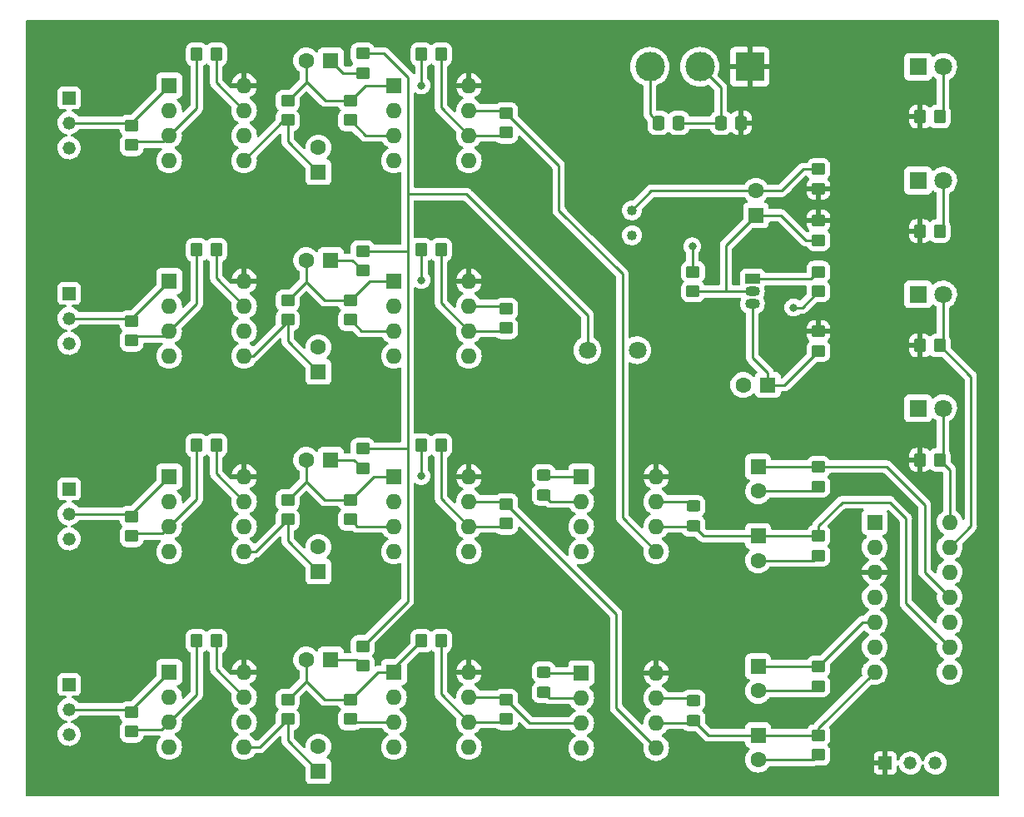
<source format=gtl>
%TF.GenerationSoftware,KiCad,Pcbnew,(6.0.1)*%
%TF.CreationDate,2022-03-23T17:06:24-04:00*%
%TF.ProjectId,accordeur,6163636f-7264-4657-9572-2e6b69636164,0*%
%TF.SameCoordinates,Original*%
%TF.FileFunction,Copper,L1,Top*%
%TF.FilePolarity,Positive*%
%FSLAX46Y46*%
G04 Gerber Fmt 4.6, Leading zero omitted, Abs format (unit mm)*
G04 Created by KiCad (PCBNEW (6.0.1)) date 2022-03-23 17:06:24*
%MOMM*%
%LPD*%
G01*
G04 APERTURE LIST*
G04 Aperture macros list*
%AMRoundRect*
0 Rectangle with rounded corners*
0 $1 Rounding radius*
0 $2 $3 $4 $5 $6 $7 $8 $9 X,Y pos of 4 corners*
0 Add a 4 corners polygon primitive as box body*
4,1,4,$2,$3,$4,$5,$6,$7,$8,$9,$2,$3,0*
0 Add four circle primitives for the rounded corners*
1,1,$1+$1,$2,$3*
1,1,$1+$1,$4,$5*
1,1,$1+$1,$6,$7*
1,1,$1+$1,$8,$9*
0 Add four rect primitives between the rounded corners*
20,1,$1+$1,$2,$3,$4,$5,0*
20,1,$1+$1,$4,$5,$6,$7,0*
20,1,$1+$1,$6,$7,$8,$9,0*
20,1,$1+$1,$8,$9,$2,$3,0*%
G04 Aperture macros list end*
%TA.AperFunction,ComponentPad*%
%ADD10R,1.600000X1.600000*%
%TD*%
%TA.AperFunction,ComponentPad*%
%ADD11C,1.600000*%
%TD*%
%TA.AperFunction,ComponentPad*%
%ADD12O,1.600000X1.600000*%
%TD*%
%TA.AperFunction,SMDPad,CuDef*%
%ADD13RoundRect,0.250000X-0.450000X0.350000X-0.450000X-0.350000X0.450000X-0.350000X0.450000X0.350000X0*%
%TD*%
%TA.AperFunction,SMDPad,CuDef*%
%ADD14RoundRect,0.250000X0.450000X-0.350000X0.450000X0.350000X-0.450000X0.350000X-0.450000X-0.350000X0*%
%TD*%
%TA.AperFunction,SMDPad,CuDef*%
%ADD15RoundRect,0.250000X0.350000X0.450000X-0.350000X0.450000X-0.350000X-0.450000X0.350000X-0.450000X0*%
%TD*%
%TA.AperFunction,SMDPad,CuDef*%
%ADD16RoundRect,0.250000X-0.337500X-0.475000X0.337500X-0.475000X0.337500X0.475000X-0.337500X0.475000X0*%
%TD*%
%TA.AperFunction,ComponentPad*%
%ADD17R,1.320800X1.320800*%
%TD*%
%TA.AperFunction,ComponentPad*%
%ADD18C,1.320800*%
%TD*%
%TA.AperFunction,SMDPad,CuDef*%
%ADD19RoundRect,0.250000X0.450000X-0.325000X0.450000X0.325000X-0.450000X0.325000X-0.450000X-0.325000X0*%
%TD*%
%TA.AperFunction,ComponentPad*%
%ADD20R,1.800000X1.800000*%
%TD*%
%TA.AperFunction,ComponentPad*%
%ADD21C,1.800000*%
%TD*%
%TA.AperFunction,SMDPad,CuDef*%
%ADD22RoundRect,0.250000X-0.350000X-0.450000X0.350000X-0.450000X0.350000X0.450000X-0.350000X0.450000X0*%
%TD*%
%TA.AperFunction,SMDPad,CuDef*%
%ADD23RoundRect,0.250000X0.337500X0.475000X-0.337500X0.475000X-0.337500X-0.475000X0.337500X-0.475000X0*%
%TD*%
%TA.AperFunction,ComponentPad*%
%ADD24R,1.500000X1.050000*%
%TD*%
%TA.AperFunction,ComponentPad*%
%ADD25O,1.500000X1.050000*%
%TD*%
%TA.AperFunction,ComponentPad*%
%ADD26C,1.016000*%
%TD*%
%TA.AperFunction,ComponentPad*%
%ADD27R,3.000000X3.000000*%
%TD*%
%TA.AperFunction,ComponentPad*%
%ADD28C,3.000000*%
%TD*%
%TA.AperFunction,ViaPad*%
%ADD29C,0.800000*%
%TD*%
%TA.AperFunction,Conductor*%
%ADD30C,0.250000*%
%TD*%
G04 APERTURE END LIST*
D10*
X144780000Y-70376395D03*
D11*
X144780000Y-67876395D03*
D10*
X127010000Y-116950000D03*
D12*
X127010000Y-119490000D03*
X127010000Y-122030000D03*
X127010000Y-124570000D03*
X134630000Y-124570000D03*
X134630000Y-122030000D03*
X134630000Y-119490000D03*
X134630000Y-116950000D03*
D13*
X97155000Y-58690000D03*
X97155000Y-60690000D03*
D14*
X81280000Y-63230000D03*
X81280000Y-61230000D03*
D13*
X97155000Y-119650000D03*
X97155000Y-121650000D03*
D15*
X89900000Y-73871666D03*
X87900000Y-73871666D03*
D14*
X119380000Y-101753332D03*
X119380000Y-99753332D03*
D16*
X134852500Y-60960000D03*
X136927500Y-60960000D03*
D10*
X145000000Y-102997000D03*
D11*
X145000000Y-105497000D03*
D10*
X100285113Y-86295111D03*
D11*
X100285113Y-83795111D03*
D17*
X74930000Y-98213332D03*
D18*
X74930000Y-100753332D03*
X74930000Y-103293332D03*
D11*
X100285113Y-124435113D03*
D10*
X100285113Y-126935113D03*
D19*
X138430000Y-101990000D03*
X138430000Y-99940000D03*
D10*
X85100000Y-77056666D03*
D12*
X85100000Y-79596666D03*
X85100000Y-82136666D03*
X85100000Y-84676666D03*
X92720000Y-84676666D03*
X92720000Y-82136666D03*
X92720000Y-79596666D03*
X92720000Y-77056666D03*
D20*
X161285000Y-90000000D03*
D21*
X163825000Y-90000000D03*
D15*
X89900000Y-113665000D03*
X87900000Y-113665000D03*
D13*
X97155000Y-99330000D03*
X97155000Y-101330000D03*
D17*
X74930000Y-78316666D03*
D18*
X74930000Y-80856666D03*
X74930000Y-83396666D03*
D10*
X107960000Y-57160000D03*
D12*
X107960000Y-59700000D03*
X107960000Y-62240000D03*
X107960000Y-64780000D03*
X115580000Y-64780000D03*
X115580000Y-62240000D03*
X115580000Y-59700000D03*
X115580000Y-57160000D03*
D17*
X74930000Y-118110000D03*
D18*
X74930000Y-120650000D03*
X74930000Y-123190000D03*
D13*
X151130000Y-95949888D03*
X151130000Y-97949888D03*
X151130000Y-123269888D03*
X151130000Y-125269888D03*
D10*
X101535113Y-95249998D03*
D11*
X99035113Y-95249998D03*
D22*
X110760000Y-73871666D03*
X112760000Y-73871666D03*
D13*
X97155000Y-79010000D03*
X97155000Y-81010000D03*
D17*
X74930000Y-58420000D03*
D18*
X74930000Y-60960000D03*
X74930000Y-63500000D03*
D10*
X127010000Y-96953332D03*
D12*
X127010000Y-99493332D03*
X127010000Y-102033332D03*
X127010000Y-104573332D03*
X134630000Y-104573332D03*
X134630000Y-102033332D03*
X134630000Y-99493332D03*
X134630000Y-96953332D03*
D13*
X151130000Y-76105000D03*
X151130000Y-78105000D03*
D14*
X103505000Y-58690000D03*
X103505000Y-60690000D03*
D13*
X151130000Y-82185000D03*
X151130000Y-84185000D03*
D10*
X107960000Y-77056666D03*
D12*
X107960000Y-79596666D03*
X107960000Y-82136666D03*
X107960000Y-84676666D03*
X115580000Y-84676666D03*
X115580000Y-82136666D03*
X115580000Y-79596666D03*
X115580000Y-77056666D03*
D10*
X100285113Y-106615110D03*
D11*
X100285113Y-104115110D03*
D10*
X85100000Y-57160000D03*
D12*
X85100000Y-59700000D03*
X85100000Y-62240000D03*
X85100000Y-64780000D03*
X92720000Y-64780000D03*
X92720000Y-62240000D03*
X92720000Y-59700000D03*
X92720000Y-57160000D03*
D13*
X151130000Y-102997000D03*
X151130000Y-104997000D03*
D14*
X81280000Y-122920000D03*
X81280000Y-120920000D03*
D10*
X85100000Y-96953332D03*
D12*
X85100000Y-99493332D03*
X85100000Y-102033332D03*
X85100000Y-104573332D03*
X92720000Y-104573332D03*
X92720000Y-102033332D03*
X92720000Y-99493332D03*
X92720000Y-96953332D03*
D14*
X81280000Y-83126666D03*
X81280000Y-81126666D03*
D22*
X110760000Y-53975000D03*
X112760000Y-53975000D03*
D23*
X143277500Y-60960000D03*
X141202500Y-60960000D03*
D14*
X119380000Y-121650000D03*
X119380000Y-119650000D03*
D21*
X132715000Y-84090000D03*
X127635000Y-84090000D03*
D10*
X145000000Y-95949888D03*
D11*
X145000000Y-98449888D03*
D10*
X107960000Y-96953332D03*
D12*
X107960000Y-99493332D03*
X107960000Y-102033332D03*
X107960000Y-104573332D03*
X115580000Y-104573332D03*
X115580000Y-102033332D03*
X115580000Y-99493332D03*
X115580000Y-96953332D03*
D22*
X110760000Y-113665000D03*
X112760000Y-113665000D03*
D14*
X151130000Y-67675000D03*
X151130000Y-65675000D03*
D22*
X110760000Y-93768332D03*
X112760000Y-93768332D03*
D20*
X161285000Y-78415000D03*
D21*
X163825000Y-78415000D03*
D22*
X161460000Y-60325000D03*
X163460000Y-60325000D03*
D24*
X144420000Y-76835000D03*
D25*
X144420000Y-78105000D03*
X144420000Y-79375000D03*
D22*
X161460000Y-71966666D03*
X163460000Y-71966666D03*
D26*
X132175000Y-72390000D03*
X132175000Y-69850000D03*
D10*
X100285113Y-65975112D03*
D11*
X100285113Y-63475112D03*
D10*
X101535113Y-115569997D03*
D11*
X99035113Y-115569997D03*
D10*
X145985113Y-87630000D03*
D11*
X143485113Y-87630000D03*
D14*
X103505000Y-121650000D03*
X103505000Y-119650000D03*
X103505000Y-101330000D03*
X103505000Y-99330000D03*
X119380000Y-61960000D03*
X119380000Y-59960000D03*
D10*
X85100000Y-116850000D03*
D12*
X85100000Y-119390000D03*
X85100000Y-121930000D03*
X85100000Y-124470000D03*
X92720000Y-124470000D03*
X92720000Y-121930000D03*
X92720000Y-119390000D03*
X92720000Y-116850000D03*
D14*
X138385000Y-78105000D03*
X138385000Y-76105000D03*
D10*
X145000000Y-116269888D03*
D11*
X145000000Y-118769888D03*
D13*
X151130000Y-116269888D03*
X151130000Y-118269888D03*
D19*
X138430000Y-121775000D03*
X138430000Y-119725000D03*
D13*
X104775000Y-73991666D03*
X104775000Y-75991666D03*
D14*
X81280000Y-103023332D03*
X81280000Y-101023332D03*
X119380000Y-81856666D03*
X119380000Y-79856666D03*
D20*
X161285000Y-55245000D03*
D21*
X163825000Y-55245000D03*
D22*
X161460000Y-83608332D03*
X163460000Y-83608332D03*
D14*
X103505000Y-81010000D03*
X103505000Y-79010000D03*
D10*
X156855000Y-101595000D03*
D12*
X156855000Y-104135000D03*
X156855000Y-106675000D03*
X156855000Y-109215000D03*
X156855000Y-111755000D03*
X156855000Y-114295000D03*
X156855000Y-116835000D03*
X164475000Y-116835000D03*
X164475000Y-114295000D03*
X164475000Y-111755000D03*
X164475000Y-109215000D03*
X164475000Y-106675000D03*
X164475000Y-104135000D03*
X164475000Y-101595000D03*
D22*
X161460000Y-95250000D03*
X163460000Y-95250000D03*
D15*
X89900000Y-93768332D03*
X87900000Y-93768332D03*
D13*
X104775000Y-114205000D03*
X104775000Y-116205000D03*
D15*
X89900000Y-53975000D03*
X87900000Y-53975000D03*
D13*
X104775000Y-53885000D03*
X104775000Y-55885000D03*
X151130000Y-70890000D03*
X151130000Y-72890000D03*
D17*
X157937200Y-126111000D03*
D18*
X160477200Y-126111000D03*
X163017200Y-126111000D03*
D10*
X101535113Y-54610000D03*
D11*
X99035113Y-54610000D03*
D20*
X161285000Y-66830000D03*
D21*
X163825000Y-66830000D03*
D10*
X145000000Y-123269888D03*
D11*
X145000000Y-125769888D03*
D19*
X123190000Y-118890000D03*
X123190000Y-116840000D03*
D10*
X107960000Y-116850000D03*
D12*
X107960000Y-119390000D03*
X107960000Y-121930000D03*
X107960000Y-124470000D03*
X115580000Y-124470000D03*
X115580000Y-121930000D03*
X115580000Y-119390000D03*
X115580000Y-116850000D03*
D19*
X123190000Y-98815000D03*
X123190000Y-96765000D03*
D13*
X104775000Y-94098332D03*
X104775000Y-96098332D03*
D10*
X101535113Y-74929999D03*
D11*
X99035113Y-74929999D03*
D27*
X144145000Y-55245000D03*
D28*
X139065000Y-55245000D03*
X133985000Y-55245000D03*
D29*
X138303000Y-73533000D03*
X148590000Y-79756000D03*
X110744000Y-57150000D03*
X110744000Y-76962000D03*
X110744000Y-96901000D03*
D30*
X138303000Y-76023000D02*
X138385000Y-76105000D01*
X138303000Y-73533000D02*
X138303000Y-76023000D01*
X149479000Y-79756000D02*
X148590000Y-79756000D01*
X151130000Y-78105000D02*
X149479000Y-79756000D01*
X166624000Y-86772332D02*
X163460000Y-83608332D01*
X166624000Y-101986000D02*
X166624000Y-86772332D01*
X164475000Y-104135000D02*
X166624000Y-101986000D01*
X161925000Y-99822000D02*
X161925000Y-106665000D01*
X158052888Y-95949888D02*
X161925000Y-99822000D01*
X161925000Y-106665000D02*
X164475000Y-109215000D01*
X151130000Y-95949888D02*
X158052888Y-95949888D01*
X124714000Y-65294000D02*
X119380000Y-59960000D01*
X124714000Y-69858000D02*
X124714000Y-65294000D01*
X131191000Y-76335000D02*
X124714000Y-69858000D01*
X131191000Y-101134332D02*
X131191000Y-76335000D01*
X134630000Y-104573332D02*
X131191000Y-101134332D01*
X115316000Y-68199000D02*
X109347000Y-68199000D01*
X127635000Y-80518000D02*
X115316000Y-68199000D01*
X127635000Y-84090000D02*
X127635000Y-80518000D01*
X109347000Y-76194644D02*
X109347000Y-68199000D01*
X109347000Y-68199000D02*
X109347000Y-56297978D01*
X110744000Y-53991000D02*
X110744000Y-57150000D01*
X110760000Y-53975000D02*
X110744000Y-53991000D01*
X110760000Y-76946000D02*
X110744000Y-76962000D01*
X110760000Y-73871666D02*
X110760000Y-76946000D01*
X110760000Y-96885000D02*
X110744000Y-96901000D01*
X110760000Y-93768332D02*
X110760000Y-96885000D01*
X107960000Y-116850000D02*
X107960000Y-116465000D01*
X107960000Y-116465000D02*
X110760000Y-113665000D01*
X109338332Y-94098332D02*
X104775000Y-94098332D01*
X109347000Y-94107000D02*
X109338332Y-94098332D01*
X109297666Y-73991666D02*
X104775000Y-73991666D01*
X109347000Y-74041000D02*
X109297666Y-73991666D01*
X109347000Y-76194644D02*
X109347000Y-74041000D01*
X106934022Y-53885000D02*
X104775000Y-53885000D01*
X109347000Y-56297978D02*
X106934022Y-53885000D01*
X109347000Y-96266000D02*
X109347000Y-76194644D01*
X109347000Y-109633000D02*
X109347000Y-96266000D01*
X104775000Y-114205000D02*
X109347000Y-109633000D01*
X130556000Y-120496000D02*
X134630000Y-124570000D01*
X119380000Y-99753332D02*
X130556000Y-110929332D01*
X130556000Y-110929332D02*
X130556000Y-120496000D01*
X121760000Y-122030000D02*
X127010000Y-122030000D01*
X119380000Y-119650000D02*
X121760000Y-122030000D01*
X145985113Y-86422113D02*
X145985113Y-87630000D01*
X144420000Y-84857000D02*
X145985113Y-86422113D01*
X144420000Y-79375000D02*
X144420000Y-84857000D01*
X149852000Y-72890000D02*
X147338395Y-70376395D01*
X147338395Y-70376395D02*
X144780000Y-70376395D01*
X151130000Y-72890000D02*
X149852000Y-72890000D01*
X149590000Y-65675000D02*
X147388605Y-67876395D01*
X151130000Y-65675000D02*
X149590000Y-65675000D01*
X147388605Y-67876395D02*
X144780000Y-67876395D01*
X134148605Y-67876395D02*
X132175000Y-69850000D01*
X144780000Y-67876395D02*
X134148605Y-67876395D01*
X150400000Y-76835000D02*
X144420000Y-76835000D01*
X151130000Y-76105000D02*
X150400000Y-76835000D01*
X144780000Y-70376395D02*
X141732000Y-73424395D01*
X141732000Y-78105000D02*
X144420000Y-78105000D01*
X138385000Y-78105000D02*
X141732000Y-78105000D01*
X141732000Y-73424395D02*
X141732000Y-78105000D01*
X151130000Y-84185000D02*
X147685000Y-87630000D01*
X147685000Y-87630000D02*
X145985113Y-87630000D01*
X164475000Y-101595000D02*
X164475000Y-96265000D01*
X164475000Y-96265000D02*
X163460000Y-95250000D01*
X163825000Y-94885000D02*
X163460000Y-95250000D01*
X163825000Y-90000000D02*
X163825000Y-94885000D01*
X163825000Y-78415000D02*
X163825000Y-83243332D01*
X163825000Y-83243332D02*
X163460000Y-83608332D01*
X163825000Y-66830000D02*
X163825000Y-71601666D01*
X163825000Y-71601666D02*
X163460000Y-71966666D01*
X163825000Y-59960000D02*
X163460000Y-60325000D01*
X163825000Y-55245000D02*
X163825000Y-59960000D01*
X158369000Y-99568000D02*
X160020000Y-101219000D01*
X153543000Y-99568000D02*
X158369000Y-99568000D01*
X160020000Y-101219000D02*
X160020000Y-109840000D01*
X160020000Y-109840000D02*
X164475000Y-114295000D01*
X151130000Y-101981000D02*
X153543000Y-99568000D01*
X151130000Y-102997000D02*
X151130000Y-101981000D01*
X155644888Y-111755000D02*
X156855000Y-111755000D01*
X151130000Y-116269888D02*
X155644888Y-111755000D01*
X151130000Y-122560000D02*
X156855000Y-116835000D01*
X151130000Y-123269888D02*
X151130000Y-122560000D01*
X139437000Y-102997000D02*
X144780000Y-102997000D01*
X138430000Y-101990000D02*
X139437000Y-102997000D01*
X139924888Y-123269888D02*
X145000000Y-123269888D01*
X138430000Y-121775000D02*
X139924888Y-123269888D01*
X150630000Y-125769888D02*
X151130000Y-125269888D01*
X145000000Y-125769888D02*
X150630000Y-125769888D01*
X145000000Y-123269888D02*
X151130000Y-123269888D01*
X150630000Y-118769888D02*
X151130000Y-118269888D01*
X145000000Y-118769888D02*
X150630000Y-118769888D01*
X145000000Y-116269888D02*
X151130000Y-116269888D01*
X150630000Y-98449888D02*
X151130000Y-97949888D01*
X144780000Y-98449888D02*
X150630000Y-98449888D01*
X144780000Y-95949888D02*
X151130000Y-95949888D01*
X150630000Y-105497000D02*
X151130000Y-104997000D01*
X144780000Y-105497000D02*
X150630000Y-105497000D01*
X144780000Y-102997000D02*
X151130000Y-102997000D01*
X138386668Y-102033332D02*
X138430000Y-101990000D01*
X134630000Y-102033332D02*
X138386668Y-102033332D01*
X137983332Y-99493332D02*
X138430000Y-99940000D01*
X134630000Y-99493332D02*
X137983332Y-99493332D01*
X123868332Y-99493332D02*
X127010000Y-99493332D01*
X123190000Y-98815000D02*
X123868332Y-99493332D01*
X123378332Y-96953332D02*
X127010000Y-96953332D01*
X123190000Y-96765000D02*
X123378332Y-96953332D01*
X134630000Y-122030000D02*
X138175000Y-122030000D01*
X138175000Y-122030000D02*
X138430000Y-121775000D01*
X138195000Y-119490000D02*
X138430000Y-119725000D01*
X134630000Y-119490000D02*
X138195000Y-119490000D01*
X123190000Y-118890000D02*
X123790000Y-119490000D01*
X123790000Y-119490000D02*
X127010000Y-119490000D01*
X123300000Y-116950000D02*
X127010000Y-116950000D01*
X123190000Y-116840000D02*
X123300000Y-116950000D01*
X141202500Y-57382500D02*
X139065000Y-55245000D01*
X141202500Y-60960000D02*
X141202500Y-57382500D01*
X136927500Y-60960000D02*
X141202500Y-60960000D01*
X133985000Y-55245000D02*
X133985000Y-60092500D01*
X133985000Y-60092500D02*
X134852500Y-60960000D01*
X119100000Y-121930000D02*
X119380000Y-121650000D01*
X115580000Y-121930000D02*
X119100000Y-121930000D01*
X119120000Y-119390000D02*
X119380000Y-119650000D01*
X115580000Y-119390000D02*
X119120000Y-119390000D01*
X112760000Y-113665000D02*
X112760000Y-119110000D01*
X112760000Y-119110000D02*
X115580000Y-121930000D01*
X119100000Y-102033332D02*
X115580000Y-102033332D01*
X119380000Y-101753332D02*
X119100000Y-102033332D01*
X119120000Y-99493332D02*
X115580000Y-99493332D01*
X119380000Y-99753332D02*
X119120000Y-99493332D01*
X112760000Y-99213332D02*
X115580000Y-102033332D01*
X112760000Y-93768332D02*
X112760000Y-99213332D01*
X119120000Y-59700000D02*
X115580000Y-59700000D01*
X119380000Y-59960000D02*
X119120000Y-59700000D01*
X119120000Y-79596666D02*
X115580000Y-79596666D01*
X119380000Y-79856666D02*
X119120000Y-79596666D01*
X119100000Y-82136666D02*
X119380000Y-81856666D01*
X115580000Y-82136666D02*
X119100000Y-82136666D01*
X112760000Y-79316666D02*
X115580000Y-82136666D01*
X112760000Y-73871666D02*
X112760000Y-79316666D01*
X115580000Y-62240000D02*
X119100000Y-62240000D01*
X119100000Y-62240000D02*
X119380000Y-61960000D01*
X112760000Y-59420000D02*
X115580000Y-62240000D01*
X112760000Y-53975000D02*
X112760000Y-59420000D01*
X89900000Y-53975000D02*
X89900000Y-56880000D01*
X89900000Y-56880000D02*
X92720000Y-59700000D01*
X105458334Y-77056666D02*
X107960000Y-77056666D01*
X103505000Y-79010000D02*
X105458334Y-77056666D01*
X101535113Y-74929999D02*
X103713333Y-74929999D01*
X103713333Y-74929999D02*
X104775000Y-75991666D01*
X104631666Y-82136666D02*
X107960000Y-82136666D01*
X103505000Y-81010000D02*
X104631666Y-82136666D01*
X105881668Y-96953332D02*
X107960000Y-96953332D01*
X103505000Y-99330000D02*
X105881668Y-96953332D01*
X103926666Y-95249998D02*
X104775000Y-96098332D01*
X101535113Y-95249998D02*
X103926666Y-95249998D01*
X104208332Y-102033332D02*
X107960000Y-102033332D01*
X103505000Y-101330000D02*
X104208332Y-102033332D01*
X104139997Y-115569997D02*
X104775000Y-116205000D01*
X101535113Y-115569997D02*
X104139997Y-115569997D01*
X106305000Y-116850000D02*
X107960000Y-116850000D01*
X103505000Y-119650000D02*
X106305000Y-116850000D01*
X103785000Y-121930000D02*
X107960000Y-121930000D01*
X103505000Y-121650000D02*
X103785000Y-121930000D01*
X102810113Y-55885000D02*
X104775000Y-55885000D01*
X101535113Y-54610000D02*
X102810113Y-55885000D01*
X105055000Y-62240000D02*
X107960000Y-62240000D01*
X103505000Y-60690000D02*
X105055000Y-62240000D01*
X103505000Y-58690000D02*
X105035000Y-57160000D01*
X105035000Y-57160000D02*
X107960000Y-57160000D01*
X93631334Y-84676666D02*
X92720000Y-84676666D01*
X97155000Y-81153000D02*
X93631334Y-84676666D01*
X97155000Y-81010000D02*
X97155000Y-81153000D01*
X97155000Y-60690000D02*
X96810000Y-60690000D01*
X96810000Y-60690000D02*
X92720000Y-64780000D01*
X97155000Y-62844999D02*
X100285113Y-65975112D01*
X97155000Y-60690000D02*
X97155000Y-62844999D01*
X97155000Y-83164998D02*
X100285113Y-86295111D01*
X97155000Y-81010000D02*
X97155000Y-83164998D01*
X97155000Y-103484997D02*
X100285113Y-106615110D01*
X97155000Y-101330000D02*
X97155000Y-103484997D01*
X93911668Y-104573332D02*
X92720000Y-104573332D01*
X97155000Y-101330000D02*
X93911668Y-104573332D01*
X97155000Y-123805000D02*
X100285113Y-126935113D01*
X97155000Y-121650000D02*
X97155000Y-123805000D01*
X94335000Y-124470000D02*
X97155000Y-121650000D01*
X92720000Y-124470000D02*
X94335000Y-124470000D01*
X100915226Y-119650000D02*
X99035113Y-117769887D01*
X103505000Y-119650000D02*
X100915226Y-119650000D01*
X99035113Y-117769887D02*
X97155000Y-119650000D01*
X99035113Y-115569997D02*
X99035113Y-117769887D01*
X100915226Y-99330000D02*
X99035113Y-97449887D01*
X103505000Y-99330000D02*
X100915226Y-99330000D01*
X99035113Y-97449887D02*
X97155000Y-99330000D01*
X99035113Y-95249998D02*
X99035113Y-97449887D01*
X100915226Y-79010000D02*
X99035113Y-77129887D01*
X103505000Y-79010000D02*
X100915226Y-79010000D01*
X99035113Y-77129887D02*
X97155000Y-79010000D01*
X99035113Y-74929999D02*
X99035113Y-77129887D01*
X99035113Y-56809887D02*
X97155000Y-58690000D01*
X99035113Y-54610000D02*
X99035113Y-56809887D01*
X100981000Y-58690000D02*
X99035113Y-56744113D01*
X103505000Y-58690000D02*
X100981000Y-58690000D01*
X99035113Y-56744113D02*
X99035113Y-54610000D01*
X87900000Y-59440000D02*
X85100000Y-62240000D01*
X87900000Y-53975000D02*
X87900000Y-59440000D01*
X89900000Y-76776666D02*
X92720000Y-79596666D01*
X89900000Y-73871666D02*
X89900000Y-76776666D01*
X87900000Y-79336666D02*
X85100000Y-82136666D01*
X87900000Y-73871666D02*
X87900000Y-79336666D01*
X89900000Y-96673332D02*
X92720000Y-99493332D01*
X89900000Y-93768332D02*
X89900000Y-96673332D01*
X87900000Y-99233332D02*
X85100000Y-102033332D01*
X87900000Y-93768332D02*
X87900000Y-99233332D01*
X89900000Y-116570000D02*
X92720000Y-119390000D01*
X89900000Y-113665000D02*
X89900000Y-116570000D01*
X87900000Y-119130000D02*
X85100000Y-121930000D01*
X87900000Y-113665000D02*
X87900000Y-119130000D01*
X84348000Y-122682000D02*
X81518000Y-122682000D01*
X85100000Y-121930000D02*
X84348000Y-122682000D01*
X81518000Y-122682000D02*
X81280000Y-122920000D01*
X84390332Y-102743000D02*
X85100000Y-102033332D01*
X81560332Y-102743000D02*
X84390332Y-102743000D01*
X81280000Y-103023332D02*
X81560332Y-102743000D01*
X84559666Y-82677000D02*
X85100000Y-82136666D01*
X81729666Y-82677000D02*
X84559666Y-82677000D01*
X81280000Y-83126666D02*
X81729666Y-82677000D01*
X84475000Y-62865000D02*
X85100000Y-62240000D01*
X81645000Y-62865000D02*
X84475000Y-62865000D01*
X81280000Y-63230000D02*
X81645000Y-62865000D01*
X81280000Y-60980000D02*
X85100000Y-57160000D01*
X81280000Y-61230000D02*
X81280000Y-60980000D01*
X81280000Y-80876666D02*
X85100000Y-77056666D01*
X81280000Y-81126666D02*
X81280000Y-80876666D01*
X81280000Y-100773332D02*
X85100000Y-96953332D01*
X81280000Y-101023332D02*
X81280000Y-100773332D01*
X81280000Y-120670000D02*
X85100000Y-116850000D01*
X81280000Y-120920000D02*
X81280000Y-120670000D01*
X81010000Y-120650000D02*
X81280000Y-120920000D01*
X74930000Y-120650000D02*
X81010000Y-120650000D01*
X81010000Y-100753332D02*
X81280000Y-101023332D01*
X74930000Y-100753332D02*
X81010000Y-100753332D01*
X81010000Y-80856666D02*
X81280000Y-81126666D01*
X74930000Y-80856666D02*
X81010000Y-80856666D01*
X81010000Y-60960000D02*
X81280000Y-61230000D01*
X74930000Y-60960000D02*
X81010000Y-60960000D01*
%TA.AperFunction,Conductor*%
G36*
X169434121Y-50528002D02*
G01*
X169480614Y-50581658D01*
X169492000Y-50634000D01*
X169492000Y-129366000D01*
X169471998Y-129434121D01*
X169418342Y-129480614D01*
X169366000Y-129492000D01*
X70634000Y-129492000D01*
X70565879Y-129471998D01*
X70519386Y-129418342D01*
X70508000Y-129366000D01*
X70508000Y-123159271D01*
X73756494Y-123159271D01*
X73770545Y-123373640D01*
X73823426Y-123581859D01*
X73913366Y-123776954D01*
X74037353Y-123952392D01*
X74049699Y-123964419D01*
X74153377Y-124065417D01*
X74191236Y-124102298D01*
X74196032Y-124105503D01*
X74196035Y-124105505D01*
X74365055Y-124218440D01*
X74365060Y-124218443D01*
X74369860Y-124221650D01*
X74375169Y-124223931D01*
X74375171Y-124223932D01*
X74561932Y-124304172D01*
X74561936Y-124304173D01*
X74567242Y-124306453D01*
X74572874Y-124307727D01*
X74572876Y-124307728D01*
X74771137Y-124352590D01*
X74771142Y-124352591D01*
X74776774Y-124353865D01*
X74782545Y-124354092D01*
X74782547Y-124354092D01*
X74848614Y-124356688D01*
X74991438Y-124362299D01*
X75132039Y-124341913D01*
X75198321Y-124332303D01*
X75198325Y-124332302D01*
X75204043Y-124331473D01*
X75209515Y-124329615D01*
X75209517Y-124329615D01*
X75402007Y-124264273D01*
X75402009Y-124264272D01*
X75407471Y-124262418D01*
X75594909Y-124157448D01*
X75642314Y-124118022D01*
X75755640Y-124023769D01*
X75760078Y-124020078D01*
X75890473Y-123863296D01*
X75893757Y-123859347D01*
X75897448Y-123854909D01*
X76002418Y-123667471D01*
X76016598Y-123625700D01*
X76069615Y-123469517D01*
X76069615Y-123469515D01*
X76071473Y-123464043D01*
X76076002Y-123432812D01*
X76092774Y-123317134D01*
X76102299Y-123251438D01*
X76103908Y-123190000D01*
X76084251Y-122976072D01*
X76077369Y-122951668D01*
X76061501Y-122895405D01*
X76025938Y-122769309D01*
X76020442Y-122758163D01*
X75933475Y-122581814D01*
X75930921Y-122576635D01*
X75818811Y-122426500D01*
X75805837Y-122409126D01*
X75805836Y-122409125D01*
X75802384Y-122404502D01*
X75782878Y-122386471D01*
X75648870Y-122262595D01*
X75648867Y-122262593D01*
X75644630Y-122258676D01*
X75462943Y-122144040D01*
X75263408Y-122064434D01*
X75257748Y-122063308D01*
X75257744Y-122063307D01*
X75163857Y-122044632D01*
X75100947Y-122011724D01*
X75065815Y-121950029D01*
X75069615Y-121879135D01*
X75111141Y-121821549D01*
X75170358Y-121796357D01*
X75198322Y-121792303D01*
X75198327Y-121792302D01*
X75204043Y-121791473D01*
X75209515Y-121789615D01*
X75209517Y-121789615D01*
X75402007Y-121724273D01*
X75402009Y-121724272D01*
X75407471Y-121722418D01*
X75594909Y-121617448D01*
X75624620Y-121592738D01*
X75755640Y-121483769D01*
X75760078Y-121480078D01*
X75885786Y-121328931D01*
X75944724Y-121289347D01*
X75982660Y-121283500D01*
X79954069Y-121283500D01*
X80022190Y-121303502D01*
X80068683Y-121357158D01*
X80079396Y-121396496D01*
X80080470Y-121406855D01*
X80081463Y-121416419D01*
X80082474Y-121426166D01*
X80084655Y-121432702D01*
X80084655Y-121432704D01*
X80112696Y-121516752D01*
X80138450Y-121593946D01*
X80231522Y-121744348D01*
X80289188Y-121801913D01*
X80318109Y-121830784D01*
X80352188Y-121893066D01*
X80347185Y-121963886D01*
X80318264Y-122008975D01*
X80259342Y-122068000D01*
X80230695Y-122096697D01*
X80226855Y-122102927D01*
X80226854Y-122102928D01*
X80152728Y-122223183D01*
X80137885Y-122247262D01*
X80134295Y-122258087D01*
X80092457Y-122384225D01*
X80082203Y-122415139D01*
X80081503Y-122421975D01*
X80081502Y-122421978D01*
X80080575Y-122431026D01*
X80071500Y-122519600D01*
X80071500Y-123320400D01*
X80071837Y-123323646D01*
X80071837Y-123323650D01*
X80076426Y-123367872D01*
X80082474Y-123426166D01*
X80084655Y-123432702D01*
X80084655Y-123432704D01*
X80103906Y-123490405D01*
X80138450Y-123593946D01*
X80231522Y-123744348D01*
X80356697Y-123869305D01*
X80362927Y-123873145D01*
X80362928Y-123873146D01*
X80500090Y-123957694D01*
X80507262Y-123962115D01*
X80552278Y-123977046D01*
X80668611Y-124015632D01*
X80668613Y-124015632D01*
X80675139Y-124017797D01*
X80681975Y-124018497D01*
X80681978Y-124018498D01*
X80725031Y-124022909D01*
X80779600Y-124028500D01*
X81780400Y-124028500D01*
X81783646Y-124028163D01*
X81783650Y-124028163D01*
X81879308Y-124018238D01*
X81879312Y-124018237D01*
X81886166Y-124017526D01*
X81892702Y-124015345D01*
X81892704Y-124015345D01*
X82025111Y-123971170D01*
X82053946Y-123961550D01*
X82204348Y-123868478D01*
X82329305Y-123743303D01*
X82337375Y-123730211D01*
X82418275Y-123598968D01*
X82418276Y-123598966D01*
X82422115Y-123592738D01*
X82477797Y-123424861D01*
X82478498Y-123418022D01*
X82479127Y-123415087D01*
X82512964Y-123352673D01*
X82575174Y-123318461D01*
X82602327Y-123315500D01*
X84099812Y-123315500D01*
X84167933Y-123335502D01*
X84214426Y-123389158D01*
X84224530Y-123459432D01*
X84195036Y-123524012D01*
X84188907Y-123530595D01*
X84093802Y-123625700D01*
X84090645Y-123630208D01*
X84090643Y-123630211D01*
X84063913Y-123668386D01*
X83962477Y-123813251D01*
X83960154Y-123818233D01*
X83960151Y-123818238D01*
X83870531Y-124010431D01*
X83865716Y-124020757D01*
X83864294Y-124026065D01*
X83864293Y-124026067D01*
X83812579Y-124219064D01*
X83806457Y-124241913D01*
X83786502Y-124470000D01*
X83806457Y-124698087D01*
X83807881Y-124703400D01*
X83807881Y-124703402D01*
X83860934Y-124901395D01*
X83865716Y-124919243D01*
X83868039Y-124924224D01*
X83868039Y-124924225D01*
X83960151Y-125121762D01*
X83960154Y-125121767D01*
X83962477Y-125126749D01*
X84035902Y-125231611D01*
X84072103Y-125283310D01*
X84093802Y-125314300D01*
X84255700Y-125476198D01*
X84260208Y-125479355D01*
X84260211Y-125479357D01*
X84286315Y-125497635D01*
X84443251Y-125607523D01*
X84448233Y-125609846D01*
X84448238Y-125609849D01*
X84645775Y-125701961D01*
X84650757Y-125704284D01*
X84656065Y-125705706D01*
X84656067Y-125705707D01*
X84866598Y-125762119D01*
X84866600Y-125762119D01*
X84871913Y-125763543D01*
X85100000Y-125783498D01*
X85328087Y-125763543D01*
X85333400Y-125762119D01*
X85333402Y-125762119D01*
X85543933Y-125705707D01*
X85543935Y-125705706D01*
X85549243Y-125704284D01*
X85554225Y-125701961D01*
X85751762Y-125609849D01*
X85751767Y-125609846D01*
X85756749Y-125607523D01*
X85913685Y-125497635D01*
X85939789Y-125479357D01*
X85939792Y-125479355D01*
X85944300Y-125476198D01*
X86106198Y-125314300D01*
X86127898Y-125283310D01*
X86164098Y-125231611D01*
X86237523Y-125126749D01*
X86239846Y-125121767D01*
X86239849Y-125121762D01*
X86331961Y-124924225D01*
X86331961Y-124924224D01*
X86334284Y-124919243D01*
X86339067Y-124901395D01*
X86392119Y-124703402D01*
X86392119Y-124703400D01*
X86393543Y-124698087D01*
X86413498Y-124470000D01*
X86393543Y-124241913D01*
X86387421Y-124219064D01*
X86335707Y-124026067D01*
X86335706Y-124026065D01*
X86334284Y-124020757D01*
X86329469Y-124010431D01*
X86239849Y-123818238D01*
X86239846Y-123818233D01*
X86237523Y-123813251D01*
X86136087Y-123668386D01*
X86109357Y-123630211D01*
X86109355Y-123630208D01*
X86106198Y-123625700D01*
X85944300Y-123463802D01*
X85939792Y-123460645D01*
X85939789Y-123460643D01*
X85845325Y-123394499D01*
X85756749Y-123332477D01*
X85751767Y-123330154D01*
X85751762Y-123330151D01*
X85717543Y-123314195D01*
X85664258Y-123267278D01*
X85644797Y-123199001D01*
X85665339Y-123131041D01*
X85717543Y-123085805D01*
X85751762Y-123069849D01*
X85751767Y-123069846D01*
X85756749Y-123067523D01*
X85887354Y-122976072D01*
X85939789Y-122939357D01*
X85939792Y-122939355D01*
X85944300Y-122936198D01*
X86106198Y-122774300D01*
X86113322Y-122764127D01*
X86164140Y-122691550D01*
X86237523Y-122586749D01*
X86239846Y-122581767D01*
X86239849Y-122581762D01*
X86331961Y-122384225D01*
X86331961Y-122384224D01*
X86334284Y-122379243D01*
X86341538Y-122352173D01*
X86392119Y-122163402D01*
X86392119Y-122163400D01*
X86393543Y-122158087D01*
X86413498Y-121930000D01*
X86393543Y-121701913D01*
X86392119Y-121696598D01*
X86392118Y-121696591D01*
X86376541Y-121638459D01*
X86378230Y-121567483D01*
X86409152Y-121516752D01*
X87330016Y-120595889D01*
X88292253Y-119633652D01*
X88300539Y-119626112D01*
X88307018Y-119622000D01*
X88353644Y-119572348D01*
X88356398Y-119569507D01*
X88376135Y-119549770D01*
X88378615Y-119546573D01*
X88386320Y-119537551D01*
X88396627Y-119526575D01*
X88416586Y-119505321D01*
X88420405Y-119498375D01*
X88420407Y-119498372D01*
X88426348Y-119487566D01*
X88437199Y-119471047D01*
X88444758Y-119461301D01*
X88449614Y-119455041D01*
X88452759Y-119447772D01*
X88452762Y-119447768D01*
X88467174Y-119414463D01*
X88472391Y-119403813D01*
X88493695Y-119365060D01*
X88498733Y-119345437D01*
X88505137Y-119326734D01*
X88510033Y-119315420D01*
X88510033Y-119315419D01*
X88513181Y-119308145D01*
X88514420Y-119300322D01*
X88514423Y-119300312D01*
X88520099Y-119264476D01*
X88522505Y-119252856D01*
X88531528Y-119217711D01*
X88531528Y-119217710D01*
X88533500Y-119210030D01*
X88533500Y-119189776D01*
X88535051Y-119170065D01*
X88536980Y-119157886D01*
X88538220Y-119150057D01*
X88534059Y-119106038D01*
X88533500Y-119094181D01*
X88533500Y-114901781D01*
X88553502Y-114833660D01*
X88593197Y-114794637D01*
X88674633Y-114744243D01*
X88724348Y-114713478D01*
X88810784Y-114626891D01*
X88873066Y-114592812D01*
X88943886Y-114597815D01*
X88988976Y-114626736D01*
X89076697Y-114714305D01*
X89082927Y-114718145D01*
X89082928Y-114718146D01*
X89206616Y-114794389D01*
X89254110Y-114847162D01*
X89266500Y-114901649D01*
X89266500Y-116491233D01*
X89265973Y-116502416D01*
X89264298Y-116509909D01*
X89264547Y-116517835D01*
X89264547Y-116517836D01*
X89266438Y-116577986D01*
X89266500Y-116581945D01*
X89266500Y-116609856D01*
X89266997Y-116613790D01*
X89266997Y-116613791D01*
X89267005Y-116613856D01*
X89267938Y-116625693D01*
X89269327Y-116669889D01*
X89274978Y-116689339D01*
X89278987Y-116708700D01*
X89280208Y-116718361D01*
X89281526Y-116728797D01*
X89284445Y-116736168D01*
X89284445Y-116736170D01*
X89297804Y-116769912D01*
X89301649Y-116781142D01*
X89311551Y-116815226D01*
X89313982Y-116823593D01*
X89318015Y-116830412D01*
X89318017Y-116830417D01*
X89324293Y-116841028D01*
X89332988Y-116858776D01*
X89340448Y-116877617D01*
X89345110Y-116884033D01*
X89345110Y-116884034D01*
X89366436Y-116913387D01*
X89372952Y-116923307D01*
X89388062Y-116948856D01*
X89395458Y-116961362D01*
X89409779Y-116975683D01*
X89422619Y-116990716D01*
X89434528Y-117007107D01*
X89461413Y-117029348D01*
X89468605Y-117035298D01*
X89477384Y-117043288D01*
X91410848Y-118976752D01*
X91444874Y-119039064D01*
X91443459Y-119098459D01*
X91427882Y-119156591D01*
X91427881Y-119156598D01*
X91426457Y-119161913D01*
X91406502Y-119390000D01*
X91426457Y-119618087D01*
X91427881Y-119623400D01*
X91427881Y-119623402D01*
X91478373Y-119811837D01*
X91485716Y-119839243D01*
X91488039Y-119844224D01*
X91488039Y-119844225D01*
X91580151Y-120041762D01*
X91580154Y-120041767D01*
X91582477Y-120046749D01*
X91655902Y-120151611D01*
X91705463Y-120222390D01*
X91713802Y-120234300D01*
X91875700Y-120396198D01*
X91880208Y-120399355D01*
X91880211Y-120399357D01*
X91905741Y-120417233D01*
X92063251Y-120527523D01*
X92068233Y-120529846D01*
X92068238Y-120529849D01*
X92102457Y-120545805D01*
X92155742Y-120592722D01*
X92175203Y-120660999D01*
X92154661Y-120728959D01*
X92102457Y-120774195D01*
X92068238Y-120790151D01*
X92068233Y-120790154D01*
X92063251Y-120792477D01*
X91982090Y-120849307D01*
X91880211Y-120920643D01*
X91880208Y-120920645D01*
X91875700Y-120923802D01*
X91713802Y-121085700D01*
X91710645Y-121090208D01*
X91710643Y-121090211D01*
X91667392Y-121151980D01*
X91582477Y-121273251D01*
X91580154Y-121278233D01*
X91580151Y-121278238D01*
X91508123Y-121432704D01*
X91485716Y-121480757D01*
X91484294Y-121486065D01*
X91484293Y-121486067D01*
X91431886Y-121681650D01*
X91426457Y-121701913D01*
X91406502Y-121930000D01*
X91426457Y-122158087D01*
X91427881Y-122163400D01*
X91427881Y-122163402D01*
X91478463Y-122352173D01*
X91485716Y-122379243D01*
X91488039Y-122384224D01*
X91488039Y-122384225D01*
X91580151Y-122581762D01*
X91580154Y-122581767D01*
X91582477Y-122586749D01*
X91655860Y-122691550D01*
X91706679Y-122764127D01*
X91713802Y-122774300D01*
X91875700Y-122936198D01*
X91880208Y-122939355D01*
X91880211Y-122939357D01*
X91932646Y-122976072D01*
X92063251Y-123067523D01*
X92068233Y-123069846D01*
X92068238Y-123069849D01*
X92102457Y-123085805D01*
X92155742Y-123132722D01*
X92175203Y-123200999D01*
X92154661Y-123268959D01*
X92102457Y-123314195D01*
X92068238Y-123330151D01*
X92068233Y-123330154D01*
X92063251Y-123332477D01*
X91974675Y-123394499D01*
X91880211Y-123460643D01*
X91880208Y-123460645D01*
X91875700Y-123463802D01*
X91713802Y-123625700D01*
X91710645Y-123630208D01*
X91710643Y-123630211D01*
X91683913Y-123668386D01*
X91582477Y-123813251D01*
X91580154Y-123818233D01*
X91580151Y-123818238D01*
X91490531Y-124010431D01*
X91485716Y-124020757D01*
X91484294Y-124026065D01*
X91484293Y-124026067D01*
X91432579Y-124219064D01*
X91426457Y-124241913D01*
X91406502Y-124470000D01*
X91426457Y-124698087D01*
X91427881Y-124703400D01*
X91427881Y-124703402D01*
X91480934Y-124901395D01*
X91485716Y-124919243D01*
X91488039Y-124924224D01*
X91488039Y-124924225D01*
X91580151Y-125121762D01*
X91580154Y-125121767D01*
X91582477Y-125126749D01*
X91655902Y-125231611D01*
X91692103Y-125283310D01*
X91713802Y-125314300D01*
X91875700Y-125476198D01*
X91880208Y-125479355D01*
X91880211Y-125479357D01*
X91906315Y-125497635D01*
X92063251Y-125607523D01*
X92068233Y-125609846D01*
X92068238Y-125609849D01*
X92265775Y-125701961D01*
X92270757Y-125704284D01*
X92276065Y-125705706D01*
X92276067Y-125705707D01*
X92486598Y-125762119D01*
X92486600Y-125762119D01*
X92491913Y-125763543D01*
X92720000Y-125783498D01*
X92948087Y-125763543D01*
X92953400Y-125762119D01*
X92953402Y-125762119D01*
X93163933Y-125705707D01*
X93163935Y-125705706D01*
X93169243Y-125704284D01*
X93174225Y-125701961D01*
X93371762Y-125609849D01*
X93371767Y-125609846D01*
X93376749Y-125607523D01*
X93533685Y-125497635D01*
X93559789Y-125479357D01*
X93559792Y-125479355D01*
X93564300Y-125476198D01*
X93726198Y-125314300D01*
X93736822Y-125299128D01*
X93836181Y-125157229D01*
X93891638Y-125112901D01*
X93939394Y-125103500D01*
X94256233Y-125103500D01*
X94267416Y-125104027D01*
X94274909Y-125105702D01*
X94282835Y-125105453D01*
X94282836Y-125105453D01*
X94342986Y-125103562D01*
X94346945Y-125103500D01*
X94374856Y-125103500D01*
X94378791Y-125103003D01*
X94378856Y-125102995D01*
X94390693Y-125102062D01*
X94422951Y-125101048D01*
X94426970Y-125100922D01*
X94434889Y-125100673D01*
X94454343Y-125095021D01*
X94473700Y-125091013D01*
X94485930Y-125089468D01*
X94485931Y-125089468D01*
X94493797Y-125088474D01*
X94501168Y-125085555D01*
X94501170Y-125085555D01*
X94534912Y-125072196D01*
X94546142Y-125068351D01*
X94580983Y-125058229D01*
X94580984Y-125058229D01*
X94588593Y-125056018D01*
X94595412Y-125051985D01*
X94595417Y-125051983D01*
X94606028Y-125045707D01*
X94623776Y-125037012D01*
X94642617Y-125029552D01*
X94656807Y-125019243D01*
X94678387Y-125003564D01*
X94688307Y-124997048D01*
X94719535Y-124978580D01*
X94719538Y-124978578D01*
X94726362Y-124974542D01*
X94740683Y-124960221D01*
X94755717Y-124947380D01*
X94758336Y-124945477D01*
X94772107Y-124935472D01*
X94800298Y-124901395D01*
X94808288Y-124892616D01*
X96306405Y-123394499D01*
X96368717Y-123360473D01*
X96439532Y-123365538D01*
X96496368Y-123408085D01*
X96521179Y-123474605D01*
X96521500Y-123483594D01*
X96521500Y-123726233D01*
X96520973Y-123737416D01*
X96519298Y-123744909D01*
X96519547Y-123752835D01*
X96519547Y-123752836D01*
X96521438Y-123812986D01*
X96521500Y-123816945D01*
X96521500Y-123844856D01*
X96521997Y-123848790D01*
X96521997Y-123848791D01*
X96522005Y-123848856D01*
X96522938Y-123860693D01*
X96524327Y-123904889D01*
X96529702Y-123923390D01*
X96529978Y-123924339D01*
X96533987Y-123943700D01*
X96536526Y-123963797D01*
X96539445Y-123971168D01*
X96539445Y-123971170D01*
X96552804Y-124004912D01*
X96556649Y-124016142D01*
X96560141Y-124028163D01*
X96568982Y-124058593D01*
X96573015Y-124065412D01*
X96573017Y-124065417D01*
X96579293Y-124076028D01*
X96587988Y-124093776D01*
X96595448Y-124112617D01*
X96600110Y-124119033D01*
X96600110Y-124119034D01*
X96621436Y-124148387D01*
X96627952Y-124158307D01*
X96645278Y-124187603D01*
X96650458Y-124196362D01*
X96664779Y-124210683D01*
X96677619Y-124225716D01*
X96689528Y-124242107D01*
X96695634Y-124247158D01*
X96723605Y-124270298D01*
X96732384Y-124278288D01*
X98939708Y-126485612D01*
X98973734Y-126547924D01*
X98976613Y-126574707D01*
X98976613Y-127783247D01*
X98983368Y-127845429D01*
X99034498Y-127981818D01*
X99121852Y-128098374D01*
X99238408Y-128185728D01*
X99374797Y-128236858D01*
X99436979Y-128243613D01*
X101133247Y-128243613D01*
X101195429Y-128236858D01*
X101331818Y-128185728D01*
X101448374Y-128098374D01*
X101535728Y-127981818D01*
X101586858Y-127845429D01*
X101593613Y-127783247D01*
X101593613Y-126086979D01*
X101586858Y-126024797D01*
X101535728Y-125888408D01*
X101448374Y-125771852D01*
X101331818Y-125684498D01*
X101195429Y-125633368D01*
X101196159Y-125631422D01*
X101143908Y-125601568D01*
X101111092Y-125538610D01*
X101117522Y-125467906D01*
X101145611Y-125425113D01*
X101291311Y-125279413D01*
X101422636Y-125091862D01*
X101424959Y-125086880D01*
X101424962Y-125086875D01*
X101517074Y-124889338D01*
X101517074Y-124889337D01*
X101519397Y-124884356D01*
X101549884Y-124770580D01*
X101577232Y-124668515D01*
X101577232Y-124668513D01*
X101578656Y-124663200D01*
X101598611Y-124435113D01*
X101578656Y-124207026D01*
X101571659Y-124180913D01*
X101520820Y-123991180D01*
X101520819Y-123991178D01*
X101519397Y-123985870D01*
X101509394Y-123964419D01*
X101424962Y-123783351D01*
X101424959Y-123783346D01*
X101422636Y-123778364D01*
X101315739Y-123625700D01*
X101294470Y-123595324D01*
X101294468Y-123595321D01*
X101291311Y-123590813D01*
X101129413Y-123428915D01*
X101124905Y-123425758D01*
X101124902Y-123425756D01*
X101041386Y-123367278D01*
X100941862Y-123297590D01*
X100936880Y-123295267D01*
X100936875Y-123295264D01*
X100739338Y-123203152D01*
X100739337Y-123203152D01*
X100734356Y-123200829D01*
X100729048Y-123199407D01*
X100729046Y-123199406D01*
X100518515Y-123142994D01*
X100518513Y-123142994D01*
X100513200Y-123141570D01*
X100285113Y-123121615D01*
X100057026Y-123141570D01*
X100051713Y-123142994D01*
X100051711Y-123142994D01*
X99841180Y-123199406D01*
X99841178Y-123199407D01*
X99835870Y-123200829D01*
X99830889Y-123203152D01*
X99830888Y-123203152D01*
X99633351Y-123295264D01*
X99633346Y-123295267D01*
X99628364Y-123297590D01*
X99528840Y-123367278D01*
X99445324Y-123425756D01*
X99445321Y-123425758D01*
X99440813Y-123428915D01*
X99278915Y-123590813D01*
X99275758Y-123595321D01*
X99275756Y-123595324D01*
X99254487Y-123625700D01*
X99147590Y-123778364D01*
X99145267Y-123783346D01*
X99145264Y-123783351D01*
X99060832Y-123964419D01*
X99050829Y-123985870D01*
X99049407Y-123991178D01*
X99049406Y-123991180D01*
X98998567Y-124180913D01*
X98991570Y-124207026D01*
X98991091Y-124212502D01*
X98991090Y-124212507D01*
X98986034Y-124270298D01*
X98977986Y-124362299D01*
X98971787Y-124433152D01*
X98945924Y-124499271D01*
X98888420Y-124540910D01*
X98817533Y-124544851D01*
X98757171Y-124511266D01*
X97825405Y-123579500D01*
X97791379Y-123517188D01*
X97788500Y-123490405D01*
X97788500Y-122829197D01*
X97808502Y-122761076D01*
X97862158Y-122714583D01*
X97874623Y-122709674D01*
X97922002Y-122693867D01*
X97922004Y-122693866D01*
X97928946Y-122691550D01*
X97936705Y-122686749D01*
X98073120Y-122602332D01*
X98079348Y-122598478D01*
X98204305Y-122473303D01*
X98208146Y-122467072D01*
X98293275Y-122328968D01*
X98293276Y-122328966D01*
X98297115Y-122322738D01*
X98346992Y-122172362D01*
X98350632Y-122161389D01*
X98350632Y-122161387D01*
X98352797Y-122154861D01*
X98353551Y-122147507D01*
X98361105Y-122073777D01*
X98363500Y-122050400D01*
X98363500Y-121249600D01*
X98363163Y-121246350D01*
X98353238Y-121150692D01*
X98353237Y-121150688D01*
X98352526Y-121143834D01*
X98296550Y-120976054D01*
X98203478Y-120825652D01*
X98116891Y-120739216D01*
X98082812Y-120676934D01*
X98087815Y-120606114D01*
X98116736Y-120561025D01*
X98199134Y-120478483D01*
X98204305Y-120473303D01*
X98231557Y-120429093D01*
X98293275Y-120328968D01*
X98293276Y-120328966D01*
X98297115Y-120322738D01*
X98336909Y-120202761D01*
X98350632Y-120161389D01*
X98350632Y-120161387D01*
X98352797Y-120154861D01*
X98356028Y-120123332D01*
X98359320Y-120091199D01*
X98363500Y-120050400D01*
X98363500Y-119389594D01*
X98383502Y-119321473D01*
X98400405Y-119300499D01*
X98946018Y-118754886D01*
X99008330Y-118720860D01*
X99079145Y-118725925D01*
X99124208Y-118754886D01*
X100411569Y-120042247D01*
X100419113Y-120050537D01*
X100423226Y-120057018D01*
X100429003Y-120062443D01*
X100472893Y-120103658D01*
X100475735Y-120106413D01*
X100495456Y-120126134D01*
X100498651Y-120128612D01*
X100507673Y-120136318D01*
X100539905Y-120166586D01*
X100546854Y-120170406D01*
X100557658Y-120176346D01*
X100574182Y-120187199D01*
X100590185Y-120199613D01*
X100630769Y-120217176D01*
X100641399Y-120222383D01*
X100680166Y-120243695D01*
X100687843Y-120245666D01*
X100687848Y-120245668D01*
X100699784Y-120248732D01*
X100718492Y-120255137D01*
X100737081Y-120263181D01*
X100744909Y-120264421D01*
X100744916Y-120264423D01*
X100780750Y-120270099D01*
X100792370Y-120272505D01*
X100827515Y-120281528D01*
X100835196Y-120283500D01*
X100855450Y-120283500D01*
X100875160Y-120285051D01*
X100895169Y-120288220D01*
X100903061Y-120287474D01*
X100939187Y-120284059D01*
X100951045Y-120283500D01*
X102268219Y-120283500D01*
X102336340Y-120303502D01*
X102375363Y-120343197D01*
X102456522Y-120474348D01*
X102514167Y-120531892D01*
X102543109Y-120560784D01*
X102577188Y-120623066D01*
X102572185Y-120693886D01*
X102543264Y-120738975D01*
X102497532Y-120784787D01*
X102455695Y-120826697D01*
X102451855Y-120832927D01*
X102451854Y-120832928D01*
X102390103Y-120933107D01*
X102362885Y-120977262D01*
X102346156Y-121027699D01*
X102311229Y-121133002D01*
X102307203Y-121145139D01*
X102296500Y-121249600D01*
X102296500Y-122050400D01*
X102296837Y-122053646D01*
X102296837Y-122053650D01*
X102306576Y-122147507D01*
X102307474Y-122156166D01*
X102309655Y-122162702D01*
X102309655Y-122162704D01*
X102335539Y-122240288D01*
X102363450Y-122323946D01*
X102456522Y-122474348D01*
X102581697Y-122599305D01*
X102587927Y-122603145D01*
X102587928Y-122603146D01*
X102725090Y-122687694D01*
X102732262Y-122692115D01*
X102765517Y-122703145D01*
X102893611Y-122745632D01*
X102893613Y-122745632D01*
X102900139Y-122747797D01*
X102906975Y-122748497D01*
X102906978Y-122748498D01*
X102950031Y-122752909D01*
X103004600Y-122758500D01*
X104005400Y-122758500D01*
X104008646Y-122758163D01*
X104008650Y-122758163D01*
X104104308Y-122748238D01*
X104104312Y-122748237D01*
X104111166Y-122747526D01*
X104117702Y-122745345D01*
X104117704Y-122745345D01*
X104249806Y-122701272D01*
X104278946Y-122691550D01*
X104429348Y-122598478D01*
X104434516Y-122593301D01*
X104437731Y-122590753D01*
X104503542Y-122564117D01*
X104515993Y-122563500D01*
X106740606Y-122563500D01*
X106808727Y-122583502D01*
X106843819Y-122617229D01*
X106950307Y-122769309D01*
X106953802Y-122774300D01*
X107115700Y-122936198D01*
X107120208Y-122939355D01*
X107120211Y-122939357D01*
X107172646Y-122976072D01*
X107303251Y-123067523D01*
X107308233Y-123069846D01*
X107308238Y-123069849D01*
X107342457Y-123085805D01*
X107395742Y-123132722D01*
X107415203Y-123200999D01*
X107394661Y-123268959D01*
X107342457Y-123314195D01*
X107308238Y-123330151D01*
X107308233Y-123330154D01*
X107303251Y-123332477D01*
X107214675Y-123394499D01*
X107120211Y-123460643D01*
X107120208Y-123460645D01*
X107115700Y-123463802D01*
X106953802Y-123625700D01*
X106950645Y-123630208D01*
X106950643Y-123630211D01*
X106923913Y-123668386D01*
X106822477Y-123813251D01*
X106820154Y-123818233D01*
X106820151Y-123818238D01*
X106730531Y-124010431D01*
X106725716Y-124020757D01*
X106724294Y-124026065D01*
X106724293Y-124026067D01*
X106672579Y-124219064D01*
X106666457Y-124241913D01*
X106646502Y-124470000D01*
X106666457Y-124698087D01*
X106667881Y-124703400D01*
X106667881Y-124703402D01*
X106720934Y-124901395D01*
X106725716Y-124919243D01*
X106728039Y-124924224D01*
X106728039Y-124924225D01*
X106820151Y-125121762D01*
X106820154Y-125121767D01*
X106822477Y-125126749D01*
X106895902Y-125231611D01*
X106932103Y-125283310D01*
X106953802Y-125314300D01*
X107115700Y-125476198D01*
X107120208Y-125479355D01*
X107120211Y-125479357D01*
X107146315Y-125497635D01*
X107303251Y-125607523D01*
X107308233Y-125609846D01*
X107308238Y-125609849D01*
X107505775Y-125701961D01*
X107510757Y-125704284D01*
X107516065Y-125705706D01*
X107516067Y-125705707D01*
X107726598Y-125762119D01*
X107726600Y-125762119D01*
X107731913Y-125763543D01*
X107960000Y-125783498D01*
X108188087Y-125763543D01*
X108193400Y-125762119D01*
X108193402Y-125762119D01*
X108403933Y-125705707D01*
X108403935Y-125705706D01*
X108409243Y-125704284D01*
X108414225Y-125701961D01*
X108611762Y-125609849D01*
X108611767Y-125609846D01*
X108616749Y-125607523D01*
X108773685Y-125497635D01*
X108799789Y-125479357D01*
X108799792Y-125479355D01*
X108804300Y-125476198D01*
X108966198Y-125314300D01*
X108987898Y-125283310D01*
X109024098Y-125231611D01*
X109097523Y-125126749D01*
X109099846Y-125121767D01*
X109099849Y-125121762D01*
X109191961Y-124924225D01*
X109191961Y-124924224D01*
X109194284Y-124919243D01*
X109199067Y-124901395D01*
X109252119Y-124703402D01*
X109252119Y-124703400D01*
X109253543Y-124698087D01*
X109273498Y-124470000D01*
X109253543Y-124241913D01*
X109247421Y-124219064D01*
X109195707Y-124026067D01*
X109195706Y-124026065D01*
X109194284Y-124020757D01*
X109189469Y-124010431D01*
X109099849Y-123818238D01*
X109099846Y-123818233D01*
X109097523Y-123813251D01*
X108996087Y-123668386D01*
X108969357Y-123630211D01*
X108969355Y-123630208D01*
X108966198Y-123625700D01*
X108804300Y-123463802D01*
X108799792Y-123460645D01*
X108799789Y-123460643D01*
X108705325Y-123394499D01*
X108616749Y-123332477D01*
X108611767Y-123330154D01*
X108611762Y-123330151D01*
X108577543Y-123314195D01*
X108524258Y-123267278D01*
X108504797Y-123199001D01*
X108525339Y-123131041D01*
X108577543Y-123085805D01*
X108611762Y-123069849D01*
X108611767Y-123069846D01*
X108616749Y-123067523D01*
X108747354Y-122976072D01*
X108799789Y-122939357D01*
X108799792Y-122939355D01*
X108804300Y-122936198D01*
X108966198Y-122774300D01*
X108973322Y-122764127D01*
X109024140Y-122691550D01*
X109097523Y-122586749D01*
X109099846Y-122581767D01*
X109099849Y-122581762D01*
X109191961Y-122384225D01*
X109191961Y-122384224D01*
X109194284Y-122379243D01*
X109201538Y-122352173D01*
X109252119Y-122163402D01*
X109252119Y-122163400D01*
X109253543Y-122158087D01*
X109273498Y-121930000D01*
X109253543Y-121701913D01*
X109248114Y-121681650D01*
X109195707Y-121486067D01*
X109195706Y-121486065D01*
X109194284Y-121480757D01*
X109171877Y-121432704D01*
X109099849Y-121278238D01*
X109099846Y-121278233D01*
X109097523Y-121273251D01*
X109012608Y-121151980D01*
X108969357Y-121090211D01*
X108969355Y-121090208D01*
X108966198Y-121085700D01*
X108804300Y-120923802D01*
X108799792Y-120920645D01*
X108799789Y-120920643D01*
X108697910Y-120849307D01*
X108616749Y-120792477D01*
X108611767Y-120790154D01*
X108611762Y-120790151D01*
X108577543Y-120774195D01*
X108524258Y-120727278D01*
X108504797Y-120659001D01*
X108525339Y-120591041D01*
X108577543Y-120545805D01*
X108611762Y-120529849D01*
X108611767Y-120529846D01*
X108616749Y-120527523D01*
X108774259Y-120417233D01*
X108799789Y-120399357D01*
X108799792Y-120399355D01*
X108804300Y-120396198D01*
X108966198Y-120234300D01*
X108974538Y-120222390D01*
X109024098Y-120151611D01*
X109097523Y-120046749D01*
X109099846Y-120041767D01*
X109099849Y-120041762D01*
X109191961Y-119844225D01*
X109191961Y-119844224D01*
X109194284Y-119839243D01*
X109201628Y-119811837D01*
X109252119Y-119623402D01*
X109252119Y-119623400D01*
X109253543Y-119618087D01*
X109273498Y-119390000D01*
X109253543Y-119161913D01*
X109249250Y-119145892D01*
X109195707Y-118946067D01*
X109195706Y-118946065D01*
X109194284Y-118940757D01*
X109190145Y-118931880D01*
X109099849Y-118738238D01*
X109099846Y-118738233D01*
X109097523Y-118733251D01*
X109008127Y-118605581D01*
X108969357Y-118550211D01*
X108969355Y-118550208D01*
X108966198Y-118545700D01*
X108804300Y-118383802D01*
X108799789Y-118380643D01*
X108795576Y-118377108D01*
X108796527Y-118375974D01*
X108756529Y-118325929D01*
X108749224Y-118255310D01*
X108781258Y-118191951D01*
X108842462Y-118155970D01*
X108859517Y-118152918D01*
X108870316Y-118151745D01*
X109006705Y-118100615D01*
X109123261Y-118013261D01*
X109210615Y-117896705D01*
X109261745Y-117760316D01*
X109268500Y-117698134D01*
X109268500Y-116104594D01*
X109288502Y-116036473D01*
X109305405Y-116015499D01*
X110410500Y-114910405D01*
X110472812Y-114876379D01*
X110499595Y-114873500D01*
X111160400Y-114873500D01*
X111163646Y-114873163D01*
X111163650Y-114873163D01*
X111259308Y-114863238D01*
X111259312Y-114863237D01*
X111266166Y-114862526D01*
X111272702Y-114860345D01*
X111272704Y-114860345D01*
X111426998Y-114808868D01*
X111433946Y-114806550D01*
X111584348Y-114713478D01*
X111670784Y-114626891D01*
X111733066Y-114592812D01*
X111803886Y-114597815D01*
X111848976Y-114626736D01*
X111936697Y-114714305D01*
X111942927Y-114718145D01*
X111942928Y-114718146D01*
X112066616Y-114794389D01*
X112114110Y-114847162D01*
X112126500Y-114901649D01*
X112126500Y-119031233D01*
X112125973Y-119042416D01*
X112124298Y-119049909D01*
X112124547Y-119057835D01*
X112124547Y-119057836D01*
X112126438Y-119117986D01*
X112126500Y-119121945D01*
X112126500Y-119149856D01*
X112126997Y-119153790D01*
X112126997Y-119153791D01*
X112127005Y-119153856D01*
X112127938Y-119165693D01*
X112129327Y-119209889D01*
X112134978Y-119229339D01*
X112138987Y-119248700D01*
X112141526Y-119268797D01*
X112144445Y-119276168D01*
X112144445Y-119276170D01*
X112157804Y-119309912D01*
X112161649Y-119321142D01*
X112171771Y-119355983D01*
X112173982Y-119363593D01*
X112178015Y-119370412D01*
X112178017Y-119370417D01*
X112184293Y-119381028D01*
X112192988Y-119398776D01*
X112200448Y-119417617D01*
X112205110Y-119424033D01*
X112205110Y-119424034D01*
X112226436Y-119453387D01*
X112232952Y-119463307D01*
X112244317Y-119482523D01*
X112255458Y-119501362D01*
X112269779Y-119515683D01*
X112282619Y-119530716D01*
X112294528Y-119547107D01*
X112321605Y-119569507D01*
X112328605Y-119575298D01*
X112337384Y-119583288D01*
X114270848Y-121516752D01*
X114304874Y-121579064D01*
X114303459Y-121638459D01*
X114287882Y-121696591D01*
X114287881Y-121696598D01*
X114286457Y-121701913D01*
X114266502Y-121930000D01*
X114286457Y-122158087D01*
X114287881Y-122163400D01*
X114287881Y-122163402D01*
X114338463Y-122352173D01*
X114345716Y-122379243D01*
X114348039Y-122384224D01*
X114348039Y-122384225D01*
X114440151Y-122581762D01*
X114440154Y-122581767D01*
X114442477Y-122586749D01*
X114515860Y-122691550D01*
X114566679Y-122764127D01*
X114573802Y-122774300D01*
X114735700Y-122936198D01*
X114740208Y-122939355D01*
X114740211Y-122939357D01*
X114792646Y-122976072D01*
X114923251Y-123067523D01*
X114928233Y-123069846D01*
X114928238Y-123069849D01*
X114962457Y-123085805D01*
X115015742Y-123132722D01*
X115035203Y-123200999D01*
X115014661Y-123268959D01*
X114962457Y-123314195D01*
X114928238Y-123330151D01*
X114928233Y-123330154D01*
X114923251Y-123332477D01*
X114834675Y-123394499D01*
X114740211Y-123460643D01*
X114740208Y-123460645D01*
X114735700Y-123463802D01*
X114573802Y-123625700D01*
X114570645Y-123630208D01*
X114570643Y-123630211D01*
X114543913Y-123668386D01*
X114442477Y-123813251D01*
X114440154Y-123818233D01*
X114440151Y-123818238D01*
X114350531Y-124010431D01*
X114345716Y-124020757D01*
X114344294Y-124026065D01*
X114344293Y-124026067D01*
X114292579Y-124219064D01*
X114286457Y-124241913D01*
X114266502Y-124470000D01*
X114286457Y-124698087D01*
X114287881Y-124703400D01*
X114287881Y-124703402D01*
X114340934Y-124901395D01*
X114345716Y-124919243D01*
X114348039Y-124924224D01*
X114348039Y-124924225D01*
X114440151Y-125121762D01*
X114440154Y-125121767D01*
X114442477Y-125126749D01*
X114515902Y-125231611D01*
X114552103Y-125283310D01*
X114573802Y-125314300D01*
X114735700Y-125476198D01*
X114740208Y-125479355D01*
X114740211Y-125479357D01*
X114766315Y-125497635D01*
X114923251Y-125607523D01*
X114928233Y-125609846D01*
X114928238Y-125609849D01*
X115125775Y-125701961D01*
X115130757Y-125704284D01*
X115136065Y-125705706D01*
X115136067Y-125705707D01*
X115346598Y-125762119D01*
X115346600Y-125762119D01*
X115351913Y-125763543D01*
X115580000Y-125783498D01*
X115808087Y-125763543D01*
X115813400Y-125762119D01*
X115813402Y-125762119D01*
X116023933Y-125705707D01*
X116023935Y-125705706D01*
X116029243Y-125704284D01*
X116034225Y-125701961D01*
X116231762Y-125609849D01*
X116231767Y-125609846D01*
X116236749Y-125607523D01*
X116393685Y-125497635D01*
X116419789Y-125479357D01*
X116419792Y-125479355D01*
X116424300Y-125476198D01*
X116586198Y-125314300D01*
X116607898Y-125283310D01*
X116644098Y-125231611D01*
X116717523Y-125126749D01*
X116719846Y-125121767D01*
X116719849Y-125121762D01*
X116811961Y-124924225D01*
X116811961Y-124924224D01*
X116814284Y-124919243D01*
X116819067Y-124901395D01*
X116872119Y-124703402D01*
X116872119Y-124703400D01*
X116873543Y-124698087D01*
X116893498Y-124470000D01*
X116873543Y-124241913D01*
X116867421Y-124219064D01*
X116815707Y-124026067D01*
X116815706Y-124026065D01*
X116814284Y-124020757D01*
X116809469Y-124010431D01*
X116719849Y-123818238D01*
X116719846Y-123818233D01*
X116717523Y-123813251D01*
X116616087Y-123668386D01*
X116589357Y-123630211D01*
X116589355Y-123630208D01*
X116586198Y-123625700D01*
X116424300Y-123463802D01*
X116419792Y-123460645D01*
X116419789Y-123460643D01*
X116325325Y-123394499D01*
X116236749Y-123332477D01*
X116231767Y-123330154D01*
X116231762Y-123330151D01*
X116197543Y-123314195D01*
X116144258Y-123267278D01*
X116124797Y-123199001D01*
X116145339Y-123131041D01*
X116197543Y-123085805D01*
X116231762Y-123069849D01*
X116231767Y-123069846D01*
X116236749Y-123067523D01*
X116367354Y-122976072D01*
X116419789Y-122939357D01*
X116419792Y-122939355D01*
X116424300Y-122936198D01*
X116586198Y-122774300D01*
X116589693Y-122769309D01*
X116696181Y-122617229D01*
X116751638Y-122572901D01*
X116799394Y-122563500D01*
X118368974Y-122563500D01*
X118437095Y-122583502D01*
X118447068Y-122590620D01*
X118451516Y-122594133D01*
X118456697Y-122599305D01*
X118522770Y-122640033D01*
X118600090Y-122687694D01*
X118607262Y-122692115D01*
X118640517Y-122703145D01*
X118768611Y-122745632D01*
X118768613Y-122745632D01*
X118775139Y-122747797D01*
X118781975Y-122748497D01*
X118781978Y-122748498D01*
X118825031Y-122752909D01*
X118879600Y-122758500D01*
X119880400Y-122758500D01*
X119883646Y-122758163D01*
X119883650Y-122758163D01*
X119979308Y-122748238D01*
X119979312Y-122748237D01*
X119986166Y-122747526D01*
X119992702Y-122745345D01*
X119992704Y-122745345D01*
X120124806Y-122701272D01*
X120153946Y-122691550D01*
X120304348Y-122598478D01*
X120429305Y-122473303D01*
X120433146Y-122467072D01*
X120518275Y-122328968D01*
X120518276Y-122328966D01*
X120522115Y-122322738D01*
X120571992Y-122172362D01*
X120575632Y-122161389D01*
X120575632Y-122161387D01*
X120577797Y-122154861D01*
X120578551Y-122147507D01*
X120588172Y-122053601D01*
X120588172Y-122053598D01*
X120588500Y-122050400D01*
X120588735Y-122050424D01*
X120611720Y-121984753D01*
X120667679Y-121941060D01*
X120738377Y-121934557D01*
X120803197Y-121969101D01*
X121256343Y-122422247D01*
X121263887Y-122430537D01*
X121268000Y-122437018D01*
X121273777Y-122442443D01*
X121317667Y-122483658D01*
X121320509Y-122486413D01*
X121340230Y-122506134D01*
X121343425Y-122508612D01*
X121352447Y-122516318D01*
X121384679Y-122546586D01*
X121391628Y-122550406D01*
X121402432Y-122556346D01*
X121418956Y-122567199D01*
X121434959Y-122579613D01*
X121475543Y-122597176D01*
X121486173Y-122602383D01*
X121524940Y-122623695D01*
X121532617Y-122625666D01*
X121532622Y-122625668D01*
X121544558Y-122628732D01*
X121563266Y-122635137D01*
X121581855Y-122643181D01*
X121589683Y-122644421D01*
X121589690Y-122644423D01*
X121625524Y-122650099D01*
X121637144Y-122652505D01*
X121672289Y-122661528D01*
X121679970Y-122663500D01*
X121700224Y-122663500D01*
X121719934Y-122665051D01*
X121739943Y-122668220D01*
X121747835Y-122667474D01*
X121783961Y-122664059D01*
X121795819Y-122663500D01*
X125790606Y-122663500D01*
X125858727Y-122683502D01*
X125893819Y-122717229D01*
X126000643Y-122869789D01*
X126003802Y-122874300D01*
X126165700Y-123036198D01*
X126170208Y-123039355D01*
X126170211Y-123039357D01*
X126213758Y-123069849D01*
X126353251Y-123167523D01*
X126358233Y-123169846D01*
X126358238Y-123169849D01*
X126392457Y-123185805D01*
X126445742Y-123232722D01*
X126465203Y-123300999D01*
X126444661Y-123368959D01*
X126392457Y-123414195D01*
X126358238Y-123430151D01*
X126358233Y-123430154D01*
X126353251Y-123432477D01*
X126248389Y-123505902D01*
X126170211Y-123560643D01*
X126170208Y-123560645D01*
X126165700Y-123563802D01*
X126003802Y-123725700D01*
X126000645Y-123730208D01*
X126000643Y-123730211D01*
X125964886Y-123781277D01*
X125872477Y-123913251D01*
X125870154Y-123918233D01*
X125870151Y-123918238D01*
X125782949Y-124105246D01*
X125775716Y-124120757D01*
X125774294Y-124126065D01*
X125774293Y-124126067D01*
X125722172Y-124320583D01*
X125716457Y-124341913D01*
X125696502Y-124570000D01*
X125716457Y-124798087D01*
X125717881Y-124803400D01*
X125717881Y-124803402D01*
X125764422Y-124977092D01*
X125775716Y-125019243D01*
X125778039Y-125024224D01*
X125778039Y-125024225D01*
X125870151Y-125221762D01*
X125870154Y-125221767D01*
X125872477Y-125226749D01*
X125936510Y-125318197D01*
X125993169Y-125399114D01*
X126003802Y-125414300D01*
X126165700Y-125576198D01*
X126170208Y-125579355D01*
X126170211Y-125579357D01*
X126213758Y-125609849D01*
X126353251Y-125707523D01*
X126358233Y-125709846D01*
X126358238Y-125709849D01*
X126555775Y-125801961D01*
X126560757Y-125804284D01*
X126566065Y-125805706D01*
X126566067Y-125805707D01*
X126776598Y-125862119D01*
X126776600Y-125862119D01*
X126781913Y-125863543D01*
X127010000Y-125883498D01*
X127238087Y-125863543D01*
X127243400Y-125862119D01*
X127243402Y-125862119D01*
X127453933Y-125805707D01*
X127453935Y-125805706D01*
X127459243Y-125804284D01*
X127464225Y-125801961D01*
X127661762Y-125709849D01*
X127661767Y-125709846D01*
X127666749Y-125707523D01*
X127806242Y-125609849D01*
X127849789Y-125579357D01*
X127849792Y-125579355D01*
X127854300Y-125576198D01*
X128016198Y-125414300D01*
X128026832Y-125399114D01*
X128083490Y-125318197D01*
X128147523Y-125226749D01*
X128149846Y-125221767D01*
X128149849Y-125221762D01*
X128241961Y-125024225D01*
X128241961Y-125024224D01*
X128244284Y-125019243D01*
X128255579Y-124977092D01*
X128302119Y-124803402D01*
X128302119Y-124803400D01*
X128303543Y-124798087D01*
X128323498Y-124570000D01*
X128303543Y-124341913D01*
X128297828Y-124320583D01*
X128245707Y-124126067D01*
X128245706Y-124126065D01*
X128244284Y-124120757D01*
X128237051Y-124105246D01*
X128149849Y-123918238D01*
X128149846Y-123918233D01*
X128147523Y-123913251D01*
X128055114Y-123781277D01*
X128019357Y-123730211D01*
X128019355Y-123730208D01*
X128016198Y-123725700D01*
X127854300Y-123563802D01*
X127849792Y-123560645D01*
X127849789Y-123560643D01*
X127771611Y-123505902D01*
X127666749Y-123432477D01*
X127661767Y-123430154D01*
X127661762Y-123430151D01*
X127627543Y-123414195D01*
X127574258Y-123367278D01*
X127554797Y-123299001D01*
X127575339Y-123231041D01*
X127627543Y-123185805D01*
X127661762Y-123169849D01*
X127661767Y-123169846D01*
X127666749Y-123167523D01*
X127806242Y-123069849D01*
X127849789Y-123039357D01*
X127849792Y-123039355D01*
X127854300Y-123036198D01*
X128016198Y-122874300D01*
X128019568Y-122869488D01*
X128093626Y-122763722D01*
X128147523Y-122686749D01*
X128149846Y-122681767D01*
X128149849Y-122681762D01*
X128241961Y-122484225D01*
X128241961Y-122484224D01*
X128244284Y-122479243D01*
X128247265Y-122468120D01*
X128302119Y-122263402D01*
X128302119Y-122263400D01*
X128303543Y-122258087D01*
X128323498Y-122030000D01*
X128303543Y-121801913D01*
X128294383Y-121767728D01*
X128245707Y-121586067D01*
X128245706Y-121586065D01*
X128244284Y-121580757D01*
X128237172Y-121565505D01*
X128149849Y-121378238D01*
X128149846Y-121378233D01*
X128147523Y-121373251D01*
X128016198Y-121185700D01*
X127854300Y-121023802D01*
X127849792Y-121020645D01*
X127849789Y-121020643D01*
X127717051Y-120927699D01*
X127666749Y-120892477D01*
X127661767Y-120890154D01*
X127661762Y-120890151D01*
X127627543Y-120874195D01*
X127574258Y-120827278D01*
X127554797Y-120759001D01*
X127575339Y-120691041D01*
X127627543Y-120645805D01*
X127661762Y-120629849D01*
X127661767Y-120629846D01*
X127666749Y-120627523D01*
X127806710Y-120529521D01*
X127849789Y-120499357D01*
X127849792Y-120499355D01*
X127854300Y-120496198D01*
X128016198Y-120334300D01*
X128053150Y-120281528D01*
X128105837Y-120206283D01*
X128147523Y-120146749D01*
X128149846Y-120141767D01*
X128149849Y-120141762D01*
X128241961Y-119944225D01*
X128241961Y-119944224D01*
X128244284Y-119939243D01*
X128252276Y-119909419D01*
X128302119Y-119723402D01*
X128302119Y-119723400D01*
X128303543Y-119718087D01*
X128323498Y-119490000D01*
X128303543Y-119261913D01*
X128293429Y-119224167D01*
X128245707Y-119046067D01*
X128245706Y-119046065D01*
X128244284Y-119040757D01*
X128229334Y-119008697D01*
X128149849Y-118838238D01*
X128149846Y-118838233D01*
X128147523Y-118833251D01*
X128054706Y-118700695D01*
X128019357Y-118650211D01*
X128019355Y-118650208D01*
X128016198Y-118645700D01*
X127854300Y-118483802D01*
X127849789Y-118480643D01*
X127845576Y-118477108D01*
X127846527Y-118475974D01*
X127806529Y-118425929D01*
X127799224Y-118355310D01*
X127831258Y-118291951D01*
X127892462Y-118255970D01*
X127909517Y-118252918D01*
X127920316Y-118251745D01*
X128056705Y-118200615D01*
X128173261Y-118113261D01*
X128260615Y-117996705D01*
X128311745Y-117860316D01*
X128318500Y-117798134D01*
X128318500Y-116101866D01*
X128311745Y-116039684D01*
X128260615Y-115903295D01*
X128173261Y-115786739D01*
X128056705Y-115699385D01*
X127920316Y-115648255D01*
X127858134Y-115641500D01*
X126161866Y-115641500D01*
X126099684Y-115648255D01*
X125963295Y-115699385D01*
X125846739Y-115786739D01*
X125759385Y-115903295D01*
X125708255Y-116039684D01*
X125701500Y-116101866D01*
X125701500Y-116190500D01*
X125681498Y-116258621D01*
X125627842Y-116305114D01*
X125575500Y-116316500D01*
X124464193Y-116316500D01*
X124396072Y-116296498D01*
X124349579Y-116242842D01*
X124344670Y-116230377D01*
X124333870Y-116198007D01*
X124333869Y-116198005D01*
X124331550Y-116191054D01*
X124238478Y-116040652D01*
X124113303Y-115915695D01*
X124081529Y-115896109D01*
X123968968Y-115826725D01*
X123968966Y-115826724D01*
X123962738Y-115822885D01*
X123853761Y-115786739D01*
X123801389Y-115769368D01*
X123801387Y-115769368D01*
X123794861Y-115767203D01*
X123788025Y-115766503D01*
X123788022Y-115766502D01*
X123744969Y-115762091D01*
X123690400Y-115756500D01*
X122689600Y-115756500D01*
X122686354Y-115756837D01*
X122686350Y-115756837D01*
X122590692Y-115766762D01*
X122590688Y-115766763D01*
X122583834Y-115767474D01*
X122577298Y-115769655D01*
X122577296Y-115769655D01*
X122476466Y-115803295D01*
X122416054Y-115823450D01*
X122265652Y-115916522D01*
X122140695Y-116041697D01*
X122136855Y-116047927D01*
X122136854Y-116047928D01*
X122056522Y-116178251D01*
X122047885Y-116192262D01*
X121992203Y-116360139D01*
X121991503Y-116366975D01*
X121991502Y-116366978D01*
X121989578Y-116385757D01*
X121981500Y-116464600D01*
X121981500Y-117215400D01*
X121981837Y-117218646D01*
X121981837Y-117218650D01*
X121991679Y-117313500D01*
X121992474Y-117321166D01*
X121994655Y-117327702D01*
X121994655Y-117327704D01*
X122005051Y-117358863D01*
X122048450Y-117488946D01*
X122141522Y-117639348D01*
X122266697Y-117764305D01*
X122270916Y-117766906D01*
X122311417Y-117824030D01*
X122314649Y-117894953D01*
X122279024Y-117956365D01*
X122271470Y-117962922D01*
X122265652Y-117966522D01*
X122260479Y-117971704D01*
X122248273Y-117983931D01*
X122140695Y-118091697D01*
X122136855Y-118097927D01*
X122136854Y-118097928D01*
X122053028Y-118233919D01*
X122047885Y-118242262D01*
X122032488Y-118288683D01*
X122000939Y-118383802D01*
X121992203Y-118410139D01*
X121981500Y-118514600D01*
X121981500Y-119265400D01*
X121981837Y-119268646D01*
X121981837Y-119268650D01*
X121990899Y-119355983D01*
X121992474Y-119371166D01*
X121994655Y-119377702D01*
X121994655Y-119377704D01*
X122023215Y-119463307D01*
X122048450Y-119538946D01*
X122141522Y-119689348D01*
X122266697Y-119814305D01*
X122272927Y-119818145D01*
X122272928Y-119818146D01*
X122377015Y-119882306D01*
X122417262Y-119907115D01*
X122497005Y-119933564D01*
X122578611Y-119960632D01*
X122578613Y-119960632D01*
X122585139Y-119962797D01*
X122591975Y-119963497D01*
X122591978Y-119963498D01*
X122632680Y-119967668D01*
X122689600Y-119973500D01*
X123329890Y-119973500D01*
X123403949Y-119997562D01*
X123408899Y-120001159D01*
X123414679Y-120006586D01*
X123421628Y-120010406D01*
X123421629Y-120010407D01*
X123432432Y-120016346D01*
X123448956Y-120027199D01*
X123464959Y-120039613D01*
X123505543Y-120057176D01*
X123516173Y-120062383D01*
X123554940Y-120083695D01*
X123562617Y-120085666D01*
X123562622Y-120085668D01*
X123574558Y-120088732D01*
X123593266Y-120095137D01*
X123611855Y-120103181D01*
X123619683Y-120104421D01*
X123619690Y-120104423D01*
X123655524Y-120110099D01*
X123667144Y-120112505D01*
X123702289Y-120121528D01*
X123709970Y-120123500D01*
X123730224Y-120123500D01*
X123749934Y-120125051D01*
X123769943Y-120128220D01*
X123777835Y-120127474D01*
X123813961Y-120124059D01*
X123825819Y-120123500D01*
X125790606Y-120123500D01*
X125858727Y-120143502D01*
X125893819Y-120177229D01*
X125991687Y-120316998D01*
X126003802Y-120334300D01*
X126165700Y-120496198D01*
X126170208Y-120499355D01*
X126170211Y-120499357D01*
X126213290Y-120529521D01*
X126353251Y-120627523D01*
X126358233Y-120629846D01*
X126358238Y-120629849D01*
X126392457Y-120645805D01*
X126445742Y-120692722D01*
X126465203Y-120760999D01*
X126444661Y-120828959D01*
X126392457Y-120874195D01*
X126358238Y-120890151D01*
X126358233Y-120890154D01*
X126353251Y-120892477D01*
X126302949Y-120927699D01*
X126170211Y-121020643D01*
X126170208Y-121020645D01*
X126165700Y-121023802D01*
X126003802Y-121185700D01*
X126000645Y-121190208D01*
X126000643Y-121190211D01*
X125893819Y-121342771D01*
X125838362Y-121387099D01*
X125790606Y-121396500D01*
X122074595Y-121396500D01*
X122006474Y-121376498D01*
X121985500Y-121359595D01*
X120625405Y-119999500D01*
X120591379Y-119937188D01*
X120588500Y-119910405D01*
X120588500Y-119249600D01*
X120587345Y-119238468D01*
X120578238Y-119150692D01*
X120578237Y-119150688D01*
X120577526Y-119143834D01*
X120569561Y-119119958D01*
X120523868Y-118983002D01*
X120521550Y-118976054D01*
X120428478Y-118825652D01*
X120408658Y-118805866D01*
X120308483Y-118705866D01*
X120303303Y-118700695D01*
X120248755Y-118667071D01*
X120158968Y-118611725D01*
X120158966Y-118611724D01*
X120152738Y-118607885D01*
X119992254Y-118554655D01*
X119991389Y-118554368D01*
X119991387Y-118554368D01*
X119984861Y-118552203D01*
X119978025Y-118551503D01*
X119978022Y-118551502D01*
X119934969Y-118547091D01*
X119880400Y-118541500D01*
X118879600Y-118541500D01*
X118876354Y-118541837D01*
X118876350Y-118541837D01*
X118780692Y-118551762D01*
X118780688Y-118551763D01*
X118773834Y-118552474D01*
X118767298Y-118554655D01*
X118767296Y-118554655D01*
X118635194Y-118598728D01*
X118606054Y-118608450D01*
X118455652Y-118701522D01*
X118450479Y-118706704D01*
X118450478Y-118706705D01*
X118437686Y-118719519D01*
X118375403Y-118753597D01*
X118348514Y-118756500D01*
X116799394Y-118756500D01*
X116731273Y-118736498D01*
X116696181Y-118702771D01*
X116589357Y-118550211D01*
X116589355Y-118550208D01*
X116586198Y-118545700D01*
X116424300Y-118383802D01*
X116419792Y-118380645D01*
X116419789Y-118380643D01*
X116326988Y-118315663D01*
X116236749Y-118252477D01*
X116231767Y-118250154D01*
X116231762Y-118250151D01*
X116196951Y-118233919D01*
X116143666Y-118187002D01*
X116124205Y-118118725D01*
X116144747Y-118050765D01*
X116196951Y-118005529D01*
X116231511Y-117989414D01*
X116241007Y-117983931D01*
X116419467Y-117858972D01*
X116427875Y-117851916D01*
X116581916Y-117697875D01*
X116588972Y-117689467D01*
X116713931Y-117511007D01*
X116719414Y-117501511D01*
X116811490Y-117304053D01*
X116815236Y-117293761D01*
X116861394Y-117121497D01*
X116861058Y-117107401D01*
X116853116Y-117104000D01*
X114312033Y-117104000D01*
X114298502Y-117107973D01*
X114297273Y-117116522D01*
X114344764Y-117293761D01*
X114348510Y-117304053D01*
X114440586Y-117501511D01*
X114446069Y-117511007D01*
X114571028Y-117689467D01*
X114578084Y-117697875D01*
X114732125Y-117851916D01*
X114740533Y-117858972D01*
X114918993Y-117983931D01*
X114928489Y-117989414D01*
X114963049Y-118005529D01*
X115016334Y-118052446D01*
X115035795Y-118120723D01*
X115015253Y-118188683D01*
X114963049Y-118233919D01*
X114928238Y-118250151D01*
X114928233Y-118250154D01*
X114923251Y-118252477D01*
X114833012Y-118315663D01*
X114740211Y-118380643D01*
X114740208Y-118380645D01*
X114735700Y-118383802D01*
X114573802Y-118545700D01*
X114570645Y-118550208D01*
X114570643Y-118550211D01*
X114531873Y-118605581D01*
X114442477Y-118733251D01*
X114440154Y-118738233D01*
X114440151Y-118738238D01*
X114349855Y-118931880D01*
X114345716Y-118940757D01*
X114344294Y-118946065D01*
X114344293Y-118946067D01*
X114290750Y-119145892D01*
X114286457Y-119161913D01*
X114266502Y-119390000D01*
X114266981Y-119395475D01*
X114266981Y-119395485D01*
X114268026Y-119407428D01*
X114254038Y-119477033D01*
X114204639Y-119528026D01*
X114135514Y-119544217D01*
X114068608Y-119520465D01*
X114053411Y-119507506D01*
X113430405Y-118884500D01*
X113396379Y-118822188D01*
X113393500Y-118795405D01*
X113393500Y-116578503D01*
X114298606Y-116578503D01*
X114298942Y-116592599D01*
X114306884Y-116596000D01*
X115307885Y-116596000D01*
X115323124Y-116591525D01*
X115324329Y-116590135D01*
X115326000Y-116582452D01*
X115326000Y-116577885D01*
X115834000Y-116577885D01*
X115838475Y-116593124D01*
X115839865Y-116594329D01*
X115847548Y-116596000D01*
X116847967Y-116596000D01*
X116861498Y-116592027D01*
X116862727Y-116583478D01*
X116815236Y-116406239D01*
X116811490Y-116395947D01*
X116719414Y-116198489D01*
X116713931Y-116188993D01*
X116588972Y-116010533D01*
X116581916Y-116002125D01*
X116427875Y-115848084D01*
X116419467Y-115841028D01*
X116241007Y-115716069D01*
X116231511Y-115710586D01*
X116034053Y-115618510D01*
X116023761Y-115614764D01*
X115851497Y-115568606D01*
X115837401Y-115568942D01*
X115834000Y-115576884D01*
X115834000Y-116577885D01*
X115326000Y-116577885D01*
X115326000Y-115582033D01*
X115322027Y-115568502D01*
X115313478Y-115567273D01*
X115136239Y-115614764D01*
X115125947Y-115618510D01*
X114928489Y-115710586D01*
X114918993Y-115716069D01*
X114740533Y-115841028D01*
X114732125Y-115848084D01*
X114578084Y-116002125D01*
X114571028Y-116010533D01*
X114446069Y-116188993D01*
X114440586Y-116198489D01*
X114348510Y-116395947D01*
X114344764Y-116406239D01*
X114298606Y-116578503D01*
X113393500Y-116578503D01*
X113393500Y-114901781D01*
X113413502Y-114833660D01*
X113453197Y-114794637D01*
X113534633Y-114744243D01*
X113584348Y-114713478D01*
X113709305Y-114588303D01*
X113713146Y-114582072D01*
X113798275Y-114443968D01*
X113798276Y-114443966D01*
X113802115Y-114437738D01*
X113828564Y-114357995D01*
X113855632Y-114276389D01*
X113855632Y-114276387D01*
X113857797Y-114269861D01*
X113868500Y-114165400D01*
X113868500Y-113164600D01*
X113868140Y-113161132D01*
X113858238Y-113065692D01*
X113858237Y-113065688D01*
X113857526Y-113058834D01*
X113846572Y-113025999D01*
X113803868Y-112898002D01*
X113801550Y-112891054D01*
X113708478Y-112740652D01*
X113583303Y-112615695D01*
X113556706Y-112599300D01*
X113438968Y-112526725D01*
X113438966Y-112526724D01*
X113432738Y-112522885D01*
X113272254Y-112469655D01*
X113271389Y-112469368D01*
X113271387Y-112469368D01*
X113264861Y-112467203D01*
X113258025Y-112466503D01*
X113258022Y-112466502D01*
X113214969Y-112462091D01*
X113160400Y-112456500D01*
X112359600Y-112456500D01*
X112356354Y-112456837D01*
X112356350Y-112456837D01*
X112260692Y-112466762D01*
X112260688Y-112466763D01*
X112253834Y-112467474D01*
X112247298Y-112469655D01*
X112247296Y-112469655D01*
X112127217Y-112509717D01*
X112086054Y-112523450D01*
X111935652Y-112616522D01*
X111930479Y-112621704D01*
X111849216Y-112703109D01*
X111786934Y-112737188D01*
X111716114Y-112732185D01*
X111671025Y-112703264D01*
X111588483Y-112620866D01*
X111583303Y-112615695D01*
X111556706Y-112599300D01*
X111438968Y-112526725D01*
X111438966Y-112526724D01*
X111432738Y-112522885D01*
X111272254Y-112469655D01*
X111271389Y-112469368D01*
X111271387Y-112469368D01*
X111264861Y-112467203D01*
X111258025Y-112466503D01*
X111258022Y-112466502D01*
X111214969Y-112462091D01*
X111160400Y-112456500D01*
X110359600Y-112456500D01*
X110356354Y-112456837D01*
X110356350Y-112456837D01*
X110260692Y-112466762D01*
X110260688Y-112466763D01*
X110253834Y-112467474D01*
X110247298Y-112469655D01*
X110247296Y-112469655D01*
X110127217Y-112509717D01*
X110086054Y-112523450D01*
X109935652Y-112616522D01*
X109810695Y-112741697D01*
X109806855Y-112747927D01*
X109806854Y-112747928D01*
X109801077Y-112757301D01*
X109717885Y-112892262D01*
X109662203Y-113060139D01*
X109651500Y-113164600D01*
X109651500Y-113825406D01*
X109631498Y-113893527D01*
X109614595Y-113914501D01*
X108024500Y-115504595D01*
X107962188Y-115538621D01*
X107935405Y-115541500D01*
X107111866Y-115541500D01*
X107049684Y-115548255D01*
X106913295Y-115599385D01*
X106796739Y-115686739D01*
X106709385Y-115803295D01*
X106658255Y-115939684D01*
X106651500Y-116001866D01*
X106651500Y-116090500D01*
X106631498Y-116158621D01*
X106577842Y-116205114D01*
X106525500Y-116216500D01*
X106383767Y-116216500D01*
X106372584Y-116215973D01*
X106365091Y-116214298D01*
X106357165Y-116214547D01*
X106357164Y-116214547D01*
X106297001Y-116216438D01*
X106293043Y-116216500D01*
X106265144Y-116216500D01*
X106261154Y-116217004D01*
X106249320Y-116217936D01*
X106205111Y-116219326D01*
X106197497Y-116221538D01*
X106197492Y-116221539D01*
X106185659Y-116224977D01*
X106166296Y-116228988D01*
X106146203Y-116231526D01*
X106140190Y-116233907D01*
X106069884Y-116231499D01*
X106011507Y-116191093D01*
X105984242Y-116125541D01*
X105983500Y-116111889D01*
X105983500Y-115804600D01*
X105982392Y-115793919D01*
X105973238Y-115705692D01*
X105973237Y-115705688D01*
X105972526Y-115698834D01*
X105962407Y-115668502D01*
X105918868Y-115538002D01*
X105916550Y-115531054D01*
X105823478Y-115380652D01*
X105736891Y-115294216D01*
X105702812Y-115231934D01*
X105707815Y-115161114D01*
X105736736Y-115116025D01*
X105819134Y-115033483D01*
X105824305Y-115028303D01*
X105831814Y-115016121D01*
X105913275Y-114883968D01*
X105913276Y-114883966D01*
X105917115Y-114877738D01*
X105963154Y-114738933D01*
X105970632Y-114716389D01*
X105970632Y-114716387D01*
X105972797Y-114709861D01*
X105977134Y-114667537D01*
X105978013Y-114658951D01*
X105983500Y-114605400D01*
X105983500Y-113944594D01*
X106003502Y-113876473D01*
X106020405Y-113855499D01*
X109739247Y-110136657D01*
X109747537Y-110129113D01*
X109754018Y-110125000D01*
X109767139Y-110111028D01*
X109800658Y-110075333D01*
X109803413Y-110072491D01*
X109823134Y-110052770D01*
X109825612Y-110049575D01*
X109833318Y-110040553D01*
X109858158Y-110014101D01*
X109863586Y-110008321D01*
X109873346Y-109990568D01*
X109884199Y-109974045D01*
X109891753Y-109964306D01*
X109896613Y-109958041D01*
X109914176Y-109917457D01*
X109919383Y-109906827D01*
X109940695Y-109868060D01*
X109942666Y-109860383D01*
X109942668Y-109860378D01*
X109945732Y-109848442D01*
X109952138Y-109829730D01*
X109957034Y-109818417D01*
X109960181Y-109811145D01*
X109965129Y-109779909D01*
X109967097Y-109767481D01*
X109969504Y-109755860D01*
X109978528Y-109720711D01*
X109978528Y-109720710D01*
X109980500Y-109713030D01*
X109980500Y-109692769D01*
X109982051Y-109673058D01*
X109983979Y-109660885D01*
X109985219Y-109653057D01*
X109981059Y-109609046D01*
X109980500Y-109597189D01*
X109980500Y-97716541D01*
X110000502Y-97648420D01*
X110054158Y-97601927D01*
X110124432Y-97591823D01*
X110180561Y-97614605D01*
X110275106Y-97683296D01*
X110287248Y-97692118D01*
X110293276Y-97694802D01*
X110293278Y-97694803D01*
X110445686Y-97762659D01*
X110461712Y-97769794D01*
X110550333Y-97788631D01*
X110642056Y-97808128D01*
X110642061Y-97808128D01*
X110648513Y-97809500D01*
X110839487Y-97809500D01*
X110845939Y-97808128D01*
X110845944Y-97808128D01*
X110937667Y-97788631D01*
X111026288Y-97769794D01*
X111042314Y-97762659D01*
X111194722Y-97694803D01*
X111194724Y-97694802D01*
X111200752Y-97692118D01*
X111212895Y-97683296D01*
X111318135Y-97606834D01*
X111355253Y-97579866D01*
X111364568Y-97569521D01*
X111478621Y-97442852D01*
X111478622Y-97442851D01*
X111483040Y-97437944D01*
X111578527Y-97272556D01*
X111637542Y-97090928D01*
X111641428Y-97053961D01*
X111656814Y-96907565D01*
X111657504Y-96901000D01*
X111651040Y-96839502D01*
X111638232Y-96717635D01*
X111638232Y-96717633D01*
X111637542Y-96711072D01*
X111578527Y-96529444D01*
X111561882Y-96500613D01*
X111486343Y-96369777D01*
X111483040Y-96364056D01*
X111456827Y-96334943D01*
X111428196Y-96303146D01*
X111425864Y-96300556D01*
X111395147Y-96236548D01*
X111393500Y-96216245D01*
X111393500Y-95005113D01*
X111413502Y-94936992D01*
X111453197Y-94897969D01*
X111544101Y-94841716D01*
X111584348Y-94816810D01*
X111670784Y-94730223D01*
X111733066Y-94696144D01*
X111803886Y-94701147D01*
X111848975Y-94730068D01*
X111905633Y-94786627D01*
X111936697Y-94817637D01*
X111942927Y-94821477D01*
X111942928Y-94821478D01*
X112066616Y-94897721D01*
X112114110Y-94950494D01*
X112126500Y-95004981D01*
X112126500Y-99134565D01*
X112125973Y-99145748D01*
X112124298Y-99153241D01*
X112124547Y-99161167D01*
X112124547Y-99161168D01*
X112126438Y-99221318D01*
X112126500Y-99225277D01*
X112126500Y-99253188D01*
X112126997Y-99257122D01*
X112126997Y-99257123D01*
X112127005Y-99257188D01*
X112127938Y-99269025D01*
X112129327Y-99313221D01*
X112134978Y-99332671D01*
X112138987Y-99352032D01*
X112141526Y-99372129D01*
X112144445Y-99379500D01*
X112144445Y-99379502D01*
X112157804Y-99413244D01*
X112161649Y-99424474D01*
X112170776Y-99455890D01*
X112173982Y-99466925D01*
X112178015Y-99473744D01*
X112178017Y-99473749D01*
X112184293Y-99484360D01*
X112192988Y-99502108D01*
X112200448Y-99520949D01*
X112205110Y-99527365D01*
X112205110Y-99527366D01*
X112226436Y-99556719D01*
X112232952Y-99566639D01*
X112245237Y-99587411D01*
X112255458Y-99604694D01*
X112269779Y-99619015D01*
X112282619Y-99634048D01*
X112294528Y-99650439D01*
X112309957Y-99663203D01*
X112328605Y-99678630D01*
X112337384Y-99686620D01*
X114270848Y-101620084D01*
X114304874Y-101682396D01*
X114303459Y-101741791D01*
X114287882Y-101799923D01*
X114287881Y-101799930D01*
X114286457Y-101805245D01*
X114266502Y-102033332D01*
X114286457Y-102261419D01*
X114287881Y-102266732D01*
X114287881Y-102266734D01*
X114339266Y-102458502D01*
X114345716Y-102482575D01*
X114348039Y-102487556D01*
X114348039Y-102487557D01*
X114440151Y-102685094D01*
X114440154Y-102685099D01*
X114442477Y-102690081D01*
X114473824Y-102734849D01*
X114566679Y-102867459D01*
X114573802Y-102877632D01*
X114735700Y-103039530D01*
X114740208Y-103042687D01*
X114740211Y-103042689D01*
X114785642Y-103074500D01*
X114923251Y-103170855D01*
X114928233Y-103173178D01*
X114928238Y-103173181D01*
X114962457Y-103189137D01*
X115015742Y-103236054D01*
X115035203Y-103304331D01*
X115014661Y-103372291D01*
X114962457Y-103417527D01*
X114928238Y-103433483D01*
X114928233Y-103433486D01*
X114923251Y-103435809D01*
X114841598Y-103492983D01*
X114740211Y-103563975D01*
X114740208Y-103563977D01*
X114735700Y-103567134D01*
X114573802Y-103729032D01*
X114570645Y-103733540D01*
X114570643Y-103733543D01*
X114529281Y-103792614D01*
X114442477Y-103916583D01*
X114440154Y-103921565D01*
X114440151Y-103921570D01*
X114363489Y-104085975D01*
X114345716Y-104124089D01*
X114344294Y-104129397D01*
X114344293Y-104129399D01*
X114292403Y-104323054D01*
X114286457Y-104345245D01*
X114266502Y-104573332D01*
X114286457Y-104801419D01*
X114287881Y-104806732D01*
X114287881Y-104806734D01*
X114341015Y-105005029D01*
X114345716Y-105022575D01*
X114348039Y-105027556D01*
X114348039Y-105027557D01*
X114440151Y-105225094D01*
X114440154Y-105225099D01*
X114442477Y-105230081D01*
X114473505Y-105274393D01*
X114565850Y-105406275D01*
X114573802Y-105417632D01*
X114735700Y-105579530D01*
X114740208Y-105582687D01*
X114740211Y-105582689D01*
X114818389Y-105637430D01*
X114923251Y-105710855D01*
X114928233Y-105713178D01*
X114928238Y-105713181D01*
X115045036Y-105767644D01*
X115130757Y-105807616D01*
X115136065Y-105809038D01*
X115136067Y-105809039D01*
X115346598Y-105865451D01*
X115346600Y-105865451D01*
X115351913Y-105866875D01*
X115580000Y-105886830D01*
X115808087Y-105866875D01*
X115813400Y-105865451D01*
X115813402Y-105865451D01*
X116023933Y-105809039D01*
X116023935Y-105809038D01*
X116029243Y-105807616D01*
X116114964Y-105767644D01*
X116231762Y-105713181D01*
X116231767Y-105713178D01*
X116236749Y-105710855D01*
X116341611Y-105637430D01*
X116419789Y-105582689D01*
X116419792Y-105582687D01*
X116424300Y-105579530D01*
X116586198Y-105417632D01*
X116594151Y-105406275D01*
X116686495Y-105274393D01*
X116717523Y-105230081D01*
X116719846Y-105225099D01*
X116719849Y-105225094D01*
X116811961Y-105027557D01*
X116811961Y-105027556D01*
X116814284Y-105022575D01*
X116818986Y-105005029D01*
X116872119Y-104806734D01*
X116872119Y-104806732D01*
X116873543Y-104801419D01*
X116893498Y-104573332D01*
X116873543Y-104345245D01*
X116867597Y-104323054D01*
X116815707Y-104129399D01*
X116815706Y-104129397D01*
X116814284Y-104124089D01*
X116796511Y-104085975D01*
X116719849Y-103921570D01*
X116719846Y-103921565D01*
X116717523Y-103916583D01*
X116630719Y-103792614D01*
X116589357Y-103733543D01*
X116589355Y-103733540D01*
X116586198Y-103729032D01*
X116424300Y-103567134D01*
X116419792Y-103563977D01*
X116419789Y-103563975D01*
X116318402Y-103492983D01*
X116236749Y-103435809D01*
X116231767Y-103433486D01*
X116231762Y-103433483D01*
X116197543Y-103417527D01*
X116144258Y-103370610D01*
X116124797Y-103302333D01*
X116145339Y-103234373D01*
X116197543Y-103189137D01*
X116231762Y-103173181D01*
X116231767Y-103173178D01*
X116236749Y-103170855D01*
X116374358Y-103074500D01*
X116419789Y-103042689D01*
X116419792Y-103042687D01*
X116424300Y-103039530D01*
X116586198Y-102877632D01*
X116589693Y-102872641D01*
X116696181Y-102720561D01*
X116751638Y-102676233D01*
X116799394Y-102666832D01*
X118368974Y-102666832D01*
X118437095Y-102686834D01*
X118447068Y-102693952D01*
X118451516Y-102697465D01*
X118456697Y-102702637D01*
X118462927Y-102706477D01*
X118600090Y-102791026D01*
X118607262Y-102795447D01*
X118684568Y-102821088D01*
X118768611Y-102848964D01*
X118768613Y-102848964D01*
X118775139Y-102851129D01*
X118781975Y-102851829D01*
X118781978Y-102851830D01*
X118825031Y-102856241D01*
X118879600Y-102861832D01*
X119880400Y-102861832D01*
X119883646Y-102861495D01*
X119883650Y-102861495D01*
X119979308Y-102851570D01*
X119979312Y-102851569D01*
X119986166Y-102850858D01*
X119992702Y-102848677D01*
X119992704Y-102848677D01*
X120133774Y-102801612D01*
X120153946Y-102794882D01*
X120304348Y-102701810D01*
X120429305Y-102576635D01*
X120436814Y-102564454D01*
X120518275Y-102432300D01*
X120518276Y-102432298D01*
X120522115Y-102426070D01*
X120569521Y-102283146D01*
X120575632Y-102264721D01*
X120575632Y-102264719D01*
X120577797Y-102258193D01*
X120580299Y-102233780D01*
X120588172Y-102156933D01*
X120588500Y-102153732D01*
X120588735Y-102153756D01*
X120611720Y-102088085D01*
X120667679Y-102044392D01*
X120738377Y-102037889D01*
X120803197Y-102072433D01*
X125362129Y-106631366D01*
X129885595Y-111154832D01*
X129919621Y-111217144D01*
X129922500Y-111243927D01*
X129922500Y-120417233D01*
X129921973Y-120428416D01*
X129920298Y-120435909D01*
X129920547Y-120443835D01*
X129920547Y-120443836D01*
X129922438Y-120503986D01*
X129922500Y-120507945D01*
X129922500Y-120535856D01*
X129922997Y-120539790D01*
X129922997Y-120539791D01*
X129923005Y-120539856D01*
X129923938Y-120551693D01*
X129925327Y-120595889D01*
X129928298Y-120606114D01*
X129930978Y-120615339D01*
X129934987Y-120634700D01*
X129935495Y-120638717D01*
X129937526Y-120654797D01*
X129940445Y-120662168D01*
X129940445Y-120662170D01*
X129953804Y-120695912D01*
X129957649Y-120707142D01*
X129969982Y-120749593D01*
X129974015Y-120756412D01*
X129974017Y-120756417D01*
X129980293Y-120767028D01*
X129988988Y-120784776D01*
X129996448Y-120803617D01*
X130001110Y-120810033D01*
X130001110Y-120810034D01*
X130022436Y-120839387D01*
X130028952Y-120849307D01*
X130051458Y-120887362D01*
X130065779Y-120901683D01*
X130078619Y-120916716D01*
X130090528Y-120933107D01*
X130096634Y-120938158D01*
X130124605Y-120961298D01*
X130133384Y-120969288D01*
X133320848Y-124156752D01*
X133354874Y-124219064D01*
X133353459Y-124278459D01*
X133337882Y-124336591D01*
X133337881Y-124336598D01*
X133336457Y-124341913D01*
X133316502Y-124570000D01*
X133336457Y-124798087D01*
X133337881Y-124803400D01*
X133337881Y-124803402D01*
X133384422Y-124977092D01*
X133395716Y-125019243D01*
X133398039Y-125024224D01*
X133398039Y-125024225D01*
X133490151Y-125221762D01*
X133490154Y-125221767D01*
X133492477Y-125226749D01*
X133556510Y-125318197D01*
X133613169Y-125399114D01*
X133623802Y-125414300D01*
X133785700Y-125576198D01*
X133790208Y-125579355D01*
X133790211Y-125579357D01*
X133833758Y-125609849D01*
X133973251Y-125707523D01*
X133978233Y-125709846D01*
X133978238Y-125709849D01*
X134175775Y-125801961D01*
X134180757Y-125804284D01*
X134186065Y-125805706D01*
X134186067Y-125805707D01*
X134396598Y-125862119D01*
X134396600Y-125862119D01*
X134401913Y-125863543D01*
X134630000Y-125883498D01*
X134858087Y-125863543D01*
X134863400Y-125862119D01*
X134863402Y-125862119D01*
X135073933Y-125805707D01*
X135073935Y-125805706D01*
X135079243Y-125804284D01*
X135084225Y-125801961D01*
X135281762Y-125709849D01*
X135281767Y-125709846D01*
X135286749Y-125707523D01*
X135426242Y-125609849D01*
X135469789Y-125579357D01*
X135469792Y-125579355D01*
X135474300Y-125576198D01*
X135636198Y-125414300D01*
X135646832Y-125399114D01*
X135703490Y-125318197D01*
X135767523Y-125226749D01*
X135769846Y-125221767D01*
X135769849Y-125221762D01*
X135861961Y-125024225D01*
X135861961Y-125024224D01*
X135864284Y-125019243D01*
X135875579Y-124977092D01*
X135922119Y-124803402D01*
X135922119Y-124803400D01*
X135923543Y-124798087D01*
X135943498Y-124570000D01*
X135923543Y-124341913D01*
X135917828Y-124320583D01*
X135865707Y-124126067D01*
X135865706Y-124126065D01*
X135864284Y-124120757D01*
X135857051Y-124105246D01*
X135769849Y-123918238D01*
X135769846Y-123918233D01*
X135767523Y-123913251D01*
X135675114Y-123781277D01*
X135639357Y-123730211D01*
X135639355Y-123730208D01*
X135636198Y-123725700D01*
X135474300Y-123563802D01*
X135469792Y-123560645D01*
X135469789Y-123560643D01*
X135391611Y-123505902D01*
X135286749Y-123432477D01*
X135281767Y-123430154D01*
X135281762Y-123430151D01*
X135247543Y-123414195D01*
X135194258Y-123367278D01*
X135174797Y-123299001D01*
X135195339Y-123231041D01*
X135247543Y-123185805D01*
X135281762Y-123169849D01*
X135281767Y-123169846D01*
X135286749Y-123167523D01*
X135426242Y-123069849D01*
X135469789Y-123039357D01*
X135469792Y-123039355D01*
X135474300Y-123036198D01*
X135636198Y-122874300D01*
X135639357Y-122869789D01*
X135746181Y-122717229D01*
X135801638Y-122672901D01*
X135849394Y-122663500D01*
X137418974Y-122663500D01*
X137487095Y-122683502D01*
X137497068Y-122690620D01*
X137501516Y-122694133D01*
X137506697Y-122699305D01*
X137535775Y-122717229D01*
X137621043Y-122769789D01*
X137657262Y-122792115D01*
X137737005Y-122818564D01*
X137818611Y-122845632D01*
X137818613Y-122845632D01*
X137825139Y-122847797D01*
X137831975Y-122848497D01*
X137831978Y-122848498D01*
X137875031Y-122852909D01*
X137929600Y-122858500D01*
X138565405Y-122858500D01*
X138633526Y-122878502D01*
X138654501Y-122895405D01*
X139046229Y-123287134D01*
X139421241Y-123662146D01*
X139428775Y-123670425D01*
X139432888Y-123676906D01*
X139480699Y-123721803D01*
X139482539Y-123723531D01*
X139485381Y-123726286D01*
X139505118Y-123746023D01*
X139508315Y-123748503D01*
X139517335Y-123756206D01*
X139549567Y-123786474D01*
X139556513Y-123790293D01*
X139556516Y-123790295D01*
X139567322Y-123796236D01*
X139583841Y-123807087D01*
X139599847Y-123819502D01*
X139607116Y-123822647D01*
X139607120Y-123822650D01*
X139640425Y-123837062D01*
X139651075Y-123842279D01*
X139689828Y-123863583D01*
X139697503Y-123865554D01*
X139697504Y-123865554D01*
X139709450Y-123868621D01*
X139728155Y-123875025D01*
X139746743Y-123883069D01*
X139754566Y-123884308D01*
X139754576Y-123884311D01*
X139790412Y-123889987D01*
X139802032Y-123892393D01*
X139837177Y-123901416D01*
X139844858Y-123903388D01*
X139865112Y-123903388D01*
X139884822Y-123904939D01*
X139904831Y-123908108D01*
X139912723Y-123907362D01*
X139948849Y-123903947D01*
X139960707Y-123903388D01*
X143565500Y-123903388D01*
X143633621Y-123923390D01*
X143680114Y-123977046D01*
X143691500Y-124029388D01*
X143691500Y-124118022D01*
X143698255Y-124180204D01*
X143749385Y-124316593D01*
X143836739Y-124433149D01*
X143953295Y-124520503D01*
X143961703Y-124523655D01*
X144089684Y-124571633D01*
X144088954Y-124573579D01*
X144141205Y-124603433D01*
X144174021Y-124666391D01*
X144167591Y-124737095D01*
X144139502Y-124779888D01*
X143993802Y-124925588D01*
X143990645Y-124930096D01*
X143990643Y-124930099D01*
X143969205Y-124960716D01*
X143862477Y-125113139D01*
X143860154Y-125118121D01*
X143860151Y-125118126D01*
X143783125Y-125283310D01*
X143765716Y-125320645D01*
X143764294Y-125325953D01*
X143764293Y-125325955D01*
X143707881Y-125536486D01*
X143706457Y-125541801D01*
X143686502Y-125769888D01*
X143706457Y-125997975D01*
X143707881Y-126003288D01*
X143707881Y-126003290D01*
X143753205Y-126172438D01*
X143765716Y-126219131D01*
X143768039Y-126224112D01*
X143768039Y-126224113D01*
X143860151Y-126421650D01*
X143860154Y-126421655D01*
X143862477Y-126426637D01*
X143919522Y-126508106D01*
X143975795Y-126588471D01*
X143993802Y-126614188D01*
X144155700Y-126776086D01*
X144160208Y-126779243D01*
X144160211Y-126779245D01*
X144161785Y-126780347D01*
X144343251Y-126907411D01*
X144348233Y-126909734D01*
X144348238Y-126909737D01*
X144545775Y-127001849D01*
X144550757Y-127004172D01*
X144556065Y-127005594D01*
X144556067Y-127005595D01*
X144766598Y-127062007D01*
X144766600Y-127062007D01*
X144771913Y-127063431D01*
X145000000Y-127083386D01*
X145228087Y-127063431D01*
X145233400Y-127062007D01*
X145233402Y-127062007D01*
X145443933Y-127005595D01*
X145443935Y-127005594D01*
X145449243Y-127004172D01*
X145454225Y-127001849D01*
X145651762Y-126909737D01*
X145651767Y-126909734D01*
X145656749Y-126907411D01*
X145787199Y-126816069D01*
X156768801Y-126816069D01*
X156769171Y-126822890D01*
X156774695Y-126873752D01*
X156778321Y-126889004D01*
X156823476Y-127009454D01*
X156832014Y-127025049D01*
X156908515Y-127127124D01*
X156921076Y-127139685D01*
X157023151Y-127216186D01*
X157038746Y-127224724D01*
X157159194Y-127269878D01*
X157174449Y-127273505D01*
X157225314Y-127279031D01*
X157232128Y-127279400D01*
X157665085Y-127279400D01*
X157680324Y-127274925D01*
X157681529Y-127273535D01*
X157683200Y-127265852D01*
X157683200Y-127261284D01*
X158191200Y-127261284D01*
X158195675Y-127276523D01*
X158197065Y-127277728D01*
X158204748Y-127279399D01*
X158642269Y-127279399D01*
X158649090Y-127279029D01*
X158699952Y-127273505D01*
X158715204Y-127269879D01*
X158835654Y-127224724D01*
X158851249Y-127216186D01*
X158953324Y-127139685D01*
X158965885Y-127127124D01*
X159042386Y-127025049D01*
X159050924Y-127009454D01*
X159096078Y-126889006D01*
X159099705Y-126873751D01*
X159105231Y-126822886D01*
X159105600Y-126816072D01*
X159105600Y-126467317D01*
X159125602Y-126399196D01*
X159179258Y-126352703D01*
X159249532Y-126342599D01*
X159314112Y-126372093D01*
X159353722Y-126436301D01*
X159370626Y-126502859D01*
X159460566Y-126697954D01*
X159584553Y-126873392D01*
X159588687Y-126877419D01*
X159718803Y-127004172D01*
X159738436Y-127023298D01*
X159743232Y-127026503D01*
X159743235Y-127026505D01*
X159912255Y-127139440D01*
X159912260Y-127139443D01*
X159917060Y-127142650D01*
X159922369Y-127144931D01*
X159922371Y-127144932D01*
X160109132Y-127225172D01*
X160109136Y-127225173D01*
X160114442Y-127227453D01*
X160120074Y-127228727D01*
X160120076Y-127228728D01*
X160318337Y-127273590D01*
X160318342Y-127273591D01*
X160323974Y-127274865D01*
X160329745Y-127275092D01*
X160329747Y-127275092D01*
X160395814Y-127277688D01*
X160538638Y-127283299D01*
X160663368Y-127265214D01*
X160745521Y-127253303D01*
X160745525Y-127253302D01*
X160751243Y-127252473D01*
X160756715Y-127250615D01*
X160756717Y-127250615D01*
X160949207Y-127185273D01*
X160949209Y-127185272D01*
X160954671Y-127183418D01*
X161142109Y-127078448D01*
X161204564Y-127026505D01*
X161302840Y-126944769D01*
X161307278Y-126941078D01*
X161444648Y-126775909D01*
X161549618Y-126588471D01*
X161576899Y-126508106D01*
X161616815Y-126390517D01*
X161616815Y-126390515D01*
X161618673Y-126385043D01*
X161623008Y-126355146D01*
X161652579Y-126290600D01*
X161712351Y-126252288D01*
X161783347Y-126252374D01*
X161843027Y-126290829D01*
X161869827Y-126342211D01*
X161910626Y-126502859D01*
X162000566Y-126697954D01*
X162124553Y-126873392D01*
X162128687Y-126877419D01*
X162258803Y-127004172D01*
X162278436Y-127023298D01*
X162283232Y-127026503D01*
X162283235Y-127026505D01*
X162452255Y-127139440D01*
X162452260Y-127139443D01*
X162457060Y-127142650D01*
X162462369Y-127144931D01*
X162462371Y-127144932D01*
X162649132Y-127225172D01*
X162649136Y-127225173D01*
X162654442Y-127227453D01*
X162660074Y-127228727D01*
X162660076Y-127228728D01*
X162858337Y-127273590D01*
X162858342Y-127273591D01*
X162863974Y-127274865D01*
X162869745Y-127275092D01*
X162869747Y-127275092D01*
X162935814Y-127277688D01*
X163078638Y-127283299D01*
X163203368Y-127265214D01*
X163285521Y-127253303D01*
X163285525Y-127253302D01*
X163291243Y-127252473D01*
X163296715Y-127250615D01*
X163296717Y-127250615D01*
X163489207Y-127185273D01*
X163489209Y-127185272D01*
X163494671Y-127183418D01*
X163682109Y-127078448D01*
X163744564Y-127026505D01*
X163842840Y-126944769D01*
X163847278Y-126941078D01*
X163984648Y-126775909D01*
X164089618Y-126588471D01*
X164116899Y-126508106D01*
X164156815Y-126390517D01*
X164156815Y-126390515D01*
X164158673Y-126385043D01*
X164159502Y-126379325D01*
X164159503Y-126379321D01*
X164177921Y-126252288D01*
X164189499Y-126172438D01*
X164191108Y-126111000D01*
X164171451Y-125897072D01*
X164166782Y-125880515D01*
X164139285Y-125783019D01*
X164113138Y-125690309D01*
X164110273Y-125684498D01*
X164020675Y-125502814D01*
X164018121Y-125497635D01*
X163889584Y-125325502D01*
X163884330Y-125320645D01*
X163736070Y-125183595D01*
X163736067Y-125183593D01*
X163731830Y-125179676D01*
X163550143Y-125065040D01*
X163350608Y-124985434D01*
X163344948Y-124984308D01*
X163344944Y-124984307D01*
X163145574Y-124944650D01*
X163145571Y-124944650D01*
X163139907Y-124943523D01*
X163134132Y-124943447D01*
X163134128Y-124943447D01*
X163026455Y-124942038D01*
X162925096Y-124940711D01*
X162919399Y-124941690D01*
X162919398Y-124941690D01*
X162808673Y-124960716D01*
X162713370Y-124977092D01*
X162511820Y-125051448D01*
X162327194Y-125161288D01*
X162322854Y-125165094D01*
X162322850Y-125165097D01*
X162188055Y-125283310D01*
X162165677Y-125302935D01*
X162162102Y-125307470D01*
X162162101Y-125307471D01*
X162144241Y-125330126D01*
X162032678Y-125471644D01*
X162029989Y-125476755D01*
X162029987Y-125476758D01*
X161998563Y-125536486D01*
X161932650Y-125661765D01*
X161868945Y-125866931D01*
X161868838Y-125867837D01*
X161835861Y-125928921D01*
X161773712Y-125963243D01*
X161702873Y-125958517D01*
X161645835Y-125916242D01*
X161625072Y-125874454D01*
X161573138Y-125690309D01*
X161570273Y-125684498D01*
X161480675Y-125502814D01*
X161478121Y-125497635D01*
X161349584Y-125325502D01*
X161344330Y-125320645D01*
X161196070Y-125183595D01*
X161196067Y-125183593D01*
X161191830Y-125179676D01*
X161010143Y-125065040D01*
X160810608Y-124985434D01*
X160804948Y-124984308D01*
X160804944Y-124984307D01*
X160605574Y-124944650D01*
X160605571Y-124944650D01*
X160599907Y-124943523D01*
X160594132Y-124943447D01*
X160594128Y-124943447D01*
X160486455Y-124942038D01*
X160385096Y-124940711D01*
X160379399Y-124941690D01*
X160379398Y-124941690D01*
X160268673Y-124960716D01*
X160173370Y-124977092D01*
X159971820Y-125051448D01*
X159787194Y-125161288D01*
X159782854Y-125165094D01*
X159782850Y-125165097D01*
X159648055Y-125283310D01*
X159625677Y-125302935D01*
X159622102Y-125307470D01*
X159622101Y-125307471D01*
X159604241Y-125330126D01*
X159492678Y-125471644D01*
X159489989Y-125476755D01*
X159489987Y-125476758D01*
X159458563Y-125536486D01*
X159392650Y-125661765D01*
X159385396Y-125685127D01*
X159351932Y-125792899D01*
X159312629Y-125852024D01*
X159247599Y-125880515D01*
X159177490Y-125869325D01*
X159124560Y-125822008D01*
X159105599Y-125755535D01*
X159105599Y-125405931D01*
X159105229Y-125399110D01*
X159099705Y-125348248D01*
X159096079Y-125332996D01*
X159050924Y-125212546D01*
X159042386Y-125196951D01*
X158965885Y-125094876D01*
X158953324Y-125082315D01*
X158851249Y-125005814D01*
X158835654Y-124997276D01*
X158715206Y-124952122D01*
X158699951Y-124948495D01*
X158649086Y-124942969D01*
X158642272Y-124942600D01*
X158209315Y-124942600D01*
X158194076Y-124947075D01*
X158192871Y-124948465D01*
X158191200Y-124956148D01*
X158191200Y-127261284D01*
X157683200Y-127261284D01*
X157683200Y-126383115D01*
X157678725Y-126367876D01*
X157677335Y-126366671D01*
X157669652Y-126365000D01*
X156786916Y-126365000D01*
X156771677Y-126369475D01*
X156770472Y-126370865D01*
X156768801Y-126378548D01*
X156768801Y-126816069D01*
X145787199Y-126816069D01*
X145838215Y-126780347D01*
X145839789Y-126779245D01*
X145839792Y-126779243D01*
X145844300Y-126776086D01*
X146006198Y-126614188D01*
X146020681Y-126593504D01*
X146116181Y-126457117D01*
X146171638Y-126412789D01*
X146219394Y-126403388D01*
X150551233Y-126403388D01*
X150562416Y-126403915D01*
X150569909Y-126405590D01*
X150577835Y-126405341D01*
X150577836Y-126405341D01*
X150637986Y-126403450D01*
X150641945Y-126403388D01*
X150669856Y-126403388D01*
X150673791Y-126402891D01*
X150673856Y-126402883D01*
X150685693Y-126401950D01*
X150717951Y-126400936D01*
X150721970Y-126400810D01*
X150729889Y-126400561D01*
X150749343Y-126394909D01*
X150768700Y-126390901D01*
X150780930Y-126389356D01*
X150780931Y-126389356D01*
X150788797Y-126388362D01*
X150796166Y-126385444D01*
X150803848Y-126383472D01*
X150804199Y-126384841D01*
X150838025Y-126378388D01*
X151630400Y-126378388D01*
X151633646Y-126378051D01*
X151633650Y-126378051D01*
X151729308Y-126368126D01*
X151729312Y-126368125D01*
X151736166Y-126367414D01*
X151742702Y-126365233D01*
X151742704Y-126365233D01*
X151896998Y-126313756D01*
X151903946Y-126311438D01*
X152054348Y-126218366D01*
X152179305Y-126093191D01*
X152187269Y-126080271D01*
X152268275Y-125948856D01*
X152268276Y-125948854D01*
X152272115Y-125942626D01*
X152306524Y-125838885D01*
X156768800Y-125838885D01*
X156773275Y-125854124D01*
X156774665Y-125855329D01*
X156782348Y-125857000D01*
X157665085Y-125857000D01*
X157680324Y-125852525D01*
X157681529Y-125851135D01*
X157683200Y-125843452D01*
X157683200Y-124960716D01*
X157678725Y-124945477D01*
X157677335Y-124944272D01*
X157669652Y-124942601D01*
X157232131Y-124942601D01*
X157225310Y-124942971D01*
X157174448Y-124948495D01*
X157159196Y-124952121D01*
X157038746Y-124997276D01*
X157023151Y-125005814D01*
X156921076Y-125082315D01*
X156908515Y-125094876D01*
X156832014Y-125196951D01*
X156823476Y-125212546D01*
X156778322Y-125332994D01*
X156774695Y-125348249D01*
X156769169Y-125399114D01*
X156768800Y-125405928D01*
X156768800Y-125838885D01*
X152306524Y-125838885D01*
X152327797Y-125774749D01*
X152338500Y-125670288D01*
X152338500Y-124869488D01*
X152330523Y-124792607D01*
X152328238Y-124770580D01*
X152328237Y-124770576D01*
X152327526Y-124763722D01*
X152312131Y-124717576D01*
X152273868Y-124602890D01*
X152271550Y-124595942D01*
X152178478Y-124445540D01*
X152091891Y-124359104D01*
X152057812Y-124296822D01*
X152062815Y-124226002D01*
X152091736Y-124180913D01*
X152174134Y-124098371D01*
X152179305Y-124093191D01*
X152183146Y-124086960D01*
X152268275Y-123948856D01*
X152268276Y-123948854D01*
X152272115Y-123942626D01*
X152305397Y-123842284D01*
X152325632Y-123781277D01*
X152325632Y-123781275D01*
X152327797Y-123774749D01*
X152330855Y-123744909D01*
X152333222Y-123721803D01*
X152338500Y-123670288D01*
X152338500Y-122869488D01*
X152336322Y-122848498D01*
X152328238Y-122770580D01*
X152328237Y-122770576D01*
X152327526Y-122763722D01*
X152304221Y-122693867D01*
X152273868Y-122602890D01*
X152271550Y-122595942D01*
X152216411Y-122506839D01*
X152197574Y-122438390D01*
X152218735Y-122370620D01*
X152234461Y-122351443D01*
X156441752Y-118144152D01*
X156504064Y-118110126D01*
X156563459Y-118111541D01*
X156621591Y-118127118D01*
X156621602Y-118127120D01*
X156626913Y-118128543D01*
X156855000Y-118148498D01*
X157083087Y-118128543D01*
X157088400Y-118127119D01*
X157088402Y-118127119D01*
X157298933Y-118070707D01*
X157298935Y-118070706D01*
X157304243Y-118069284D01*
X157309225Y-118066961D01*
X157506762Y-117974849D01*
X157506767Y-117974846D01*
X157511749Y-117972523D01*
X157653240Y-117873450D01*
X157694789Y-117844357D01*
X157694792Y-117844355D01*
X157699300Y-117841198D01*
X157861198Y-117679300D01*
X157889905Y-117638303D01*
X157919566Y-117595942D01*
X157992523Y-117491749D01*
X157994846Y-117486767D01*
X157994849Y-117486762D01*
X158086961Y-117289225D01*
X158086961Y-117289224D01*
X158089284Y-117284243D01*
X158095085Y-117262596D01*
X158147119Y-117068402D01*
X158147119Y-117068400D01*
X158148543Y-117063087D01*
X158168498Y-116835000D01*
X158148543Y-116606913D01*
X158141853Y-116581945D01*
X158090707Y-116391067D01*
X158090706Y-116391065D01*
X158089284Y-116385757D01*
X158044163Y-116288993D01*
X157994849Y-116183238D01*
X157994846Y-116183233D01*
X157992523Y-116178251D01*
X157890316Y-116032285D01*
X157864357Y-115995211D01*
X157864355Y-115995208D01*
X157861198Y-115990700D01*
X157699300Y-115828802D01*
X157694792Y-115825645D01*
X157694789Y-115825643D01*
X157610327Y-115766502D01*
X157511749Y-115697477D01*
X157506767Y-115695154D01*
X157506762Y-115695151D01*
X157472543Y-115679195D01*
X157419258Y-115632278D01*
X157399797Y-115564001D01*
X157420339Y-115496041D01*
X157472543Y-115450805D01*
X157506762Y-115434849D01*
X157506767Y-115434846D01*
X157511749Y-115432523D01*
X157633331Y-115347390D01*
X157694789Y-115304357D01*
X157694792Y-115304355D01*
X157699300Y-115301198D01*
X157861198Y-115139300D01*
X157877496Y-115116025D01*
X157979101Y-114970917D01*
X157992523Y-114951749D01*
X157994846Y-114946767D01*
X157994849Y-114946762D01*
X158086961Y-114749225D01*
X158086961Y-114749224D01*
X158089284Y-114744243D01*
X158094254Y-114725697D01*
X158147119Y-114528402D01*
X158147119Y-114528400D01*
X158148543Y-114523087D01*
X158168498Y-114295000D01*
X158148543Y-114066913D01*
X158147117Y-114061591D01*
X158090707Y-113851067D01*
X158090706Y-113851065D01*
X158089284Y-113845757D01*
X158079794Y-113825406D01*
X157994849Y-113643238D01*
X157994846Y-113643233D01*
X157992523Y-113638251D01*
X157861198Y-113450700D01*
X157699300Y-113288802D01*
X157694792Y-113285645D01*
X157694789Y-113285643D01*
X157616611Y-113230902D01*
X157511749Y-113157477D01*
X157506767Y-113155154D01*
X157506762Y-113155151D01*
X157472543Y-113139195D01*
X157419258Y-113092278D01*
X157399797Y-113024001D01*
X157420339Y-112956041D01*
X157472543Y-112910805D01*
X157506762Y-112894849D01*
X157506767Y-112894846D01*
X157511749Y-112892523D01*
X157616611Y-112819098D01*
X157694789Y-112764357D01*
X157694792Y-112764355D01*
X157699300Y-112761198D01*
X157861198Y-112599300D01*
X157992523Y-112411749D01*
X157994846Y-112406767D01*
X157994849Y-112406762D01*
X158086961Y-112209225D01*
X158086961Y-112209224D01*
X158089284Y-112204243D01*
X158148543Y-111983087D01*
X158168498Y-111755000D01*
X158148543Y-111526913D01*
X158096419Y-111332384D01*
X158090707Y-111311067D01*
X158090706Y-111311065D01*
X158089284Y-111305757D01*
X158076164Y-111277620D01*
X157994849Y-111103238D01*
X157994846Y-111103233D01*
X157992523Y-111098251D01*
X157861198Y-110910700D01*
X157699300Y-110748802D01*
X157694792Y-110745645D01*
X157694789Y-110745643D01*
X157605831Y-110683354D01*
X157511749Y-110617477D01*
X157506767Y-110615154D01*
X157506762Y-110615151D01*
X157472543Y-110599195D01*
X157419258Y-110552278D01*
X157399797Y-110484001D01*
X157420339Y-110416041D01*
X157472543Y-110370805D01*
X157506762Y-110354849D01*
X157506767Y-110354846D01*
X157511749Y-110352523D01*
X157676771Y-110236973D01*
X157694789Y-110224357D01*
X157694792Y-110224355D01*
X157699300Y-110221198D01*
X157861198Y-110059300D01*
X157865771Y-110052770D01*
X157931192Y-109959339D01*
X157992523Y-109871749D01*
X157994846Y-109866767D01*
X157994849Y-109866762D01*
X158086961Y-109669225D01*
X158086961Y-109669224D01*
X158089284Y-109664243D01*
X158112502Y-109577595D01*
X158147119Y-109448402D01*
X158147119Y-109448400D01*
X158148543Y-109443087D01*
X158168498Y-109215000D01*
X158148543Y-108986913D01*
X158147117Y-108981591D01*
X158090707Y-108771067D01*
X158090706Y-108771065D01*
X158089284Y-108765757D01*
X158086961Y-108760775D01*
X157994849Y-108563238D01*
X157994846Y-108563233D01*
X157992523Y-108558251D01*
X157861198Y-108370700D01*
X157699300Y-108208802D01*
X157694792Y-108205645D01*
X157694789Y-108205643D01*
X157616611Y-108150902D01*
X157511749Y-108077477D01*
X157506767Y-108075154D01*
X157506762Y-108075151D01*
X157471951Y-108058919D01*
X157418666Y-108012002D01*
X157399205Y-107943725D01*
X157419747Y-107875765D01*
X157471951Y-107830529D01*
X157506511Y-107814414D01*
X157516007Y-107808931D01*
X157694467Y-107683972D01*
X157702875Y-107676916D01*
X157856916Y-107522875D01*
X157863972Y-107514467D01*
X157988931Y-107336007D01*
X157994414Y-107326511D01*
X158086490Y-107129053D01*
X158090236Y-107118761D01*
X158136394Y-106946497D01*
X158136058Y-106932401D01*
X158128116Y-106929000D01*
X155587033Y-106929000D01*
X155573502Y-106932973D01*
X155572273Y-106941522D01*
X155619764Y-107118761D01*
X155623510Y-107129053D01*
X155715586Y-107326511D01*
X155721069Y-107336007D01*
X155846028Y-107514467D01*
X155853084Y-107522875D01*
X156007125Y-107676916D01*
X156015533Y-107683972D01*
X156193993Y-107808931D01*
X156203489Y-107814414D01*
X156238049Y-107830529D01*
X156291334Y-107877446D01*
X156310795Y-107945723D01*
X156290253Y-108013683D01*
X156238049Y-108058919D01*
X156203238Y-108075151D01*
X156203233Y-108075154D01*
X156198251Y-108077477D01*
X156093389Y-108150902D01*
X156015211Y-108205643D01*
X156015208Y-108205645D01*
X156010700Y-108208802D01*
X155848802Y-108370700D01*
X155717477Y-108558251D01*
X155715154Y-108563233D01*
X155715151Y-108563238D01*
X155623039Y-108760775D01*
X155620716Y-108765757D01*
X155619294Y-108771065D01*
X155619293Y-108771067D01*
X155562883Y-108981591D01*
X155561457Y-108986913D01*
X155541502Y-109215000D01*
X155561457Y-109443087D01*
X155562881Y-109448400D01*
X155562881Y-109448402D01*
X155597499Y-109577595D01*
X155620716Y-109664243D01*
X155623039Y-109669224D01*
X155623039Y-109669225D01*
X155715151Y-109866762D01*
X155715154Y-109866767D01*
X155717477Y-109871749D01*
X155778808Y-109959339D01*
X155844230Y-110052770D01*
X155848802Y-110059300D01*
X156010700Y-110221198D01*
X156015208Y-110224355D01*
X156015211Y-110224357D01*
X156033229Y-110236973D01*
X156198251Y-110352523D01*
X156203233Y-110354846D01*
X156203238Y-110354849D01*
X156237457Y-110370805D01*
X156290742Y-110417722D01*
X156310203Y-110485999D01*
X156289661Y-110553959D01*
X156237457Y-110599195D01*
X156203238Y-110615151D01*
X156203233Y-110615154D01*
X156198251Y-110617477D01*
X156104169Y-110683354D01*
X156015211Y-110745643D01*
X156015208Y-110745645D01*
X156010700Y-110748802D01*
X155848802Y-110910700D01*
X155845645Y-110915208D01*
X155845643Y-110915211D01*
X155738880Y-111067685D01*
X155683423Y-111112013D01*
X155639626Y-111121352D01*
X155636887Y-111121438D01*
X155632931Y-111121500D01*
X155605032Y-111121500D01*
X155601042Y-111122004D01*
X155589208Y-111122936D01*
X155544999Y-111124326D01*
X155537385Y-111126538D01*
X155537380Y-111126539D01*
X155525547Y-111129977D01*
X155506184Y-111133988D01*
X155486091Y-111136526D01*
X155478724Y-111139443D01*
X155478719Y-111139444D01*
X155444980Y-111152802D01*
X155433753Y-111156646D01*
X155391295Y-111168982D01*
X155384469Y-111173019D01*
X155373860Y-111179293D01*
X155356112Y-111187988D01*
X155337271Y-111195448D01*
X155330855Y-111200110D01*
X155330854Y-111200110D01*
X155301501Y-111221436D01*
X155291581Y-111227952D01*
X155260353Y-111246420D01*
X155260350Y-111246422D01*
X155253526Y-111250458D01*
X155239205Y-111264779D01*
X155224172Y-111277619D01*
X155207781Y-111289528D01*
X155179590Y-111323605D01*
X155171600Y-111332384D01*
X151379500Y-115124483D01*
X151317188Y-115158509D01*
X151290405Y-115161388D01*
X150629600Y-115161388D01*
X150626354Y-115161725D01*
X150626350Y-115161725D01*
X150530692Y-115171650D01*
X150530688Y-115171651D01*
X150523834Y-115172362D01*
X150517298Y-115174543D01*
X150517296Y-115174543D01*
X150425979Y-115205009D01*
X150356054Y-115228338D01*
X150205652Y-115321410D01*
X150080695Y-115446585D01*
X150076855Y-115452815D01*
X150076854Y-115452816D01*
X150000611Y-115576504D01*
X149947838Y-115623998D01*
X149893351Y-115636388D01*
X146434500Y-115636388D01*
X146366379Y-115616386D01*
X146319886Y-115562730D01*
X146308500Y-115510388D01*
X146308500Y-115421754D01*
X146301745Y-115359572D01*
X146250615Y-115223183D01*
X146163261Y-115106627D01*
X146046705Y-115019273D01*
X145910316Y-114968143D01*
X145848134Y-114961388D01*
X144151866Y-114961388D01*
X144089684Y-114968143D01*
X143953295Y-115019273D01*
X143836739Y-115106627D01*
X143749385Y-115223183D01*
X143698255Y-115359572D01*
X143691500Y-115421754D01*
X143691500Y-117118022D01*
X143698255Y-117180204D01*
X143749385Y-117316593D01*
X143836739Y-117433149D01*
X143953295Y-117520503D01*
X143961703Y-117523655D01*
X144089684Y-117571633D01*
X144088954Y-117573579D01*
X144141205Y-117603433D01*
X144174021Y-117666391D01*
X144167591Y-117737095D01*
X144139502Y-117779888D01*
X143993802Y-117925588D01*
X143990645Y-117930096D01*
X143990643Y-117930099D01*
X143949110Y-117989414D01*
X143862477Y-118113139D01*
X143860154Y-118118121D01*
X143860151Y-118118126D01*
X143781404Y-118287002D01*
X143765716Y-118320645D01*
X143764294Y-118325953D01*
X143764293Y-118325955D01*
X143712870Y-118517866D01*
X143706457Y-118541801D01*
X143686502Y-118769888D01*
X143706457Y-118997975D01*
X143707881Y-119003288D01*
X143707881Y-119003290D01*
X143763240Y-119209889D01*
X143765716Y-119219131D01*
X143768039Y-119224112D01*
X143768039Y-119224113D01*
X143860151Y-119421650D01*
X143860154Y-119421655D01*
X143862477Y-119426637D01*
X143909590Y-119493921D01*
X143988854Y-119607121D01*
X143993802Y-119614188D01*
X144155700Y-119776086D01*
X144160208Y-119779243D01*
X144160211Y-119779245D01*
X144238314Y-119833933D01*
X144343251Y-119907411D01*
X144348233Y-119909734D01*
X144348238Y-119909737D01*
X144545775Y-120001849D01*
X144550757Y-120004172D01*
X144556065Y-120005594D01*
X144556067Y-120005595D01*
X144766598Y-120062007D01*
X144766600Y-120062007D01*
X144771913Y-120063431D01*
X145000000Y-120083386D01*
X145228087Y-120063431D01*
X145233400Y-120062007D01*
X145233402Y-120062007D01*
X145443933Y-120005595D01*
X145443935Y-120005594D01*
X145449243Y-120004172D01*
X145454225Y-120001849D01*
X145651762Y-119909737D01*
X145651767Y-119909734D01*
X145656749Y-119907411D01*
X145761686Y-119833933D01*
X145839789Y-119779245D01*
X145839792Y-119779243D01*
X145844300Y-119776086D01*
X146006198Y-119614188D01*
X146009357Y-119609677D01*
X146116181Y-119457117D01*
X146171638Y-119412789D01*
X146219394Y-119403388D01*
X150551233Y-119403388D01*
X150562416Y-119403915D01*
X150569909Y-119405590D01*
X150577835Y-119405341D01*
X150577836Y-119405341D01*
X150637986Y-119403450D01*
X150641945Y-119403388D01*
X150669856Y-119403388D01*
X150673791Y-119402891D01*
X150673856Y-119402883D01*
X150685693Y-119401950D01*
X150717951Y-119400936D01*
X150721970Y-119400810D01*
X150729889Y-119400561D01*
X150749343Y-119394909D01*
X150768700Y-119390901D01*
X150780930Y-119389356D01*
X150780931Y-119389356D01*
X150788797Y-119388362D01*
X150796166Y-119385444D01*
X150803848Y-119383472D01*
X150804199Y-119384841D01*
X150838025Y-119378388D01*
X151630400Y-119378388D01*
X151633646Y-119378051D01*
X151633650Y-119378051D01*
X151729308Y-119368126D01*
X151729312Y-119368125D01*
X151736166Y-119367414D01*
X151742702Y-119365233D01*
X151742704Y-119365233D01*
X151874860Y-119321142D01*
X151903946Y-119311438D01*
X152054348Y-119218366D01*
X152062670Y-119210030D01*
X152174134Y-119098371D01*
X152179305Y-119093191D01*
X152185586Y-119083002D01*
X152268275Y-118948856D01*
X152268276Y-118948854D01*
X152272115Y-118942626D01*
X152327797Y-118774749D01*
X152338500Y-118670288D01*
X152338500Y-117869488D01*
X152338163Y-117866238D01*
X152328238Y-117770580D01*
X152328237Y-117770576D01*
X152327526Y-117763722D01*
X152312131Y-117717576D01*
X152273868Y-117602890D01*
X152271550Y-117595942D01*
X152178478Y-117445540D01*
X152091891Y-117359104D01*
X152057812Y-117296822D01*
X152062815Y-117226002D01*
X152091736Y-117180913D01*
X152174134Y-117098371D01*
X152179305Y-117093191D01*
X152194585Y-117068402D01*
X152268275Y-116948856D01*
X152268276Y-116948854D01*
X152272115Y-116942626D01*
X152312585Y-116820612D01*
X152325632Y-116781277D01*
X152325632Y-116781275D01*
X152327797Y-116774749D01*
X152338500Y-116670288D01*
X152338500Y-116009482D01*
X152358502Y-115941361D01*
X152375405Y-115920387D01*
X155683552Y-112612240D01*
X155745864Y-112578214D01*
X155816679Y-112583279D01*
X155861742Y-112612240D01*
X156010700Y-112761198D01*
X156015208Y-112764355D01*
X156015211Y-112764357D01*
X156093389Y-112819098D01*
X156198251Y-112892523D01*
X156203233Y-112894846D01*
X156203238Y-112894849D01*
X156237457Y-112910805D01*
X156290742Y-112957722D01*
X156310203Y-113025999D01*
X156289661Y-113093959D01*
X156237457Y-113139195D01*
X156203238Y-113155151D01*
X156203233Y-113155154D01*
X156198251Y-113157477D01*
X156093389Y-113230902D01*
X156015211Y-113285643D01*
X156015208Y-113285645D01*
X156010700Y-113288802D01*
X155848802Y-113450700D01*
X155717477Y-113638251D01*
X155715154Y-113643233D01*
X155715151Y-113643238D01*
X155630206Y-113825406D01*
X155620716Y-113845757D01*
X155619294Y-113851065D01*
X155619293Y-113851067D01*
X155562883Y-114061591D01*
X155561457Y-114066913D01*
X155541502Y-114295000D01*
X155561457Y-114523087D01*
X155562881Y-114528400D01*
X155562881Y-114528402D01*
X155615747Y-114725697D01*
X155620716Y-114744243D01*
X155623039Y-114749224D01*
X155623039Y-114749225D01*
X155715151Y-114946762D01*
X155715154Y-114946767D01*
X155717477Y-114951749D01*
X155730899Y-114970917D01*
X155832505Y-115116025D01*
X155848802Y-115139300D01*
X156010700Y-115301198D01*
X156015208Y-115304355D01*
X156015211Y-115304357D01*
X156076669Y-115347390D01*
X156198251Y-115432523D01*
X156203233Y-115434846D01*
X156203238Y-115434849D01*
X156237457Y-115450805D01*
X156290742Y-115497722D01*
X156310203Y-115565999D01*
X156289661Y-115633959D01*
X156237457Y-115679195D01*
X156203238Y-115695151D01*
X156203233Y-115695154D01*
X156198251Y-115697477D01*
X156099673Y-115766502D01*
X156015211Y-115825643D01*
X156015208Y-115825645D01*
X156010700Y-115828802D01*
X155848802Y-115990700D01*
X155845645Y-115995208D01*
X155845643Y-115995211D01*
X155819684Y-116032285D01*
X155717477Y-116178251D01*
X155715154Y-116183233D01*
X155715151Y-116183238D01*
X155665837Y-116288993D01*
X155620716Y-116385757D01*
X155619294Y-116391065D01*
X155619293Y-116391067D01*
X155568147Y-116581945D01*
X155561457Y-116606913D01*
X155541502Y-116835000D01*
X155561457Y-117063087D01*
X155562880Y-117068398D01*
X155562882Y-117068409D01*
X155578459Y-117126541D01*
X155576770Y-117197517D01*
X155545848Y-117248248D01*
X153110975Y-119683120D01*
X150737747Y-122056348D01*
X150729461Y-122063888D01*
X150722982Y-122068000D01*
X150717557Y-122073777D01*
X150676357Y-122117651D01*
X150673602Y-122120493D01*
X150664684Y-122129411D01*
X150602372Y-122163437D01*
X150588594Y-122165643D01*
X150573233Y-122167237D01*
X150530693Y-122171650D01*
X150530690Y-122171651D01*
X150523834Y-122172362D01*
X150517298Y-122174543D01*
X150517296Y-122174543D01*
X150488297Y-122184218D01*
X150356054Y-122228338D01*
X150205652Y-122321410D01*
X150080695Y-122446585D01*
X150076855Y-122452815D01*
X150076854Y-122452816D01*
X150000611Y-122576504D01*
X149947838Y-122623998D01*
X149893351Y-122636388D01*
X146434500Y-122636388D01*
X146366379Y-122616386D01*
X146319886Y-122562730D01*
X146308500Y-122510388D01*
X146308500Y-122421754D01*
X146301745Y-122359572D01*
X146250615Y-122223183D01*
X146163261Y-122106627D01*
X146046705Y-122019273D01*
X145910316Y-121968143D01*
X145848134Y-121961388D01*
X144151866Y-121961388D01*
X144089684Y-121968143D01*
X143953295Y-122019273D01*
X143836739Y-122106627D01*
X143749385Y-122223183D01*
X143698255Y-122359572D01*
X143691500Y-122421754D01*
X143691500Y-122510388D01*
X143671498Y-122578509D01*
X143617842Y-122625002D01*
X143565500Y-122636388D01*
X140239483Y-122636388D01*
X140171362Y-122616386D01*
X140150387Y-122599483D01*
X139675404Y-122124499D01*
X139641379Y-122062187D01*
X139638500Y-122035404D01*
X139638500Y-121399600D01*
X139635766Y-121373251D01*
X139628238Y-121300692D01*
X139628237Y-121300688D01*
X139627526Y-121293834D01*
X139624079Y-121283500D01*
X139573868Y-121133002D01*
X139571550Y-121126054D01*
X139478478Y-120975652D01*
X139353303Y-120850695D01*
X139349084Y-120848094D01*
X139308583Y-120790970D01*
X139305351Y-120720047D01*
X139340976Y-120658635D01*
X139348530Y-120652078D01*
X139354348Y-120648478D01*
X139479305Y-120523303D01*
X139506933Y-120478483D01*
X139568275Y-120378968D01*
X139568276Y-120378966D01*
X139572115Y-120372738D01*
X139600396Y-120287474D01*
X139625632Y-120211389D01*
X139625632Y-120211387D01*
X139627797Y-120204861D01*
X139628587Y-120197158D01*
X139635615Y-120128556D01*
X139638500Y-120100400D01*
X139638500Y-119349600D01*
X139637072Y-119335834D01*
X139628238Y-119250692D01*
X139628237Y-119250688D01*
X139627526Y-119243834D01*
X139619285Y-119219131D01*
X139573868Y-119083002D01*
X139571550Y-119076054D01*
X139478478Y-118925652D01*
X139353303Y-118800695D01*
X139324340Y-118782842D01*
X139208968Y-118711725D01*
X139208966Y-118711724D01*
X139202738Y-118707885D01*
X139042254Y-118654655D01*
X139041389Y-118654368D01*
X139041387Y-118654368D01*
X139034861Y-118652203D01*
X139028025Y-118651503D01*
X139028022Y-118651502D01*
X138984969Y-118647091D01*
X138930400Y-118641500D01*
X137929600Y-118641500D01*
X137926354Y-118641837D01*
X137926350Y-118641837D01*
X137830692Y-118651762D01*
X137830688Y-118651763D01*
X137823834Y-118652474D01*
X137817298Y-118654655D01*
X137817296Y-118654655D01*
X137690811Y-118696854D01*
X137656054Y-118708450D01*
X137505652Y-118801522D01*
X137500478Y-118806705D01*
X137487686Y-118819519D01*
X137425403Y-118853597D01*
X137398514Y-118856500D01*
X135849394Y-118856500D01*
X135781273Y-118836498D01*
X135746181Y-118802771D01*
X135639357Y-118650211D01*
X135639355Y-118650208D01*
X135636198Y-118645700D01*
X135474300Y-118483802D01*
X135469792Y-118480645D01*
X135469789Y-118480643D01*
X135377029Y-118415692D01*
X135286749Y-118352477D01*
X135281767Y-118350154D01*
X135281762Y-118350151D01*
X135246951Y-118333919D01*
X135193666Y-118287002D01*
X135174205Y-118218725D01*
X135194747Y-118150765D01*
X135246951Y-118105529D01*
X135281511Y-118089414D01*
X135291007Y-118083931D01*
X135469467Y-117958972D01*
X135477875Y-117951916D01*
X135631916Y-117797875D01*
X135638972Y-117789467D01*
X135763931Y-117611007D01*
X135769414Y-117601511D01*
X135861490Y-117404053D01*
X135865236Y-117393761D01*
X135911394Y-117221497D01*
X135911058Y-117207401D01*
X135903116Y-117204000D01*
X133362033Y-117204000D01*
X133348502Y-117207973D01*
X133347273Y-117216522D01*
X133394764Y-117393761D01*
X133398510Y-117404053D01*
X133490586Y-117601511D01*
X133496069Y-117611007D01*
X133621028Y-117789467D01*
X133628084Y-117797875D01*
X133782125Y-117951916D01*
X133790533Y-117958972D01*
X133968993Y-118083931D01*
X133978489Y-118089414D01*
X134013049Y-118105529D01*
X134066334Y-118152446D01*
X134085795Y-118220723D01*
X134065253Y-118288683D01*
X134013049Y-118333919D01*
X133978238Y-118350151D01*
X133978233Y-118350154D01*
X133973251Y-118352477D01*
X133882971Y-118415692D01*
X133790211Y-118480643D01*
X133790208Y-118480645D01*
X133785700Y-118483802D01*
X133623802Y-118645700D01*
X133620645Y-118650208D01*
X133620643Y-118650211D01*
X133585294Y-118700695D01*
X133492477Y-118833251D01*
X133490154Y-118838233D01*
X133490151Y-118838238D01*
X133410666Y-119008697D01*
X133395716Y-119040757D01*
X133394294Y-119046065D01*
X133394293Y-119046067D01*
X133346571Y-119224167D01*
X133336457Y-119261913D01*
X133316502Y-119490000D01*
X133336457Y-119718087D01*
X133337881Y-119723400D01*
X133337881Y-119723402D01*
X133387725Y-119909419D01*
X133395716Y-119939243D01*
X133398039Y-119944224D01*
X133398039Y-119944225D01*
X133490151Y-120141762D01*
X133490154Y-120141767D01*
X133492477Y-120146749D01*
X133534163Y-120206283D01*
X133586851Y-120281528D01*
X133623802Y-120334300D01*
X133785700Y-120496198D01*
X133790208Y-120499355D01*
X133790211Y-120499357D01*
X133833290Y-120529521D01*
X133973251Y-120627523D01*
X133978233Y-120629846D01*
X133978238Y-120629849D01*
X134012457Y-120645805D01*
X134065742Y-120692722D01*
X134085203Y-120760999D01*
X134064661Y-120828959D01*
X134012457Y-120874195D01*
X133978238Y-120890151D01*
X133978233Y-120890154D01*
X133973251Y-120892477D01*
X133922949Y-120927699D01*
X133790211Y-121020643D01*
X133790208Y-121020645D01*
X133785700Y-121023802D01*
X133623802Y-121185700D01*
X133492477Y-121373251D01*
X133490154Y-121378233D01*
X133490151Y-121378238D01*
X133402828Y-121565505D01*
X133395716Y-121580757D01*
X133394294Y-121586065D01*
X133394293Y-121586067D01*
X133345617Y-121767728D01*
X133336457Y-121801913D01*
X133316502Y-122030000D01*
X133316981Y-122035475D01*
X133316981Y-122035486D01*
X133318026Y-122047430D01*
X133304038Y-122117035D01*
X133254639Y-122168027D01*
X133185513Y-122184218D01*
X133118607Y-122160466D01*
X133103411Y-122147507D01*
X132284836Y-121328931D01*
X131226405Y-120270500D01*
X131192379Y-120208188D01*
X131189500Y-120181405D01*
X131189500Y-116678503D01*
X133348606Y-116678503D01*
X133348942Y-116692599D01*
X133356884Y-116696000D01*
X134357885Y-116696000D01*
X134373124Y-116691525D01*
X134374329Y-116690135D01*
X134376000Y-116682452D01*
X134376000Y-116677885D01*
X134884000Y-116677885D01*
X134888475Y-116693124D01*
X134889865Y-116694329D01*
X134897548Y-116696000D01*
X135897967Y-116696000D01*
X135911498Y-116692027D01*
X135912727Y-116683478D01*
X135865236Y-116506239D01*
X135861490Y-116495947D01*
X135769414Y-116298489D01*
X135763931Y-116288993D01*
X135638972Y-116110533D01*
X135631916Y-116102125D01*
X135477875Y-115948084D01*
X135469467Y-115941028D01*
X135291007Y-115816069D01*
X135281511Y-115810586D01*
X135084053Y-115718510D01*
X135073761Y-115714764D01*
X134901497Y-115668606D01*
X134887401Y-115668942D01*
X134884000Y-115676884D01*
X134884000Y-116677885D01*
X134376000Y-116677885D01*
X134376000Y-115682033D01*
X134372027Y-115668502D01*
X134363478Y-115667273D01*
X134186239Y-115714764D01*
X134175947Y-115718510D01*
X133978489Y-115810586D01*
X133968993Y-115816069D01*
X133790533Y-115941028D01*
X133782125Y-115948084D01*
X133628084Y-116102125D01*
X133621028Y-116110533D01*
X133496069Y-116288993D01*
X133490586Y-116298489D01*
X133398510Y-116495947D01*
X133394764Y-116506239D01*
X133348606Y-116678503D01*
X131189500Y-116678503D01*
X131189500Y-111008100D01*
X131190027Y-110996917D01*
X131191702Y-110989424D01*
X131189562Y-110921333D01*
X131189500Y-110917376D01*
X131189500Y-110889476D01*
X131188996Y-110885485D01*
X131188063Y-110873643D01*
X131186923Y-110837368D01*
X131186674Y-110829443D01*
X131184462Y-110821829D01*
X131184461Y-110821824D01*
X131181023Y-110809991D01*
X131177012Y-110790627D01*
X131175467Y-110778396D01*
X131174474Y-110770535D01*
X131171557Y-110763168D01*
X131171556Y-110763163D01*
X131158198Y-110729424D01*
X131154354Y-110718197D01*
X131144230Y-110683354D01*
X131142018Y-110675739D01*
X131131707Y-110658304D01*
X131123012Y-110640556D01*
X131115552Y-110621715D01*
X131089564Y-110585945D01*
X131083048Y-110576025D01*
X131064580Y-110544797D01*
X131064578Y-110544794D01*
X131060542Y-110537970D01*
X131046221Y-110523649D01*
X131033380Y-110508615D01*
X131026131Y-110498638D01*
X131021472Y-110492225D01*
X130987395Y-110464034D01*
X130978616Y-110456044D01*
X126578303Y-106055731D01*
X126544277Y-105993419D01*
X126549342Y-105922604D01*
X126591889Y-105865768D01*
X126658409Y-105840957D01*
X126700009Y-105844929D01*
X126776598Y-105865451D01*
X126776600Y-105865451D01*
X126781913Y-105866875D01*
X127010000Y-105886830D01*
X127238087Y-105866875D01*
X127243400Y-105865451D01*
X127243402Y-105865451D01*
X127453933Y-105809039D01*
X127453935Y-105809038D01*
X127459243Y-105807616D01*
X127544964Y-105767644D01*
X127661762Y-105713181D01*
X127661767Y-105713178D01*
X127666749Y-105710855D01*
X127771611Y-105637430D01*
X127849789Y-105582689D01*
X127849792Y-105582687D01*
X127854300Y-105579530D01*
X128016198Y-105417632D01*
X128024151Y-105406275D01*
X128116495Y-105274393D01*
X128147523Y-105230081D01*
X128149846Y-105225099D01*
X128149849Y-105225094D01*
X128241961Y-105027557D01*
X128241961Y-105027556D01*
X128244284Y-105022575D01*
X128248986Y-105005029D01*
X128302119Y-104806734D01*
X128302119Y-104806732D01*
X128303543Y-104801419D01*
X128323498Y-104573332D01*
X128303543Y-104345245D01*
X128297597Y-104323054D01*
X128245707Y-104129399D01*
X128245706Y-104129397D01*
X128244284Y-104124089D01*
X128226511Y-104085975D01*
X128149849Y-103921570D01*
X128149846Y-103921565D01*
X128147523Y-103916583D01*
X128060719Y-103792614D01*
X128019357Y-103733543D01*
X128019355Y-103733540D01*
X128016198Y-103729032D01*
X127854300Y-103567134D01*
X127849792Y-103563977D01*
X127849789Y-103563975D01*
X127748402Y-103492983D01*
X127666749Y-103435809D01*
X127661767Y-103433486D01*
X127661762Y-103433483D01*
X127627543Y-103417527D01*
X127574258Y-103370610D01*
X127554797Y-103302333D01*
X127575339Y-103234373D01*
X127627543Y-103189137D01*
X127661762Y-103173181D01*
X127661767Y-103173178D01*
X127666749Y-103170855D01*
X127804358Y-103074500D01*
X127849789Y-103042689D01*
X127849792Y-103042687D01*
X127854300Y-103039530D01*
X128016198Y-102877632D01*
X128023322Y-102867459D01*
X128116176Y-102734849D01*
X128147523Y-102690081D01*
X128149846Y-102685099D01*
X128149849Y-102685094D01*
X128241961Y-102487557D01*
X128241961Y-102487556D01*
X128244284Y-102482575D01*
X128250735Y-102458502D01*
X128302119Y-102266734D01*
X128302119Y-102266732D01*
X128303543Y-102261419D01*
X128323498Y-102033332D01*
X128303543Y-101805245D01*
X128297922Y-101784266D01*
X128245707Y-101589399D01*
X128245706Y-101589397D01*
X128244284Y-101584089D01*
X128235112Y-101564419D01*
X128149849Y-101381570D01*
X128149846Y-101381565D01*
X128147523Y-101376583D01*
X128022427Y-101197928D01*
X128019357Y-101193543D01*
X128019355Y-101193540D01*
X128016198Y-101189032D01*
X127854300Y-101027134D01*
X127849792Y-101023977D01*
X127849789Y-101023975D01*
X127766145Y-100965407D01*
X127666749Y-100895809D01*
X127661767Y-100893486D01*
X127661762Y-100893483D01*
X127627543Y-100877527D01*
X127574258Y-100830610D01*
X127554797Y-100762333D01*
X127575339Y-100694373D01*
X127627543Y-100649137D01*
X127661762Y-100633181D01*
X127661767Y-100633178D01*
X127666749Y-100630855D01*
X127802704Y-100535658D01*
X127849789Y-100502689D01*
X127849792Y-100502687D01*
X127854300Y-100499530D01*
X128016198Y-100337632D01*
X128021549Y-100329991D01*
X128112226Y-100200490D01*
X128147523Y-100150081D01*
X128149846Y-100145099D01*
X128149849Y-100145094D01*
X128241961Y-99947557D01*
X128241961Y-99947556D01*
X128244284Y-99942575D01*
X128250735Y-99918502D01*
X128302119Y-99726734D01*
X128302119Y-99726732D01*
X128303543Y-99721419D01*
X128323498Y-99493332D01*
X128303543Y-99265245D01*
X128291773Y-99221318D01*
X128245707Y-99049399D01*
X128245706Y-99049397D01*
X128244284Y-99044089D01*
X128229253Y-99011854D01*
X128149849Y-98841570D01*
X128149846Y-98841565D01*
X128147523Y-98836583D01*
X128026825Y-98664209D01*
X128019357Y-98653543D01*
X128019355Y-98653540D01*
X128016198Y-98649032D01*
X127854300Y-98487134D01*
X127849789Y-98483975D01*
X127845576Y-98480440D01*
X127846527Y-98479306D01*
X127806529Y-98429261D01*
X127799224Y-98358642D01*
X127831258Y-98295283D01*
X127892462Y-98259302D01*
X127909517Y-98256250D01*
X127920316Y-98255077D01*
X128056705Y-98203947D01*
X128173261Y-98116593D01*
X128260615Y-98000037D01*
X128311745Y-97863648D01*
X128318500Y-97801466D01*
X128318500Y-96105198D01*
X128311745Y-96043016D01*
X128260615Y-95906627D01*
X128173261Y-95790071D01*
X128056705Y-95702717D01*
X127920316Y-95651587D01*
X127858134Y-95644832D01*
X126161866Y-95644832D01*
X126099684Y-95651587D01*
X125963295Y-95702717D01*
X125846739Y-95790071D01*
X125759385Y-95906627D01*
X125708255Y-96043016D01*
X125701500Y-96105198D01*
X125701500Y-96193832D01*
X125681498Y-96261953D01*
X125627842Y-96308446D01*
X125575500Y-96319832D01*
X124490327Y-96319832D01*
X124422206Y-96299830D01*
X124375713Y-96246174D01*
X124370804Y-96233709D01*
X124333870Y-96123007D01*
X124333869Y-96123005D01*
X124331550Y-96116054D01*
X124238478Y-95965652D01*
X124113303Y-95840695D01*
X124102938Y-95834306D01*
X123968968Y-95751725D01*
X123968966Y-95751724D01*
X123962738Y-95747885D01*
X123882995Y-95721436D01*
X123801389Y-95694368D01*
X123801387Y-95694368D01*
X123794861Y-95692203D01*
X123788025Y-95691503D01*
X123788022Y-95691502D01*
X123744969Y-95687091D01*
X123690400Y-95681500D01*
X122689600Y-95681500D01*
X122686354Y-95681837D01*
X122686350Y-95681837D01*
X122590692Y-95691762D01*
X122590688Y-95691763D01*
X122583834Y-95692474D01*
X122577298Y-95694655D01*
X122577296Y-95694655D01*
X122445194Y-95738728D01*
X122416054Y-95748450D01*
X122265652Y-95841522D01*
X122260479Y-95846704D01*
X122247888Y-95859317D01*
X122140695Y-95966697D01*
X122136855Y-95972927D01*
X122136854Y-95972928D01*
X122052056Y-96110496D01*
X122047885Y-96117262D01*
X122038466Y-96145659D01*
X122001536Y-96257002D01*
X121992203Y-96285139D01*
X121991503Y-96291975D01*
X121991502Y-96291978D01*
X121990698Y-96299830D01*
X121981500Y-96389600D01*
X121981500Y-97140400D01*
X121981837Y-97143646D01*
X121981837Y-97143650D01*
X121989136Y-97213991D01*
X121992474Y-97246166D01*
X121994655Y-97252702D01*
X121994655Y-97252704D01*
X122012512Y-97306227D01*
X122048450Y-97413946D01*
X122141522Y-97564348D01*
X122146704Y-97569521D01*
X122157067Y-97579866D01*
X122266697Y-97689305D01*
X122270916Y-97691906D01*
X122311417Y-97749030D01*
X122314649Y-97819953D01*
X122279024Y-97881365D01*
X122271470Y-97887922D01*
X122265652Y-97891522D01*
X122140695Y-98016697D01*
X122136855Y-98022927D01*
X122136854Y-98022928D01*
X122093818Y-98092746D01*
X122047885Y-98167262D01*
X122045581Y-98174209D01*
X122005423Y-98295283D01*
X121992203Y-98335139D01*
X121991503Y-98341975D01*
X121991502Y-98341978D01*
X121987451Y-98381522D01*
X121981500Y-98439600D01*
X121981500Y-99190400D01*
X121981837Y-99193646D01*
X121981837Y-99193650D01*
X121991128Y-99283190D01*
X121992474Y-99296166D01*
X121994655Y-99302702D01*
X121994655Y-99302704D01*
X122010008Y-99348722D01*
X122048450Y-99463946D01*
X122141522Y-99614348D01*
X122146704Y-99619521D01*
X122190462Y-99663203D01*
X122266697Y-99739305D01*
X122272927Y-99743145D01*
X122272928Y-99743146D01*
X122395866Y-99818926D01*
X122417262Y-99832115D01*
X122449187Y-99842704D01*
X122578611Y-99885632D01*
X122578613Y-99885632D01*
X122585139Y-99887797D01*
X122591975Y-99888497D01*
X122591978Y-99888498D01*
X122635031Y-99892909D01*
X122689600Y-99898500D01*
X123324475Y-99898500D01*
X123392596Y-99918502D01*
X123410727Y-99932649D01*
X123425998Y-99946989D01*
X123428841Y-99949745D01*
X123448562Y-99969466D01*
X123451757Y-99971944D01*
X123460779Y-99979650D01*
X123493011Y-100009918D01*
X123499959Y-100013737D01*
X123499958Y-100013737D01*
X123510764Y-100019678D01*
X123527288Y-100030531D01*
X123543291Y-100042945D01*
X123583875Y-100060508D01*
X123594505Y-100065715D01*
X123633272Y-100087027D01*
X123640949Y-100088998D01*
X123640954Y-100089000D01*
X123652890Y-100092064D01*
X123671598Y-100098469D01*
X123690187Y-100106513D01*
X123698015Y-100107753D01*
X123698022Y-100107755D01*
X123733856Y-100113431D01*
X123745476Y-100115837D01*
X123780621Y-100124860D01*
X123788302Y-100126832D01*
X123808556Y-100126832D01*
X123828266Y-100128383D01*
X123848275Y-100131552D01*
X123856167Y-100130806D01*
X123892293Y-100127391D01*
X123904151Y-100126832D01*
X125790606Y-100126832D01*
X125858727Y-100146834D01*
X125893819Y-100180561D01*
X125998464Y-100330009D01*
X126003802Y-100337632D01*
X126165700Y-100499530D01*
X126170208Y-100502687D01*
X126170211Y-100502689D01*
X126217296Y-100535658D01*
X126353251Y-100630855D01*
X126358233Y-100633178D01*
X126358238Y-100633181D01*
X126392457Y-100649137D01*
X126445742Y-100696054D01*
X126465203Y-100764331D01*
X126444661Y-100832291D01*
X126392457Y-100877527D01*
X126358238Y-100893483D01*
X126358233Y-100893486D01*
X126353251Y-100895809D01*
X126253855Y-100965407D01*
X126170211Y-101023975D01*
X126170208Y-101023977D01*
X126165700Y-101027134D01*
X126003802Y-101189032D01*
X126000645Y-101193540D01*
X126000643Y-101193543D01*
X125997573Y-101197928D01*
X125872477Y-101376583D01*
X125870154Y-101381565D01*
X125870151Y-101381570D01*
X125784888Y-101564419D01*
X125775716Y-101584089D01*
X125774294Y-101589397D01*
X125774293Y-101589399D01*
X125722078Y-101784266D01*
X125716457Y-101805245D01*
X125696502Y-102033332D01*
X125716457Y-102261419D01*
X125717881Y-102266732D01*
X125717881Y-102266734D01*
X125769266Y-102458502D01*
X125775716Y-102482575D01*
X125778039Y-102487556D01*
X125778039Y-102487557D01*
X125870151Y-102685094D01*
X125870154Y-102685099D01*
X125872477Y-102690081D01*
X125903824Y-102734849D01*
X125996679Y-102867459D01*
X126003802Y-102877632D01*
X126165700Y-103039530D01*
X126170208Y-103042687D01*
X126170211Y-103042689D01*
X126215642Y-103074500D01*
X126353251Y-103170855D01*
X126358233Y-103173178D01*
X126358238Y-103173181D01*
X126392457Y-103189137D01*
X126445742Y-103236054D01*
X126465203Y-103304331D01*
X126444661Y-103372291D01*
X126392457Y-103417527D01*
X126358238Y-103433483D01*
X126358233Y-103433486D01*
X126353251Y-103435809D01*
X126271598Y-103492983D01*
X126170211Y-103563975D01*
X126170208Y-103563977D01*
X126165700Y-103567134D01*
X126003802Y-103729032D01*
X126000645Y-103733540D01*
X126000643Y-103733543D01*
X125959281Y-103792614D01*
X125872477Y-103916583D01*
X125870154Y-103921565D01*
X125870151Y-103921570D01*
X125793489Y-104085975D01*
X125775716Y-104124089D01*
X125774294Y-104129397D01*
X125774293Y-104129399D01*
X125722403Y-104323054D01*
X125716457Y-104345245D01*
X125696502Y-104573332D01*
X125716457Y-104801419D01*
X125717881Y-104806732D01*
X125717881Y-104806734D01*
X125738403Y-104883323D01*
X125736713Y-104954299D01*
X125696919Y-105013095D01*
X125631654Y-105041043D01*
X125561641Y-105029269D01*
X125527603Y-105005030D01*
X120625405Y-100102832D01*
X120591379Y-100040520D01*
X120588500Y-100013737D01*
X120588500Y-99352932D01*
X120585534Y-99324347D01*
X120578238Y-99254024D01*
X120578237Y-99254020D01*
X120577526Y-99247166D01*
X120569561Y-99223290D01*
X120523868Y-99086334D01*
X120521550Y-99079386D01*
X120428478Y-98928984D01*
X120303303Y-98804027D01*
X120274340Y-98786174D01*
X120158968Y-98715057D01*
X120158966Y-98715056D01*
X120152738Y-98711217D01*
X120035994Y-98672495D01*
X119991389Y-98657700D01*
X119991387Y-98657700D01*
X119984861Y-98655535D01*
X119978025Y-98654835D01*
X119978022Y-98654834D01*
X119934969Y-98650423D01*
X119880400Y-98644832D01*
X118879600Y-98644832D01*
X118876354Y-98645169D01*
X118876350Y-98645169D01*
X118780692Y-98655094D01*
X118780688Y-98655095D01*
X118773834Y-98655806D01*
X118767298Y-98657987D01*
X118767296Y-98657987D01*
X118635194Y-98702060D01*
X118606054Y-98711782D01*
X118455652Y-98804854D01*
X118450478Y-98810037D01*
X118437686Y-98822851D01*
X118375403Y-98856929D01*
X118348514Y-98859832D01*
X116799394Y-98859832D01*
X116731273Y-98839830D01*
X116696181Y-98806103D01*
X116589357Y-98653543D01*
X116589355Y-98653540D01*
X116586198Y-98649032D01*
X116424300Y-98487134D01*
X116419792Y-98483977D01*
X116419789Y-98483975D01*
X116333500Y-98423555D01*
X116236749Y-98355809D01*
X116231767Y-98353486D01*
X116231762Y-98353483D01*
X116196951Y-98337251D01*
X116143666Y-98290334D01*
X116124205Y-98222057D01*
X116144747Y-98154097D01*
X116196951Y-98108861D01*
X116231511Y-98092746D01*
X116241007Y-98087263D01*
X116419467Y-97962304D01*
X116427875Y-97955248D01*
X116581916Y-97801207D01*
X116588972Y-97792799D01*
X116713931Y-97614339D01*
X116719414Y-97604843D01*
X116811490Y-97407385D01*
X116815236Y-97397093D01*
X116861394Y-97224829D01*
X116861058Y-97210733D01*
X116853116Y-97207332D01*
X114312033Y-97207332D01*
X114298502Y-97211305D01*
X114297273Y-97219854D01*
X114344764Y-97397093D01*
X114348510Y-97407385D01*
X114440586Y-97604843D01*
X114446069Y-97614339D01*
X114571028Y-97792799D01*
X114578084Y-97801207D01*
X114732125Y-97955248D01*
X114740533Y-97962304D01*
X114918993Y-98087263D01*
X114928489Y-98092746D01*
X114963049Y-98108861D01*
X115016334Y-98155778D01*
X115035795Y-98224055D01*
X115015253Y-98292015D01*
X114963049Y-98337251D01*
X114928238Y-98353483D01*
X114928233Y-98353486D01*
X114923251Y-98355809D01*
X114826500Y-98423555D01*
X114740211Y-98483975D01*
X114740208Y-98483977D01*
X114735700Y-98487134D01*
X114573802Y-98649032D01*
X114570645Y-98653540D01*
X114570643Y-98653543D01*
X114563175Y-98664209D01*
X114442477Y-98836583D01*
X114440154Y-98841565D01*
X114440151Y-98841570D01*
X114360747Y-99011854D01*
X114345716Y-99044089D01*
X114344294Y-99049397D01*
X114344293Y-99049399D01*
X114298227Y-99221318D01*
X114286457Y-99265245D01*
X114266502Y-99493332D01*
X114266981Y-99498807D01*
X114266981Y-99498817D01*
X114268026Y-99510760D01*
X114254038Y-99580365D01*
X114204639Y-99631358D01*
X114135514Y-99647549D01*
X114068608Y-99623797D01*
X114053411Y-99610838D01*
X113430405Y-98987832D01*
X113396379Y-98925520D01*
X113393500Y-98898737D01*
X113393500Y-96681835D01*
X114298606Y-96681835D01*
X114298942Y-96695931D01*
X114306884Y-96699332D01*
X115307885Y-96699332D01*
X115323124Y-96694857D01*
X115324329Y-96693467D01*
X115326000Y-96685784D01*
X115326000Y-96681217D01*
X115834000Y-96681217D01*
X115838475Y-96696456D01*
X115839865Y-96697661D01*
X115847548Y-96699332D01*
X116847967Y-96699332D01*
X116861498Y-96695359D01*
X116862727Y-96686810D01*
X116815236Y-96509571D01*
X116811490Y-96499279D01*
X116719414Y-96301821D01*
X116713931Y-96292325D01*
X116588972Y-96113865D01*
X116581916Y-96105457D01*
X116427875Y-95951416D01*
X116419467Y-95944360D01*
X116241007Y-95819401D01*
X116231511Y-95813918D01*
X116034053Y-95721842D01*
X116023761Y-95718096D01*
X115851497Y-95671938D01*
X115837401Y-95672274D01*
X115834000Y-95680216D01*
X115834000Y-96681217D01*
X115326000Y-96681217D01*
X115326000Y-95685365D01*
X115322027Y-95671834D01*
X115313478Y-95670605D01*
X115136239Y-95718096D01*
X115125947Y-95721842D01*
X114928489Y-95813918D01*
X114918993Y-95819401D01*
X114740533Y-95944360D01*
X114732125Y-95951416D01*
X114578084Y-96105457D01*
X114571028Y-96113865D01*
X114446069Y-96292325D01*
X114440586Y-96301821D01*
X114348510Y-96499279D01*
X114344764Y-96509571D01*
X114298606Y-96681835D01*
X113393500Y-96681835D01*
X113393500Y-95005113D01*
X113413502Y-94936992D01*
X113453197Y-94897969D01*
X113544101Y-94841716D01*
X113584348Y-94816810D01*
X113709305Y-94691635D01*
X113713146Y-94685404D01*
X113798275Y-94547300D01*
X113798276Y-94547298D01*
X113802115Y-94541070D01*
X113843072Y-94417589D01*
X113855632Y-94379721D01*
X113855632Y-94379719D01*
X113857797Y-94373193D01*
X113868500Y-94268732D01*
X113868500Y-93267932D01*
X113857526Y-93162166D01*
X113853419Y-93149854D01*
X113811272Y-93023526D01*
X113801550Y-92994386D01*
X113708478Y-92843984D01*
X113583303Y-92719027D01*
X113539621Y-92692101D01*
X113438968Y-92630057D01*
X113438966Y-92630056D01*
X113432738Y-92626217D01*
X113272254Y-92572987D01*
X113271389Y-92572700D01*
X113271387Y-92572700D01*
X113264861Y-92570535D01*
X113258025Y-92569835D01*
X113258022Y-92569834D01*
X113214969Y-92565423D01*
X113160400Y-92559832D01*
X112359600Y-92559832D01*
X112356354Y-92560169D01*
X112356350Y-92560169D01*
X112260692Y-92570094D01*
X112260688Y-92570095D01*
X112253834Y-92570806D01*
X112247298Y-92572987D01*
X112247296Y-92572987D01*
X112115194Y-92617060D01*
X112086054Y-92626782D01*
X111935652Y-92719854D01*
X111930479Y-92725036D01*
X111849216Y-92806441D01*
X111786934Y-92840520D01*
X111716114Y-92835517D01*
X111671025Y-92806596D01*
X111588483Y-92724198D01*
X111583303Y-92719027D01*
X111539621Y-92692101D01*
X111438968Y-92630057D01*
X111438966Y-92630056D01*
X111432738Y-92626217D01*
X111272254Y-92572987D01*
X111271389Y-92572700D01*
X111271387Y-92572700D01*
X111264861Y-92570535D01*
X111258025Y-92569835D01*
X111258022Y-92569834D01*
X111214969Y-92565423D01*
X111160400Y-92559832D01*
X110359600Y-92559832D01*
X110356354Y-92560169D01*
X110356350Y-92560169D01*
X110260692Y-92570094D01*
X110260688Y-92570095D01*
X110253834Y-92570806D01*
X110247298Y-92572987D01*
X110247296Y-92572987D01*
X110146376Y-92606657D01*
X110075427Y-92609241D01*
X110014343Y-92573058D01*
X109982518Y-92509594D01*
X109980500Y-92487133D01*
X109980500Y-77777541D01*
X110000502Y-77709420D01*
X110054158Y-77662927D01*
X110124432Y-77652823D01*
X110180561Y-77675605D01*
X110279008Y-77747131D01*
X110287248Y-77753118D01*
X110293276Y-77755802D01*
X110293278Y-77755803D01*
X110455681Y-77828109D01*
X110461712Y-77830794D01*
X110555112Y-77850647D01*
X110642056Y-77869128D01*
X110642061Y-77869128D01*
X110648513Y-77870500D01*
X110839487Y-77870500D01*
X110845939Y-77869128D01*
X110845944Y-77869128D01*
X110932888Y-77850647D01*
X111026288Y-77830794D01*
X111032319Y-77828109D01*
X111194722Y-77755803D01*
X111194724Y-77755802D01*
X111200752Y-77753118D01*
X111208993Y-77747131D01*
X111283435Y-77693045D01*
X111355253Y-77640866D01*
X111359675Y-77635955D01*
X111478621Y-77503852D01*
X111478622Y-77503851D01*
X111483040Y-77498944D01*
X111578527Y-77333556D01*
X111637542Y-77151928D01*
X111639644Y-77131934D01*
X111656814Y-76968565D01*
X111657504Y-76962000D01*
X111656814Y-76955435D01*
X111638232Y-76778635D01*
X111638232Y-76778633D01*
X111637542Y-76772072D01*
X111578527Y-76590444D01*
X111483040Y-76425056D01*
X111462197Y-76401907D01*
X111448922Y-76387164D01*
X111425864Y-76361556D01*
X111395147Y-76297548D01*
X111393500Y-76277245D01*
X111393500Y-75108447D01*
X111413502Y-75040326D01*
X111453197Y-75001303D01*
X111460429Y-74996828D01*
X111584348Y-74920144D01*
X111670784Y-74833557D01*
X111733066Y-74799478D01*
X111803886Y-74804481D01*
X111848976Y-74833402D01*
X111936697Y-74920971D01*
X111942927Y-74924811D01*
X111942928Y-74924812D01*
X112066616Y-75001055D01*
X112114110Y-75053828D01*
X112126500Y-75108315D01*
X112126500Y-79237899D01*
X112125973Y-79249082D01*
X112124298Y-79256575D01*
X112124547Y-79264501D01*
X112124547Y-79264502D01*
X112126438Y-79324652D01*
X112126500Y-79328611D01*
X112126500Y-79356522D01*
X112126997Y-79360456D01*
X112126997Y-79360457D01*
X112127005Y-79360522D01*
X112127938Y-79372359D01*
X112129327Y-79416555D01*
X112134022Y-79432715D01*
X112134978Y-79436005D01*
X112138987Y-79455366D01*
X112141526Y-79475463D01*
X112144445Y-79482834D01*
X112144445Y-79482836D01*
X112157804Y-79516578D01*
X112161649Y-79527808D01*
X112170776Y-79559224D01*
X112173982Y-79570259D01*
X112178015Y-79577078D01*
X112178017Y-79577083D01*
X112184293Y-79587694D01*
X112192988Y-79605442D01*
X112200448Y-79624283D01*
X112205110Y-79630699D01*
X112205110Y-79630700D01*
X112226436Y-79660053D01*
X112232952Y-79669973D01*
X112244317Y-79689189D01*
X112255458Y-79708028D01*
X112269779Y-79722349D01*
X112282619Y-79737382D01*
X112294528Y-79753773D01*
X112316014Y-79771548D01*
X112328605Y-79781964D01*
X112337384Y-79789954D01*
X114270848Y-81723418D01*
X114304874Y-81785730D01*
X114303459Y-81845125D01*
X114287882Y-81903257D01*
X114287881Y-81903264D01*
X114286457Y-81908579D01*
X114266502Y-82136666D01*
X114286457Y-82364753D01*
X114287881Y-82370066D01*
X114287881Y-82370068D01*
X114338735Y-82559854D01*
X114345716Y-82585909D01*
X114348039Y-82590890D01*
X114348039Y-82590891D01*
X114440151Y-82788428D01*
X114440154Y-82788433D01*
X114442477Y-82793415D01*
X114512944Y-82894052D01*
X114566679Y-82970793D01*
X114573802Y-82980966D01*
X114735700Y-83142864D01*
X114740208Y-83146021D01*
X114740211Y-83146023D01*
X114792646Y-83182738D01*
X114923251Y-83274189D01*
X114928233Y-83276512D01*
X114928238Y-83276515D01*
X114962457Y-83292471D01*
X115015742Y-83339388D01*
X115035203Y-83407665D01*
X115014661Y-83475625D01*
X114962457Y-83520861D01*
X114928238Y-83536817D01*
X114928233Y-83536820D01*
X114923251Y-83539143D01*
X114856464Y-83585908D01*
X114740211Y-83667309D01*
X114740210Y-83667310D01*
X114735700Y-83670468D01*
X114573802Y-83832366D01*
X114570645Y-83836874D01*
X114570643Y-83836877D01*
X114543333Y-83875880D01*
X114442477Y-84019917D01*
X114440154Y-84024899D01*
X114440151Y-84024904D01*
X114354988Y-84207538D01*
X114345716Y-84227423D01*
X114344294Y-84232731D01*
X114344293Y-84232733D01*
X114291886Y-84428316D01*
X114286457Y-84448579D01*
X114266502Y-84676666D01*
X114286457Y-84904753D01*
X114287881Y-84910066D01*
X114287881Y-84910068D01*
X114343441Y-85117417D01*
X114345716Y-85125909D01*
X114348039Y-85130890D01*
X114348039Y-85130891D01*
X114440151Y-85328428D01*
X114440154Y-85328433D01*
X114442477Y-85333415D01*
X114493222Y-85405886D01*
X114554490Y-85493385D01*
X114573802Y-85520966D01*
X114735700Y-85682864D01*
X114740208Y-85686021D01*
X114740211Y-85686023D01*
X114818389Y-85740764D01*
X114923251Y-85814189D01*
X114928233Y-85816512D01*
X114928238Y-85816515D01*
X115124263Y-85907922D01*
X115130757Y-85910950D01*
X115136065Y-85912372D01*
X115136067Y-85912373D01*
X115346598Y-85968785D01*
X115346600Y-85968785D01*
X115351913Y-85970209D01*
X115580000Y-85990164D01*
X115808087Y-85970209D01*
X115813400Y-85968785D01*
X115813402Y-85968785D01*
X116023933Y-85912373D01*
X116023935Y-85912372D01*
X116029243Y-85910950D01*
X116035737Y-85907922D01*
X116231762Y-85816515D01*
X116231767Y-85816512D01*
X116236749Y-85814189D01*
X116341611Y-85740764D01*
X116419789Y-85686023D01*
X116419792Y-85686021D01*
X116424300Y-85682864D01*
X116586198Y-85520966D01*
X116605511Y-85493385D01*
X116666778Y-85405886D01*
X116717523Y-85333415D01*
X116719846Y-85328433D01*
X116719849Y-85328428D01*
X116811961Y-85130891D01*
X116811961Y-85130890D01*
X116814284Y-85125909D01*
X116816560Y-85117417D01*
X116872119Y-84910068D01*
X116872119Y-84910066D01*
X116873543Y-84904753D01*
X116893498Y-84676666D01*
X116873543Y-84448579D01*
X116868114Y-84428316D01*
X116815707Y-84232733D01*
X116815706Y-84232731D01*
X116814284Y-84227423D01*
X116805012Y-84207538D01*
X116719849Y-84024904D01*
X116719846Y-84024899D01*
X116717523Y-84019917D01*
X116616667Y-83875880D01*
X116589357Y-83836877D01*
X116589355Y-83836874D01*
X116586198Y-83832366D01*
X116424300Y-83670468D01*
X116419790Y-83667310D01*
X116419789Y-83667309D01*
X116303536Y-83585908D01*
X116236749Y-83539143D01*
X116231767Y-83536820D01*
X116231762Y-83536817D01*
X116197543Y-83520861D01*
X116144258Y-83473944D01*
X116124797Y-83405667D01*
X116145339Y-83337707D01*
X116197543Y-83292471D01*
X116231762Y-83276515D01*
X116231767Y-83276512D01*
X116236749Y-83274189D01*
X116367354Y-83182738D01*
X116419789Y-83146023D01*
X116419792Y-83146021D01*
X116424300Y-83142864D01*
X116586198Y-82980966D01*
X116589693Y-82975975D01*
X116696181Y-82823895D01*
X116751638Y-82779567D01*
X116799394Y-82770166D01*
X118368974Y-82770166D01*
X118437095Y-82790168D01*
X118447068Y-82797286D01*
X118451516Y-82800799D01*
X118456697Y-82805971D01*
X118504754Y-82835594D01*
X118600090Y-82894360D01*
X118607262Y-82898781D01*
X118659209Y-82916011D01*
X118768611Y-82952298D01*
X118768613Y-82952298D01*
X118775139Y-82954463D01*
X118781975Y-82955163D01*
X118781978Y-82955164D01*
X118825031Y-82959575D01*
X118879600Y-82965166D01*
X119880400Y-82965166D01*
X119883646Y-82964829D01*
X119883650Y-82964829D01*
X119979308Y-82954904D01*
X119979312Y-82954903D01*
X119986166Y-82954192D01*
X119992702Y-82952011D01*
X119992704Y-82952011D01*
X120124806Y-82907938D01*
X120153946Y-82898216D01*
X120304348Y-82805144D01*
X120429305Y-82679969D01*
X120436813Y-82667789D01*
X120518275Y-82535634D01*
X120518276Y-82535632D01*
X120522115Y-82529404D01*
X120551546Y-82440671D01*
X120575632Y-82368055D01*
X120575632Y-82368053D01*
X120577797Y-82361527D01*
X120580299Y-82337114D01*
X120587062Y-82271100D01*
X120588500Y-82257066D01*
X120588500Y-81456266D01*
X120588163Y-81453016D01*
X120578238Y-81357358D01*
X120578237Y-81357354D01*
X120577526Y-81350500D01*
X120541361Y-81242099D01*
X120523868Y-81189668D01*
X120521550Y-81182720D01*
X120428478Y-81032318D01*
X120341891Y-80945882D01*
X120307812Y-80883600D01*
X120312815Y-80812780D01*
X120341736Y-80767691D01*
X120424134Y-80685149D01*
X120429305Y-80679969D01*
X120464971Y-80622109D01*
X120518275Y-80535634D01*
X120518276Y-80535632D01*
X120522115Y-80529404D01*
X120556151Y-80426789D01*
X120575632Y-80368055D01*
X120575632Y-80368053D01*
X120577797Y-80361527D01*
X120578533Y-80354351D01*
X120585838Y-80283048D01*
X120588500Y-80257066D01*
X120588500Y-79456266D01*
X120587172Y-79443464D01*
X120578238Y-79357358D01*
X120578237Y-79357354D01*
X120577526Y-79350500D01*
X120569561Y-79326624D01*
X120523868Y-79189668D01*
X120521550Y-79182720D01*
X120428478Y-79032318D01*
X120303303Y-78907361D01*
X120206191Y-78847500D01*
X120158968Y-78818391D01*
X120158966Y-78818390D01*
X120152738Y-78814551D01*
X119992254Y-78761321D01*
X119991389Y-78761034D01*
X119991387Y-78761034D01*
X119984861Y-78758869D01*
X119978025Y-78758169D01*
X119978022Y-78758168D01*
X119934969Y-78753757D01*
X119880400Y-78748166D01*
X118879600Y-78748166D01*
X118876354Y-78748503D01*
X118876350Y-78748503D01*
X118780692Y-78758428D01*
X118780688Y-78758429D01*
X118773834Y-78759140D01*
X118767298Y-78761321D01*
X118767296Y-78761321D01*
X118668513Y-78794278D01*
X118606054Y-78815116D01*
X118455652Y-78908188D01*
X118450478Y-78913371D01*
X118437686Y-78926185D01*
X118375403Y-78960263D01*
X118348514Y-78963166D01*
X116799394Y-78963166D01*
X116731273Y-78943164D01*
X116696181Y-78909437D01*
X116589357Y-78756877D01*
X116589355Y-78756874D01*
X116586198Y-78752366D01*
X116424300Y-78590468D01*
X116419792Y-78587311D01*
X116419789Y-78587309D01*
X116333500Y-78526889D01*
X116236749Y-78459143D01*
X116231767Y-78456820D01*
X116231762Y-78456817D01*
X116196951Y-78440585D01*
X116143666Y-78393668D01*
X116124205Y-78325391D01*
X116144747Y-78257431D01*
X116196951Y-78212195D01*
X116231511Y-78196080D01*
X116241007Y-78190597D01*
X116419467Y-78065638D01*
X116427875Y-78058582D01*
X116581916Y-77904541D01*
X116588972Y-77896133D01*
X116713931Y-77717673D01*
X116719414Y-77708177D01*
X116811490Y-77510719D01*
X116815236Y-77500427D01*
X116861394Y-77328163D01*
X116861058Y-77314067D01*
X116853116Y-77310666D01*
X114312033Y-77310666D01*
X114298502Y-77314639D01*
X114297273Y-77323188D01*
X114344764Y-77500427D01*
X114348510Y-77510719D01*
X114440586Y-77708177D01*
X114446069Y-77717673D01*
X114571028Y-77896133D01*
X114578084Y-77904541D01*
X114732125Y-78058582D01*
X114740533Y-78065638D01*
X114918993Y-78190597D01*
X114928489Y-78196080D01*
X114963049Y-78212195D01*
X115016334Y-78259112D01*
X115035795Y-78327389D01*
X115015253Y-78395349D01*
X114963049Y-78440585D01*
X114928238Y-78456817D01*
X114928233Y-78456820D01*
X114923251Y-78459143D01*
X114826500Y-78526889D01*
X114740211Y-78587309D01*
X114740208Y-78587311D01*
X114735700Y-78590468D01*
X114573802Y-78752366D01*
X114570645Y-78756874D01*
X114570643Y-78756877D01*
X114560055Y-78771998D01*
X114442477Y-78939917D01*
X114440154Y-78944899D01*
X114440151Y-78944904D01*
X114371949Y-79091166D01*
X114345716Y-79147423D01*
X114344294Y-79152731D01*
X114344293Y-79152733D01*
X114288633Y-79360457D01*
X114286457Y-79368579D01*
X114266502Y-79596666D01*
X114266981Y-79602141D01*
X114266981Y-79602151D01*
X114268026Y-79614094D01*
X114254038Y-79683699D01*
X114204639Y-79734692D01*
X114135514Y-79750883D01*
X114068608Y-79727131D01*
X114053411Y-79714172D01*
X113430405Y-79091166D01*
X113396379Y-79028854D01*
X113393500Y-79002071D01*
X113393500Y-76785169D01*
X114298606Y-76785169D01*
X114298942Y-76799265D01*
X114306884Y-76802666D01*
X115307885Y-76802666D01*
X115323124Y-76798191D01*
X115324329Y-76796801D01*
X115326000Y-76789118D01*
X115326000Y-76784551D01*
X115834000Y-76784551D01*
X115838475Y-76799790D01*
X115839865Y-76800995D01*
X115847548Y-76802666D01*
X116847967Y-76802666D01*
X116861498Y-76798693D01*
X116862727Y-76790144D01*
X116815236Y-76612905D01*
X116811490Y-76602613D01*
X116719414Y-76405155D01*
X116713931Y-76395659D01*
X116588972Y-76217199D01*
X116581916Y-76208791D01*
X116427875Y-76054750D01*
X116419467Y-76047694D01*
X116241007Y-75922735D01*
X116231511Y-75917252D01*
X116034053Y-75825176D01*
X116023761Y-75821430D01*
X115851497Y-75775272D01*
X115837401Y-75775608D01*
X115834000Y-75783550D01*
X115834000Y-76784551D01*
X115326000Y-76784551D01*
X115326000Y-75788699D01*
X115322027Y-75775168D01*
X115313478Y-75773939D01*
X115136239Y-75821430D01*
X115125947Y-75825176D01*
X114928489Y-75917252D01*
X114918993Y-75922735D01*
X114740533Y-76047694D01*
X114732125Y-76054750D01*
X114578084Y-76208791D01*
X114571028Y-76217199D01*
X114446069Y-76395659D01*
X114440586Y-76405155D01*
X114348510Y-76602613D01*
X114344764Y-76612905D01*
X114298606Y-76785169D01*
X113393500Y-76785169D01*
X113393500Y-75108447D01*
X113413502Y-75040326D01*
X113453197Y-75001303D01*
X113460429Y-74996828D01*
X113584348Y-74920144D01*
X113709305Y-74794969D01*
X113759991Y-74712741D01*
X113798275Y-74650634D01*
X113798276Y-74650632D01*
X113802115Y-74644404D01*
X113857797Y-74476527D01*
X113868500Y-74372066D01*
X113868500Y-73371266D01*
X113867968Y-73366134D01*
X113858238Y-73272358D01*
X113858237Y-73272354D01*
X113857526Y-73265500D01*
X113853160Y-73252412D01*
X113803868Y-73104668D01*
X113801550Y-73097720D01*
X113708478Y-72947318D01*
X113583303Y-72822361D01*
X113459039Y-72745763D01*
X113438968Y-72733391D01*
X113438966Y-72733390D01*
X113432738Y-72729551D01*
X113272254Y-72676321D01*
X113271389Y-72676034D01*
X113271387Y-72676034D01*
X113264861Y-72673869D01*
X113258025Y-72673169D01*
X113258022Y-72673168D01*
X113214969Y-72668757D01*
X113160400Y-72663166D01*
X112359600Y-72663166D01*
X112356354Y-72663503D01*
X112356350Y-72663503D01*
X112260692Y-72673428D01*
X112260688Y-72673429D01*
X112253834Y-72674140D01*
X112247298Y-72676321D01*
X112247296Y-72676321D01*
X112115194Y-72720394D01*
X112086054Y-72730116D01*
X111935652Y-72823188D01*
X111862647Y-72896321D01*
X111849216Y-72909775D01*
X111786934Y-72943854D01*
X111716114Y-72938851D01*
X111671025Y-72909930D01*
X111588483Y-72827532D01*
X111583303Y-72822361D01*
X111459039Y-72745763D01*
X111438968Y-72733391D01*
X111438966Y-72733390D01*
X111432738Y-72729551D01*
X111272254Y-72676321D01*
X111271389Y-72676034D01*
X111271387Y-72676034D01*
X111264861Y-72673869D01*
X111258025Y-72673169D01*
X111258022Y-72673168D01*
X111214969Y-72668757D01*
X111160400Y-72663166D01*
X110359600Y-72663166D01*
X110356354Y-72663503D01*
X110356350Y-72663503D01*
X110260692Y-72673428D01*
X110260688Y-72673429D01*
X110253834Y-72674140D01*
X110247298Y-72676321D01*
X110247296Y-72676321D01*
X110146376Y-72709991D01*
X110075427Y-72712575D01*
X110014343Y-72676392D01*
X109982518Y-72612928D01*
X109980500Y-72590467D01*
X109980500Y-68958500D01*
X110000502Y-68890379D01*
X110054158Y-68843886D01*
X110106500Y-68832500D01*
X115001406Y-68832500D01*
X115069527Y-68852502D01*
X115090501Y-68869405D01*
X126964595Y-80743500D01*
X126998621Y-80805812D01*
X127001500Y-80832595D01*
X127001500Y-82755319D01*
X126981498Y-82823440D01*
X126933679Y-82867083D01*
X126881872Y-82894052D01*
X126860214Y-82910313D01*
X126723221Y-83013171D01*
X126696655Y-83033117D01*
X126693083Y-83036855D01*
X126561111Y-83174956D01*
X126536639Y-83200564D01*
X126533725Y-83204836D01*
X126533724Y-83204837D01*
X126486638Y-83273862D01*
X126406119Y-83391899D01*
X126308602Y-83601981D01*
X126246707Y-83825169D01*
X126222095Y-84055469D01*
X126222392Y-84060622D01*
X126222392Y-84060625D01*
X126232436Y-84234829D01*
X126235427Y-84286697D01*
X126236564Y-84291743D01*
X126236565Y-84291749D01*
X126266619Y-84425106D01*
X126286346Y-84512642D01*
X126288288Y-84517424D01*
X126288289Y-84517428D01*
X126346782Y-84661478D01*
X126373484Y-84727237D01*
X126494501Y-84924719D01*
X126646147Y-85099784D01*
X126824349Y-85247730D01*
X127024322Y-85364584D01*
X127240694Y-85447209D01*
X127245760Y-85448240D01*
X127245761Y-85448240D01*
X127298846Y-85459040D01*
X127467656Y-85493385D01*
X127598324Y-85498176D01*
X127693949Y-85501683D01*
X127693953Y-85501683D01*
X127699113Y-85501872D01*
X127704233Y-85501216D01*
X127704235Y-85501216D01*
X127777270Y-85491860D01*
X127928847Y-85472442D01*
X127933795Y-85470957D01*
X127933802Y-85470956D01*
X128145747Y-85407369D01*
X128150690Y-85405886D01*
X128177706Y-85392651D01*
X128354049Y-85306262D01*
X128354052Y-85306260D01*
X128358684Y-85303991D01*
X128547243Y-85169494D01*
X128711303Y-85006005D01*
X128846458Y-84817917D01*
X128860210Y-84790093D01*
X128946784Y-84614922D01*
X128946785Y-84614920D01*
X128949078Y-84610280D01*
X129016408Y-84388671D01*
X129046640Y-84159041D01*
X129048327Y-84090000D01*
X129036900Y-83951014D01*
X129029773Y-83864318D01*
X129029772Y-83864312D01*
X129029349Y-83859167D01*
X128985775Y-83685692D01*
X128974184Y-83639544D01*
X128974183Y-83639540D01*
X128972925Y-83634533D01*
X128970866Y-83629797D01*
X128882630Y-83426868D01*
X128882628Y-83426865D01*
X128880570Y-83422131D01*
X128754764Y-83227665D01*
X128737648Y-83208854D01*
X128691113Y-83157713D01*
X128598887Y-83056358D01*
X128594836Y-83053159D01*
X128594832Y-83053155D01*
X128421178Y-82916012D01*
X128421175Y-82916010D01*
X128417123Y-82912810D01*
X128391710Y-82898781D01*
X128333607Y-82866707D01*
X128283636Y-82816274D01*
X128268500Y-82756398D01*
X128268500Y-80596767D01*
X128269027Y-80585584D01*
X128270702Y-80578091D01*
X128268954Y-80522457D01*
X128268562Y-80510001D01*
X128268500Y-80506043D01*
X128268500Y-80478144D01*
X128267996Y-80474153D01*
X128267063Y-80462311D01*
X128266323Y-80438745D01*
X128265674Y-80418111D01*
X128263462Y-80410497D01*
X128263461Y-80410492D01*
X128260023Y-80398659D01*
X128256012Y-80379295D01*
X128254467Y-80367064D01*
X128253474Y-80359203D01*
X128250557Y-80351836D01*
X128250556Y-80351831D01*
X128237198Y-80318092D01*
X128233354Y-80306865D01*
X128223230Y-80272022D01*
X128221018Y-80264407D01*
X128216980Y-80257579D01*
X128210704Y-80246966D01*
X128202008Y-80229214D01*
X128194552Y-80210383D01*
X128168564Y-80174613D01*
X128162048Y-80164693D01*
X128143580Y-80133465D01*
X128143578Y-80133462D01*
X128139542Y-80126638D01*
X128125221Y-80112317D01*
X128112380Y-80097283D01*
X128112030Y-80096801D01*
X128100472Y-80080893D01*
X128066395Y-80052702D01*
X128057616Y-80044712D01*
X115819652Y-67806747D01*
X115812112Y-67798461D01*
X115808000Y-67791982D01*
X115789615Y-67774717D01*
X115758349Y-67745357D01*
X115755507Y-67742602D01*
X115735770Y-67722865D01*
X115732573Y-67720385D01*
X115723551Y-67712680D01*
X115697100Y-67687841D01*
X115691321Y-67682414D01*
X115684375Y-67678595D01*
X115684372Y-67678593D01*
X115673566Y-67672652D01*
X115657047Y-67661801D01*
X115656583Y-67661441D01*
X115641041Y-67649386D01*
X115633772Y-67646241D01*
X115633768Y-67646238D01*
X115600463Y-67631826D01*
X115589813Y-67626609D01*
X115551060Y-67605305D01*
X115531437Y-67600267D01*
X115512734Y-67593863D01*
X115501420Y-67588967D01*
X115501419Y-67588967D01*
X115494145Y-67585819D01*
X115486322Y-67584580D01*
X115486312Y-67584577D01*
X115450476Y-67578901D01*
X115438856Y-67576495D01*
X115403711Y-67567472D01*
X115403710Y-67567472D01*
X115396030Y-67565500D01*
X115375776Y-67565500D01*
X115356065Y-67563949D01*
X115343886Y-67562020D01*
X115336057Y-67560780D01*
X115328165Y-67561526D01*
X115292039Y-67564941D01*
X115280181Y-67565500D01*
X110106500Y-67565500D01*
X110038379Y-67545498D01*
X109991886Y-67491842D01*
X109980500Y-67439500D01*
X109980500Y-57965541D01*
X110000502Y-57897420D01*
X110054158Y-57850927D01*
X110124432Y-57840823D01*
X110180561Y-57863605D01*
X110287248Y-57941118D01*
X110293276Y-57943802D01*
X110293278Y-57943803D01*
X110430094Y-58004717D01*
X110461712Y-58018794D01*
X110555112Y-58038647D01*
X110642056Y-58057128D01*
X110642061Y-58057128D01*
X110648513Y-58058500D01*
X110839487Y-58058500D01*
X110845939Y-58057128D01*
X110845944Y-58057128D01*
X110932888Y-58038647D01*
X111026288Y-58018794D01*
X111057906Y-58004717D01*
X111194722Y-57943803D01*
X111194724Y-57943802D01*
X111200752Y-57941118D01*
X111355253Y-57828866D01*
X111369087Y-57813502D01*
X111478621Y-57691852D01*
X111478622Y-57691851D01*
X111483040Y-57686944D01*
X111565225Y-57544596D01*
X111575223Y-57527279D01*
X111575224Y-57527278D01*
X111578527Y-57521556D01*
X111637542Y-57339928D01*
X111641126Y-57305833D01*
X111656814Y-57156565D01*
X111657504Y-57150000D01*
X111653645Y-57113285D01*
X111638232Y-56966635D01*
X111638232Y-56966633D01*
X111637542Y-56960072D01*
X111578527Y-56778444D01*
X111558494Y-56743745D01*
X111486341Y-56618774D01*
X111483040Y-56613056D01*
X111409863Y-56531785D01*
X111379147Y-56467779D01*
X111377500Y-56447476D01*
X111377500Y-55221682D01*
X111397502Y-55153561D01*
X111437197Y-55114538D01*
X111578120Y-55027332D01*
X111584348Y-55023478D01*
X111670784Y-54936891D01*
X111733066Y-54902812D01*
X111803886Y-54907815D01*
X111848975Y-54936736D01*
X111863171Y-54950907D01*
X111936697Y-55024305D01*
X111942927Y-55028145D01*
X111942928Y-55028146D01*
X112066616Y-55104389D01*
X112114110Y-55157162D01*
X112126500Y-55211649D01*
X112126500Y-59341233D01*
X112125973Y-59352416D01*
X112124298Y-59359909D01*
X112124547Y-59367835D01*
X112124547Y-59367836D01*
X112126438Y-59427986D01*
X112126500Y-59431945D01*
X112126500Y-59459856D01*
X112126997Y-59463790D01*
X112126997Y-59463791D01*
X112127005Y-59463856D01*
X112127938Y-59475693D01*
X112129327Y-59519889D01*
X112134978Y-59539339D01*
X112138987Y-59558700D01*
X112141526Y-59578797D01*
X112144445Y-59586168D01*
X112144445Y-59586170D01*
X112157804Y-59619912D01*
X112161649Y-59631142D01*
X112170776Y-59662558D01*
X112173982Y-59673593D01*
X112178015Y-59680412D01*
X112178017Y-59680417D01*
X112184293Y-59691028D01*
X112192988Y-59708776D01*
X112200448Y-59727617D01*
X112205110Y-59734033D01*
X112205110Y-59734034D01*
X112226436Y-59763387D01*
X112232952Y-59773307D01*
X112246802Y-59796725D01*
X112255458Y-59811362D01*
X112269779Y-59825683D01*
X112282619Y-59840716D01*
X112294528Y-59857107D01*
X112313652Y-59872928D01*
X112328605Y-59885298D01*
X112337384Y-59893288D01*
X114270848Y-61826752D01*
X114304874Y-61889064D01*
X114303459Y-61948459D01*
X114287882Y-62006591D01*
X114287880Y-62006602D01*
X114286457Y-62011913D01*
X114266502Y-62240000D01*
X114286457Y-62468087D01*
X114287881Y-62473400D01*
X114287881Y-62473402D01*
X114310352Y-62557262D01*
X114345716Y-62689243D01*
X114348039Y-62694224D01*
X114348039Y-62694225D01*
X114440151Y-62891762D01*
X114440154Y-62891767D01*
X114442477Y-62896749D01*
X114496471Y-62973860D01*
X114566679Y-63074127D01*
X114573802Y-63084300D01*
X114735700Y-63246198D01*
X114740208Y-63249355D01*
X114740211Y-63249357D01*
X114786982Y-63282106D01*
X114923251Y-63377523D01*
X114928233Y-63379846D01*
X114928238Y-63379849D01*
X114962457Y-63395805D01*
X115015742Y-63442722D01*
X115035203Y-63510999D01*
X115014661Y-63578959D01*
X114962457Y-63624195D01*
X114928238Y-63640151D01*
X114928233Y-63640154D01*
X114923251Y-63642477D01*
X114836531Y-63703199D01*
X114740211Y-63770643D01*
X114740208Y-63770645D01*
X114735700Y-63773802D01*
X114573802Y-63935700D01*
X114570645Y-63940208D01*
X114570643Y-63940211D01*
X114541029Y-63982504D01*
X114442477Y-64123251D01*
X114440154Y-64128233D01*
X114440151Y-64128238D01*
X114353110Y-64314901D01*
X114345716Y-64330757D01*
X114344294Y-64336065D01*
X114344293Y-64336067D01*
X114291886Y-64531650D01*
X114286457Y-64551913D01*
X114266502Y-64780000D01*
X114286457Y-65008087D01*
X114287881Y-65013400D01*
X114287881Y-65013402D01*
X114337243Y-65197620D01*
X114345716Y-65229243D01*
X114348039Y-65234224D01*
X114348039Y-65234225D01*
X114440151Y-65431762D01*
X114440154Y-65431767D01*
X114442477Y-65436749D01*
X114500419Y-65519499D01*
X114562805Y-65608594D01*
X114573802Y-65624300D01*
X114735700Y-65786198D01*
X114740208Y-65789355D01*
X114740211Y-65789357D01*
X114772956Y-65812285D01*
X114923251Y-65917523D01*
X114928233Y-65919846D01*
X114928238Y-65919849D01*
X115125771Y-66011959D01*
X115130757Y-66014284D01*
X115136065Y-66015706D01*
X115136067Y-66015707D01*
X115346598Y-66072119D01*
X115346600Y-66072119D01*
X115351913Y-66073543D01*
X115580000Y-66093498D01*
X115808087Y-66073543D01*
X115813400Y-66072119D01*
X115813402Y-66072119D01*
X116023933Y-66015707D01*
X116023935Y-66015706D01*
X116029243Y-66014284D01*
X116034229Y-66011959D01*
X116231762Y-65919849D01*
X116231767Y-65919846D01*
X116236749Y-65917523D01*
X116387044Y-65812285D01*
X116419789Y-65789357D01*
X116419792Y-65789355D01*
X116424300Y-65786198D01*
X116586198Y-65624300D01*
X116597196Y-65608594D01*
X116659581Y-65519499D01*
X116717523Y-65436749D01*
X116719846Y-65431767D01*
X116719849Y-65431762D01*
X116811961Y-65234225D01*
X116811961Y-65234224D01*
X116814284Y-65229243D01*
X116822758Y-65197620D01*
X116872119Y-65013402D01*
X116872119Y-65013400D01*
X116873543Y-65008087D01*
X116893498Y-64780000D01*
X116873543Y-64551913D01*
X116868114Y-64531650D01*
X116815707Y-64336067D01*
X116815706Y-64336065D01*
X116814284Y-64330757D01*
X116806890Y-64314901D01*
X116719849Y-64128238D01*
X116719846Y-64128233D01*
X116717523Y-64123251D01*
X116618971Y-63982504D01*
X116589357Y-63940211D01*
X116589355Y-63940208D01*
X116586198Y-63935700D01*
X116424300Y-63773802D01*
X116419792Y-63770645D01*
X116419789Y-63770643D01*
X116323469Y-63703199D01*
X116236749Y-63642477D01*
X116231767Y-63640154D01*
X116231762Y-63640151D01*
X116197543Y-63624195D01*
X116144258Y-63577278D01*
X116124797Y-63509001D01*
X116145339Y-63441041D01*
X116197543Y-63395805D01*
X116231762Y-63379849D01*
X116231767Y-63379846D01*
X116236749Y-63377523D01*
X116373018Y-63282106D01*
X116419789Y-63249357D01*
X116419792Y-63249355D01*
X116424300Y-63246198D01*
X116586198Y-63084300D01*
X116589693Y-63079309D01*
X116696181Y-62927229D01*
X116751638Y-62882901D01*
X116799394Y-62873500D01*
X118368974Y-62873500D01*
X118437095Y-62893502D01*
X118447068Y-62900620D01*
X118451516Y-62904133D01*
X118456697Y-62909305D01*
X118462927Y-62913145D01*
X118600090Y-62997694D01*
X118607262Y-63002115D01*
X118663858Y-63020887D01*
X118768611Y-63055632D01*
X118768613Y-63055632D01*
X118775139Y-63057797D01*
X118781975Y-63058497D01*
X118781978Y-63058498D01*
X118825031Y-63062909D01*
X118879600Y-63068500D01*
X119880400Y-63068500D01*
X119883646Y-63068163D01*
X119883650Y-63068163D01*
X119979308Y-63058238D01*
X119979312Y-63058237D01*
X119986166Y-63057526D01*
X119992702Y-63055345D01*
X119992704Y-63055345D01*
X120125114Y-63011169D01*
X120153946Y-63001550D01*
X120304348Y-62908478D01*
X120429305Y-62783303D01*
X120439828Y-62766232D01*
X120518275Y-62638968D01*
X120518276Y-62638966D01*
X120522115Y-62632738D01*
X120550442Y-62547333D01*
X120575632Y-62471389D01*
X120575632Y-62471387D01*
X120577797Y-62464861D01*
X120580299Y-62440448D01*
X120588172Y-62363601D01*
X120588500Y-62360400D01*
X120588735Y-62360424D01*
X120611720Y-62294753D01*
X120667679Y-62251060D01*
X120738377Y-62244557D01*
X120803197Y-62279101D01*
X124043595Y-65519499D01*
X124077621Y-65581811D01*
X124080500Y-65608594D01*
X124080500Y-69779233D01*
X124079973Y-69790416D01*
X124078298Y-69797909D01*
X124078547Y-69805835D01*
X124078547Y-69805836D01*
X124080438Y-69865986D01*
X124080500Y-69869945D01*
X124080500Y-69897856D01*
X124080997Y-69901790D01*
X124080997Y-69901791D01*
X124081005Y-69901856D01*
X124081938Y-69913693D01*
X124083327Y-69957889D01*
X124086665Y-69969377D01*
X124088978Y-69977339D01*
X124092987Y-69996700D01*
X124095526Y-70016797D01*
X124098445Y-70024168D01*
X124098445Y-70024170D01*
X124111804Y-70057912D01*
X124115649Y-70069142D01*
X124116840Y-70073240D01*
X124127982Y-70111593D01*
X124132015Y-70118412D01*
X124132017Y-70118417D01*
X124138293Y-70129028D01*
X124146988Y-70146776D01*
X124154448Y-70165617D01*
X124159110Y-70172033D01*
X124159110Y-70172034D01*
X124180436Y-70201387D01*
X124186952Y-70211307D01*
X124194710Y-70224424D01*
X124209458Y-70249362D01*
X124223779Y-70263683D01*
X124236619Y-70278716D01*
X124248528Y-70295107D01*
X124254634Y-70300158D01*
X124282605Y-70323298D01*
X124291384Y-70331288D01*
X130520595Y-76560499D01*
X130554621Y-76622811D01*
X130557500Y-76649594D01*
X130557500Y-101055565D01*
X130556973Y-101066748D01*
X130555298Y-101074241D01*
X130555547Y-101082167D01*
X130555547Y-101082168D01*
X130557438Y-101142318D01*
X130557500Y-101146277D01*
X130557500Y-101174188D01*
X130557997Y-101178122D01*
X130557997Y-101178123D01*
X130558005Y-101178188D01*
X130558938Y-101190025D01*
X130560327Y-101234221D01*
X130564467Y-101248471D01*
X130565978Y-101253671D01*
X130569987Y-101273032D01*
X130572526Y-101293129D01*
X130575445Y-101300500D01*
X130575445Y-101300502D01*
X130588804Y-101334244D01*
X130592649Y-101345474D01*
X130600377Y-101372075D01*
X130604982Y-101387925D01*
X130609015Y-101394744D01*
X130609017Y-101394749D01*
X130615293Y-101405360D01*
X130623988Y-101423108D01*
X130631448Y-101441949D01*
X130636110Y-101448365D01*
X130636110Y-101448366D01*
X130657436Y-101477719D01*
X130663952Y-101487639D01*
X130680562Y-101515724D01*
X130686458Y-101525694D01*
X130700779Y-101540015D01*
X130713619Y-101555048D01*
X130725528Y-101571439D01*
X130740819Y-101584089D01*
X130759605Y-101599630D01*
X130768384Y-101607620D01*
X133320848Y-104160084D01*
X133354874Y-104222396D01*
X133353459Y-104281791D01*
X133337882Y-104339923D01*
X133337881Y-104339930D01*
X133336457Y-104345245D01*
X133316502Y-104573332D01*
X133336457Y-104801419D01*
X133337881Y-104806732D01*
X133337881Y-104806734D01*
X133391015Y-105005029D01*
X133395716Y-105022575D01*
X133398039Y-105027556D01*
X133398039Y-105027557D01*
X133490151Y-105225094D01*
X133490154Y-105225099D01*
X133492477Y-105230081D01*
X133523505Y-105274393D01*
X133615850Y-105406275D01*
X133623802Y-105417632D01*
X133785700Y-105579530D01*
X133790208Y-105582687D01*
X133790211Y-105582689D01*
X133868389Y-105637430D01*
X133973251Y-105710855D01*
X133978233Y-105713178D01*
X133978238Y-105713181D01*
X134095036Y-105767644D01*
X134180757Y-105807616D01*
X134186065Y-105809038D01*
X134186067Y-105809039D01*
X134396598Y-105865451D01*
X134396600Y-105865451D01*
X134401913Y-105866875D01*
X134630000Y-105886830D01*
X134858087Y-105866875D01*
X134863400Y-105865451D01*
X134863402Y-105865451D01*
X135073933Y-105809039D01*
X135073935Y-105809038D01*
X135079243Y-105807616D01*
X135164964Y-105767644D01*
X135281762Y-105713181D01*
X135281767Y-105713178D01*
X135286749Y-105710855D01*
X135391611Y-105637430D01*
X135469789Y-105582689D01*
X135469792Y-105582687D01*
X135474300Y-105579530D01*
X135636198Y-105417632D01*
X135644151Y-105406275D01*
X135736495Y-105274393D01*
X135767523Y-105230081D01*
X135769846Y-105225099D01*
X135769849Y-105225094D01*
X135861961Y-105027557D01*
X135861961Y-105027556D01*
X135864284Y-105022575D01*
X135868986Y-105005029D01*
X135922119Y-104806734D01*
X135922119Y-104806732D01*
X135923543Y-104801419D01*
X135943498Y-104573332D01*
X135923543Y-104345245D01*
X135917597Y-104323054D01*
X135865707Y-104129399D01*
X135865706Y-104129397D01*
X135864284Y-104124089D01*
X135846511Y-104085975D01*
X135769849Y-103921570D01*
X135769846Y-103921565D01*
X135767523Y-103916583D01*
X135680719Y-103792614D01*
X135639357Y-103733543D01*
X135639355Y-103733540D01*
X135636198Y-103729032D01*
X135474300Y-103567134D01*
X135469792Y-103563977D01*
X135469789Y-103563975D01*
X135368402Y-103492983D01*
X135286749Y-103435809D01*
X135281767Y-103433486D01*
X135281762Y-103433483D01*
X135247543Y-103417527D01*
X135194258Y-103370610D01*
X135174797Y-103302333D01*
X135195339Y-103234373D01*
X135247543Y-103189137D01*
X135281762Y-103173181D01*
X135281767Y-103173178D01*
X135286749Y-103170855D01*
X135424358Y-103074500D01*
X135469789Y-103042689D01*
X135469792Y-103042687D01*
X135474300Y-103039530D01*
X135636198Y-102877632D01*
X135639693Y-102872641D01*
X135746181Y-102720561D01*
X135801638Y-102676233D01*
X135849394Y-102666832D01*
X137235504Y-102666832D01*
X137303625Y-102686834D01*
X137342648Y-102726529D01*
X137381522Y-102789348D01*
X137506697Y-102914305D01*
X137512927Y-102918145D01*
X137512928Y-102918146D01*
X137614481Y-102980744D01*
X137657262Y-103007115D01*
X137737005Y-103033564D01*
X137818611Y-103060632D01*
X137818613Y-103060632D01*
X137825139Y-103062797D01*
X137831975Y-103063497D01*
X137831978Y-103063498D01*
X137875031Y-103067909D01*
X137929600Y-103073500D01*
X138565405Y-103073500D01*
X138633526Y-103093502D01*
X138654500Y-103110405D01*
X138933348Y-103389253D01*
X138940888Y-103397539D01*
X138945000Y-103404018D01*
X138994135Y-103450158D01*
X138994651Y-103450643D01*
X138997493Y-103453398D01*
X139017230Y-103473135D01*
X139020427Y-103475615D01*
X139029447Y-103483318D01*
X139061679Y-103513586D01*
X139068625Y-103517405D01*
X139068628Y-103517407D01*
X139079434Y-103523348D01*
X139095953Y-103534199D01*
X139111959Y-103546614D01*
X139119228Y-103549759D01*
X139119232Y-103549762D01*
X139152537Y-103564174D01*
X139163187Y-103569391D01*
X139201940Y-103590695D01*
X139209615Y-103592666D01*
X139209616Y-103592666D01*
X139221562Y-103595733D01*
X139240267Y-103602137D01*
X139258855Y-103610181D01*
X139266678Y-103611420D01*
X139266688Y-103611423D01*
X139302524Y-103617099D01*
X139314144Y-103619505D01*
X139349289Y-103628528D01*
X139356970Y-103630500D01*
X139377224Y-103630500D01*
X139396934Y-103632051D01*
X139416943Y-103635220D01*
X139424835Y-103634474D01*
X139460961Y-103631059D01*
X139472819Y-103630500D01*
X143565500Y-103630500D01*
X143633621Y-103650502D01*
X143680114Y-103704158D01*
X143691500Y-103756500D01*
X143691500Y-103845134D01*
X143698255Y-103907316D01*
X143749385Y-104043705D01*
X143836739Y-104160261D01*
X143953295Y-104247615D01*
X143961703Y-104250767D01*
X144089684Y-104298745D01*
X144088954Y-104300691D01*
X144141205Y-104330545D01*
X144174021Y-104393503D01*
X144167591Y-104464207D01*
X144139502Y-104507000D01*
X143993802Y-104652700D01*
X143862477Y-104840251D01*
X143860154Y-104845233D01*
X143860151Y-104845238D01*
X143777458Y-105022575D01*
X143765716Y-105047757D01*
X143764294Y-105053065D01*
X143764293Y-105053067D01*
X143718198Y-105225094D01*
X143706457Y-105268913D01*
X143686502Y-105497000D01*
X143706457Y-105725087D01*
X143707881Y-105730400D01*
X143707881Y-105730402D01*
X143744578Y-105867354D01*
X143765716Y-105946243D01*
X143768039Y-105951224D01*
X143768039Y-105951225D01*
X143860151Y-106148762D01*
X143860154Y-106148767D01*
X143862477Y-106153749D01*
X143993802Y-106341300D01*
X144155700Y-106503198D01*
X144160208Y-106506355D01*
X144160211Y-106506357D01*
X144238389Y-106561098D01*
X144343251Y-106634523D01*
X144348233Y-106636846D01*
X144348238Y-106636849D01*
X144515321Y-106714760D01*
X144550757Y-106731284D01*
X144556065Y-106732706D01*
X144556067Y-106732707D01*
X144766598Y-106789119D01*
X144766600Y-106789119D01*
X144771913Y-106790543D01*
X145000000Y-106810498D01*
X145228087Y-106790543D01*
X145233400Y-106789119D01*
X145233402Y-106789119D01*
X145443933Y-106732707D01*
X145443935Y-106732706D01*
X145449243Y-106731284D01*
X145484679Y-106714760D01*
X145651762Y-106636849D01*
X145651767Y-106636846D01*
X145656749Y-106634523D01*
X145761611Y-106561098D01*
X145839789Y-106506357D01*
X145839792Y-106506355D01*
X145844300Y-106503198D01*
X146006198Y-106341300D01*
X146009357Y-106336789D01*
X146116181Y-106184229D01*
X146171638Y-106139901D01*
X146219394Y-106130500D01*
X150551233Y-106130500D01*
X150562416Y-106131027D01*
X150569909Y-106132702D01*
X150577835Y-106132453D01*
X150577836Y-106132453D01*
X150637986Y-106130562D01*
X150641945Y-106130500D01*
X150669856Y-106130500D01*
X150673791Y-106130003D01*
X150673856Y-106129995D01*
X150685693Y-106129062D01*
X150717951Y-106128048D01*
X150721970Y-106127922D01*
X150729889Y-106127673D01*
X150749343Y-106122021D01*
X150768700Y-106118013D01*
X150780930Y-106116468D01*
X150780931Y-106116468D01*
X150788797Y-106115474D01*
X150796166Y-106112556D01*
X150803848Y-106110584D01*
X150804199Y-106111953D01*
X150838025Y-106105500D01*
X151630400Y-106105500D01*
X151633646Y-106105163D01*
X151633650Y-106105163D01*
X151729308Y-106095238D01*
X151729312Y-106095237D01*
X151736166Y-106094526D01*
X151742702Y-106092345D01*
X151742704Y-106092345D01*
X151896998Y-106040868D01*
X151903946Y-106038550D01*
X152054348Y-105945478D01*
X152179305Y-105820303D01*
X152186248Y-105809039D01*
X152268275Y-105675968D01*
X152268276Y-105675966D01*
X152272115Y-105669738D01*
X152300988Y-105582689D01*
X152325632Y-105508389D01*
X152325632Y-105508387D01*
X152327797Y-105501861D01*
X152338500Y-105397400D01*
X152338500Y-104596600D01*
X152334603Y-104559043D01*
X152328238Y-104497692D01*
X152328237Y-104497688D01*
X152327526Y-104490834D01*
X152315879Y-104455922D01*
X152273868Y-104330002D01*
X152271550Y-104323054D01*
X152178478Y-104172652D01*
X152091891Y-104086216D01*
X152057812Y-104023934D01*
X152062815Y-103953114D01*
X152091736Y-103908025D01*
X152174134Y-103825483D01*
X152179305Y-103820303D01*
X152196373Y-103792614D01*
X152268275Y-103675968D01*
X152268276Y-103675966D01*
X152272115Y-103669738D01*
X152302886Y-103576967D01*
X152325632Y-103508389D01*
X152325632Y-103508387D01*
X152327797Y-103501861D01*
X152338500Y-103397400D01*
X152338500Y-102596600D01*
X152337410Y-102586091D01*
X152328238Y-102497692D01*
X152328237Y-102497688D01*
X152327526Y-102490834D01*
X152324467Y-102481663D01*
X152278371Y-102343498D01*
X152271550Y-102323054D01*
X152178478Y-102172652D01*
X152095464Y-102089783D01*
X152061386Y-102027502D01*
X152066389Y-101956682D01*
X152095388Y-101911516D01*
X153768499Y-100238405D01*
X153830811Y-100204379D01*
X153857594Y-100201500D01*
X155620728Y-100201500D01*
X155688849Y-100221502D01*
X155735342Y-100275158D01*
X155745446Y-100345432D01*
X155715952Y-100410012D01*
X155705247Y-100419986D01*
X155705269Y-100420008D01*
X155698919Y-100426358D01*
X155691739Y-100431739D01*
X155604385Y-100548295D01*
X155553255Y-100684684D01*
X155546500Y-100746866D01*
X155546500Y-102443134D01*
X155553255Y-102505316D01*
X155604385Y-102641705D01*
X155691739Y-102758261D01*
X155808295Y-102845615D01*
X155944684Y-102896745D01*
X155955474Y-102897917D01*
X155957606Y-102898803D01*
X155960222Y-102899425D01*
X155960121Y-102899848D01*
X156021035Y-102925155D01*
X156061463Y-102983517D01*
X156063922Y-103054471D01*
X156027629Y-103115490D01*
X156018969Y-103122489D01*
X156015207Y-103125646D01*
X156010700Y-103128802D01*
X155848802Y-103290700D01*
X155845645Y-103295208D01*
X155845643Y-103295211D01*
X155801367Y-103358444D01*
X155717477Y-103478251D01*
X155715154Y-103483233D01*
X155715151Y-103483238D01*
X155636845Y-103651167D01*
X155620716Y-103685757D01*
X155619294Y-103691065D01*
X155619293Y-103691067D01*
X155565318Y-103892503D01*
X155561457Y-103906913D01*
X155541502Y-104135000D01*
X155561457Y-104363087D01*
X155562881Y-104368400D01*
X155562881Y-104368402D01*
X155613964Y-104559043D01*
X155620716Y-104584243D01*
X155623039Y-104589224D01*
X155623039Y-104589225D01*
X155715151Y-104786762D01*
X155715154Y-104786767D01*
X155717477Y-104791749D01*
X155748282Y-104835743D01*
X155837604Y-104963307D01*
X155848802Y-104979300D01*
X156010700Y-105141198D01*
X156015208Y-105144355D01*
X156015211Y-105144357D01*
X156084395Y-105192800D01*
X156198251Y-105272523D01*
X156203233Y-105274846D01*
X156203238Y-105274849D01*
X156238049Y-105291081D01*
X156291334Y-105337998D01*
X156310795Y-105406275D01*
X156290253Y-105474235D01*
X156238049Y-105519471D01*
X156203489Y-105535586D01*
X156193993Y-105541069D01*
X156015533Y-105666028D01*
X156007125Y-105673084D01*
X155853084Y-105827125D01*
X155846028Y-105835533D01*
X155721069Y-106013993D01*
X155715586Y-106023489D01*
X155623510Y-106220947D01*
X155619764Y-106231239D01*
X155573606Y-106403503D01*
X155573942Y-106417599D01*
X155581884Y-106421000D01*
X158122967Y-106421000D01*
X158136498Y-106417027D01*
X158137727Y-106408478D01*
X158090236Y-106231239D01*
X158086490Y-106220947D01*
X157994414Y-106023489D01*
X157988931Y-106013993D01*
X157863972Y-105835533D01*
X157856916Y-105827125D01*
X157702875Y-105673084D01*
X157694467Y-105666028D01*
X157516007Y-105541069D01*
X157506511Y-105535586D01*
X157471951Y-105519471D01*
X157418666Y-105472554D01*
X157399205Y-105404277D01*
X157419747Y-105336317D01*
X157471951Y-105291081D01*
X157506762Y-105274849D01*
X157506767Y-105274846D01*
X157511749Y-105272523D01*
X157625605Y-105192800D01*
X157694789Y-105144357D01*
X157694792Y-105144355D01*
X157699300Y-105141198D01*
X157861198Y-104979300D01*
X157872397Y-104963307D01*
X157961718Y-104835743D01*
X157992523Y-104791749D01*
X157994846Y-104786767D01*
X157994849Y-104786762D01*
X158086961Y-104589225D01*
X158086961Y-104589224D01*
X158089284Y-104584243D01*
X158096037Y-104559043D01*
X158147119Y-104368402D01*
X158147119Y-104368400D01*
X158148543Y-104363087D01*
X158168498Y-104135000D01*
X158148543Y-103906913D01*
X158144682Y-103892503D01*
X158090707Y-103691067D01*
X158090706Y-103691065D01*
X158089284Y-103685757D01*
X158073155Y-103651167D01*
X157994849Y-103483238D01*
X157994846Y-103483233D01*
X157992523Y-103478251D01*
X157908633Y-103358444D01*
X157864357Y-103295211D01*
X157864355Y-103295208D01*
X157861198Y-103290700D01*
X157699300Y-103128802D01*
X157694789Y-103125643D01*
X157690576Y-103122108D01*
X157691527Y-103120974D01*
X157651529Y-103070929D01*
X157644224Y-103000310D01*
X157676258Y-102936951D01*
X157737462Y-102900970D01*
X157754517Y-102897918D01*
X157765316Y-102896745D01*
X157901705Y-102845615D01*
X158018261Y-102758261D01*
X158105615Y-102641705D01*
X158156745Y-102505316D01*
X158163500Y-102443134D01*
X158163500Y-100746866D01*
X158156745Y-100684684D01*
X158122737Y-100593968D01*
X158108766Y-100556699D01*
X158108764Y-100556696D01*
X158105615Y-100548295D01*
X158103559Y-100545551D01*
X158088986Y-100478921D01*
X158113722Y-100412373D01*
X158170510Y-100369763D01*
X158241320Y-100364619D01*
X158303770Y-100398674D01*
X159349595Y-101444499D01*
X159383621Y-101506811D01*
X159386500Y-101533594D01*
X159386500Y-109761233D01*
X159385973Y-109772416D01*
X159384298Y-109779909D01*
X159384547Y-109787835D01*
X159384547Y-109787836D01*
X159386438Y-109847986D01*
X159386500Y-109851945D01*
X159386500Y-109879856D01*
X159386997Y-109883790D01*
X159386997Y-109883791D01*
X159387005Y-109883856D01*
X159387938Y-109895693D01*
X159389327Y-109939889D01*
X159392487Y-109950765D01*
X159394978Y-109959339D01*
X159398987Y-109978700D01*
X159399389Y-109981878D01*
X159401526Y-109998797D01*
X159404445Y-110006168D01*
X159404445Y-110006170D01*
X159417804Y-110039912D01*
X159421649Y-110051142D01*
X159433982Y-110093593D01*
X159438015Y-110100412D01*
X159438017Y-110100417D01*
X159444293Y-110111028D01*
X159452988Y-110128776D01*
X159460448Y-110147617D01*
X159465110Y-110154033D01*
X159465110Y-110154034D01*
X159486436Y-110183387D01*
X159492952Y-110193307D01*
X159515458Y-110231362D01*
X159529779Y-110245683D01*
X159542619Y-110260716D01*
X159554528Y-110277107D01*
X159560634Y-110282158D01*
X159588605Y-110305298D01*
X159597384Y-110313288D01*
X163165848Y-113881752D01*
X163199874Y-113944064D01*
X163198459Y-114003459D01*
X163182882Y-114061591D01*
X163182881Y-114061598D01*
X163181457Y-114066913D01*
X163161502Y-114295000D01*
X163181457Y-114523087D01*
X163182881Y-114528400D01*
X163182881Y-114528402D01*
X163235747Y-114725697D01*
X163240716Y-114744243D01*
X163243039Y-114749224D01*
X163243039Y-114749225D01*
X163335151Y-114946762D01*
X163335154Y-114946767D01*
X163337477Y-114951749D01*
X163350899Y-114970917D01*
X163452505Y-115116025D01*
X163468802Y-115139300D01*
X163630700Y-115301198D01*
X163635208Y-115304355D01*
X163635211Y-115304357D01*
X163696669Y-115347390D01*
X163818251Y-115432523D01*
X163823233Y-115434846D01*
X163823238Y-115434849D01*
X163857457Y-115450805D01*
X163910742Y-115497722D01*
X163930203Y-115565999D01*
X163909661Y-115633959D01*
X163857457Y-115679195D01*
X163823238Y-115695151D01*
X163823233Y-115695154D01*
X163818251Y-115697477D01*
X163719673Y-115766502D01*
X163635211Y-115825643D01*
X163635208Y-115825645D01*
X163630700Y-115828802D01*
X163468802Y-115990700D01*
X163465645Y-115995208D01*
X163465643Y-115995211D01*
X163439684Y-116032285D01*
X163337477Y-116178251D01*
X163335154Y-116183233D01*
X163335151Y-116183238D01*
X163285837Y-116288993D01*
X163240716Y-116385757D01*
X163239294Y-116391065D01*
X163239293Y-116391067D01*
X163188147Y-116581945D01*
X163181457Y-116606913D01*
X163161502Y-116835000D01*
X163181457Y-117063087D01*
X163182881Y-117068400D01*
X163182881Y-117068402D01*
X163234916Y-117262596D01*
X163240716Y-117284243D01*
X163243039Y-117289224D01*
X163243039Y-117289225D01*
X163335151Y-117486762D01*
X163335154Y-117486767D01*
X163337477Y-117491749D01*
X163410434Y-117595942D01*
X163440096Y-117638303D01*
X163468802Y-117679300D01*
X163630700Y-117841198D01*
X163635208Y-117844355D01*
X163635211Y-117844357D01*
X163676760Y-117873450D01*
X163818251Y-117972523D01*
X163823233Y-117974846D01*
X163823238Y-117974849D01*
X164020775Y-118066961D01*
X164025757Y-118069284D01*
X164031065Y-118070706D01*
X164031067Y-118070707D01*
X164241598Y-118127119D01*
X164241600Y-118127119D01*
X164246913Y-118128543D01*
X164475000Y-118148498D01*
X164703087Y-118128543D01*
X164708400Y-118127119D01*
X164708402Y-118127119D01*
X164918933Y-118070707D01*
X164918935Y-118070706D01*
X164924243Y-118069284D01*
X164929225Y-118066961D01*
X165126762Y-117974849D01*
X165126767Y-117974846D01*
X165131749Y-117972523D01*
X165273240Y-117873450D01*
X165314789Y-117844357D01*
X165314792Y-117844355D01*
X165319300Y-117841198D01*
X165481198Y-117679300D01*
X165509905Y-117638303D01*
X165539566Y-117595942D01*
X165612523Y-117491749D01*
X165614846Y-117486767D01*
X165614849Y-117486762D01*
X165706961Y-117289225D01*
X165706961Y-117289224D01*
X165709284Y-117284243D01*
X165715085Y-117262596D01*
X165767119Y-117068402D01*
X165767119Y-117068400D01*
X165768543Y-117063087D01*
X165788498Y-116835000D01*
X165768543Y-116606913D01*
X165761853Y-116581945D01*
X165710707Y-116391067D01*
X165710706Y-116391065D01*
X165709284Y-116385757D01*
X165664163Y-116288993D01*
X165614849Y-116183238D01*
X165614846Y-116183233D01*
X165612523Y-116178251D01*
X165510316Y-116032285D01*
X165484357Y-115995211D01*
X165484355Y-115995208D01*
X165481198Y-115990700D01*
X165319300Y-115828802D01*
X165314792Y-115825645D01*
X165314789Y-115825643D01*
X165230327Y-115766502D01*
X165131749Y-115697477D01*
X165126767Y-115695154D01*
X165126762Y-115695151D01*
X165092543Y-115679195D01*
X165039258Y-115632278D01*
X165019797Y-115564001D01*
X165040339Y-115496041D01*
X165092543Y-115450805D01*
X165126762Y-115434849D01*
X165126767Y-115434846D01*
X165131749Y-115432523D01*
X165253331Y-115347390D01*
X165314789Y-115304357D01*
X165314792Y-115304355D01*
X165319300Y-115301198D01*
X165481198Y-115139300D01*
X165497496Y-115116025D01*
X165599101Y-114970917D01*
X165612523Y-114951749D01*
X165614846Y-114946767D01*
X165614849Y-114946762D01*
X165706961Y-114749225D01*
X165706961Y-114749224D01*
X165709284Y-114744243D01*
X165714254Y-114725697D01*
X165767119Y-114528402D01*
X165767119Y-114528400D01*
X165768543Y-114523087D01*
X165788498Y-114295000D01*
X165768543Y-114066913D01*
X165767117Y-114061591D01*
X165710707Y-113851067D01*
X165710706Y-113851065D01*
X165709284Y-113845757D01*
X165699794Y-113825406D01*
X165614849Y-113643238D01*
X165614846Y-113643233D01*
X165612523Y-113638251D01*
X165481198Y-113450700D01*
X165319300Y-113288802D01*
X165314792Y-113285645D01*
X165314789Y-113285643D01*
X165236611Y-113230902D01*
X165131749Y-113157477D01*
X165126767Y-113155154D01*
X165126762Y-113155151D01*
X165092543Y-113139195D01*
X165039258Y-113092278D01*
X165019797Y-113024001D01*
X165040339Y-112956041D01*
X165092543Y-112910805D01*
X165126762Y-112894849D01*
X165126767Y-112894846D01*
X165131749Y-112892523D01*
X165236611Y-112819098D01*
X165314789Y-112764357D01*
X165314792Y-112764355D01*
X165319300Y-112761198D01*
X165481198Y-112599300D01*
X165612523Y-112411749D01*
X165614846Y-112406767D01*
X165614849Y-112406762D01*
X165706961Y-112209225D01*
X165706961Y-112209224D01*
X165709284Y-112204243D01*
X165768543Y-111983087D01*
X165788498Y-111755000D01*
X165768543Y-111526913D01*
X165716419Y-111332384D01*
X165710707Y-111311067D01*
X165710706Y-111311065D01*
X165709284Y-111305757D01*
X165696164Y-111277620D01*
X165614849Y-111103238D01*
X165614846Y-111103233D01*
X165612523Y-111098251D01*
X165481198Y-110910700D01*
X165319300Y-110748802D01*
X165314792Y-110745645D01*
X165314789Y-110745643D01*
X165225831Y-110683354D01*
X165131749Y-110617477D01*
X165126767Y-110615154D01*
X165126762Y-110615151D01*
X165092543Y-110599195D01*
X165039258Y-110552278D01*
X165019797Y-110484001D01*
X165040339Y-110416041D01*
X165092543Y-110370805D01*
X165126762Y-110354849D01*
X165126767Y-110354846D01*
X165131749Y-110352523D01*
X165296771Y-110236973D01*
X165314789Y-110224357D01*
X165314792Y-110224355D01*
X165319300Y-110221198D01*
X165481198Y-110059300D01*
X165485771Y-110052770D01*
X165551192Y-109959339D01*
X165612523Y-109871749D01*
X165614846Y-109866767D01*
X165614849Y-109866762D01*
X165706961Y-109669225D01*
X165706961Y-109669224D01*
X165709284Y-109664243D01*
X165732502Y-109577595D01*
X165767119Y-109448402D01*
X165767119Y-109448400D01*
X165768543Y-109443087D01*
X165788498Y-109215000D01*
X165768543Y-108986913D01*
X165767117Y-108981591D01*
X165710707Y-108771067D01*
X165710706Y-108771065D01*
X165709284Y-108765757D01*
X165706961Y-108760775D01*
X165614849Y-108563238D01*
X165614846Y-108563233D01*
X165612523Y-108558251D01*
X165481198Y-108370700D01*
X165319300Y-108208802D01*
X165314792Y-108205645D01*
X165314789Y-108205643D01*
X165236611Y-108150902D01*
X165131749Y-108077477D01*
X165126767Y-108075154D01*
X165126762Y-108075151D01*
X165092543Y-108059195D01*
X165039258Y-108012278D01*
X165019797Y-107944001D01*
X165040339Y-107876041D01*
X165092543Y-107830805D01*
X165126762Y-107814849D01*
X165126767Y-107814846D01*
X165131749Y-107812523D01*
X165236611Y-107739098D01*
X165314789Y-107684357D01*
X165314792Y-107684355D01*
X165319300Y-107681198D01*
X165481198Y-107519300D01*
X165612523Y-107331749D01*
X165614846Y-107326767D01*
X165614849Y-107326762D01*
X165706961Y-107129225D01*
X165706961Y-107129224D01*
X165709284Y-107124243D01*
X165715216Y-107102107D01*
X165767119Y-106908402D01*
X165767119Y-106908400D01*
X165768543Y-106903087D01*
X165788498Y-106675000D01*
X165768543Y-106446913D01*
X165739035Y-106336789D01*
X165710707Y-106231067D01*
X165710706Y-106231065D01*
X165709284Y-106225757D01*
X165698446Y-106202514D01*
X165614849Y-106023238D01*
X165614846Y-106023233D01*
X165612523Y-106018251D01*
X165520165Y-105886351D01*
X165484357Y-105835211D01*
X165484355Y-105835208D01*
X165481198Y-105830700D01*
X165319300Y-105668802D01*
X165314792Y-105665645D01*
X165314789Y-105665643D01*
X165196318Y-105582689D01*
X165131749Y-105537477D01*
X165126767Y-105535154D01*
X165126762Y-105535151D01*
X165092543Y-105519195D01*
X165039258Y-105472278D01*
X165019797Y-105404001D01*
X165040339Y-105336041D01*
X165092543Y-105290805D01*
X165126762Y-105274849D01*
X165126767Y-105274846D01*
X165131749Y-105272523D01*
X165245605Y-105192800D01*
X165314789Y-105144357D01*
X165314792Y-105144355D01*
X165319300Y-105141198D01*
X165481198Y-104979300D01*
X165492397Y-104963307D01*
X165581718Y-104835743D01*
X165612523Y-104791749D01*
X165614846Y-104786767D01*
X165614849Y-104786762D01*
X165706961Y-104589225D01*
X165706961Y-104589224D01*
X165709284Y-104584243D01*
X165716037Y-104559043D01*
X165767119Y-104368402D01*
X165767119Y-104368400D01*
X165768543Y-104363087D01*
X165788498Y-104135000D01*
X165768543Y-103906913D01*
X165767119Y-103901598D01*
X165767118Y-103901591D01*
X165751541Y-103843459D01*
X165753230Y-103772483D01*
X165784152Y-103721752D01*
X166380262Y-103125643D01*
X167016253Y-102489652D01*
X167024539Y-102482112D01*
X167031018Y-102478000D01*
X167077644Y-102428348D01*
X167080398Y-102425507D01*
X167100135Y-102405770D01*
X167102615Y-102402573D01*
X167110320Y-102393551D01*
X167128286Y-102374419D01*
X167140586Y-102361321D01*
X167144405Y-102354375D01*
X167144407Y-102354372D01*
X167150348Y-102343566D01*
X167161199Y-102327047D01*
X167168758Y-102317301D01*
X167173614Y-102311041D01*
X167176759Y-102303772D01*
X167176762Y-102303768D01*
X167191174Y-102270463D01*
X167196391Y-102259813D01*
X167217695Y-102221060D01*
X167222733Y-102201437D01*
X167229137Y-102182734D01*
X167234033Y-102171420D01*
X167234033Y-102171419D01*
X167237181Y-102164145D01*
X167238420Y-102156322D01*
X167238423Y-102156312D01*
X167244099Y-102120476D01*
X167246505Y-102108856D01*
X167255528Y-102073711D01*
X167255528Y-102073710D01*
X167257500Y-102066030D01*
X167257500Y-102045776D01*
X167259051Y-102026065D01*
X167260980Y-102013886D01*
X167262220Y-102006057D01*
X167258059Y-101962038D01*
X167257500Y-101950181D01*
X167257500Y-86851100D01*
X167258027Y-86839917D01*
X167259702Y-86832424D01*
X167257562Y-86764333D01*
X167257500Y-86760376D01*
X167257500Y-86732476D01*
X167256996Y-86728485D01*
X167256063Y-86716643D01*
X167254923Y-86680368D01*
X167254674Y-86672443D01*
X167252462Y-86664829D01*
X167252461Y-86664824D01*
X167249023Y-86652991D01*
X167245012Y-86633627D01*
X167243467Y-86621396D01*
X167242474Y-86613535D01*
X167239557Y-86606168D01*
X167239556Y-86606163D01*
X167226198Y-86572424D01*
X167222354Y-86561197D01*
X167212230Y-86526354D01*
X167210018Y-86518739D01*
X167199707Y-86501304D01*
X167191012Y-86483556D01*
X167183552Y-86464715D01*
X167157564Y-86428945D01*
X167151048Y-86419025D01*
X167132580Y-86387797D01*
X167132578Y-86387794D01*
X167128542Y-86380970D01*
X167114221Y-86366649D01*
X167101380Y-86351615D01*
X167094131Y-86341638D01*
X167089472Y-86335225D01*
X167055395Y-86307034D01*
X167046616Y-86299044D01*
X164605405Y-83857832D01*
X164571379Y-83795520D01*
X164568500Y-83768737D01*
X164568500Y-83107932D01*
X164567164Y-83095056D01*
X164558238Y-83009024D01*
X164558237Y-83009020D01*
X164557526Y-83002166D01*
X164545073Y-82964838D01*
X164503868Y-82841334D01*
X164501550Y-82834386D01*
X164477356Y-82795289D01*
X164458500Y-82728986D01*
X164458500Y-79751752D01*
X164478502Y-79683631D01*
X164529068Y-79638601D01*
X164538323Y-79634067D01*
X164544043Y-79631265D01*
X164544047Y-79631263D01*
X164548684Y-79628991D01*
X164552888Y-79625993D01*
X164552892Y-79625990D01*
X164663353Y-79547199D01*
X164737243Y-79494494D01*
X164901303Y-79331005D01*
X165036458Y-79142917D01*
X165078757Y-79057332D01*
X165114025Y-78985971D01*
X165139078Y-78935280D01*
X165206408Y-78713671D01*
X165236640Y-78484041D01*
X165237179Y-78461976D01*
X165238245Y-78418365D01*
X165238245Y-78418361D01*
X165238327Y-78415000D01*
X165230960Y-78325391D01*
X165219773Y-78189318D01*
X165219772Y-78189312D01*
X165219349Y-78184167D01*
X165166655Y-77974381D01*
X165164184Y-77964544D01*
X165164183Y-77964540D01*
X165162925Y-77959533D01*
X165160866Y-77954797D01*
X165072630Y-77751868D01*
X165072628Y-77751865D01*
X165070570Y-77747131D01*
X164944764Y-77552665D01*
X164935204Y-77542158D01*
X164835206Y-77432262D01*
X164788887Y-77381358D01*
X164784836Y-77378159D01*
X164784832Y-77378155D01*
X164611177Y-77241011D01*
X164611172Y-77241008D01*
X164607123Y-77237810D01*
X164602607Y-77235317D01*
X164602604Y-77235315D01*
X164408879Y-77128373D01*
X164408875Y-77128371D01*
X164404355Y-77125876D01*
X164399486Y-77124152D01*
X164399482Y-77124150D01*
X164190903Y-77050288D01*
X164190899Y-77050287D01*
X164186028Y-77048562D01*
X164180935Y-77047655D01*
X164180932Y-77047654D01*
X163963095Y-77008851D01*
X163963089Y-77008850D01*
X163958006Y-77007945D01*
X163885096Y-77007054D01*
X163731581Y-77005179D01*
X163731579Y-77005179D01*
X163726411Y-77005116D01*
X163497464Y-77040150D01*
X163277314Y-77112106D01*
X163272726Y-77114494D01*
X163272722Y-77114496D01*
X163082013Y-77213773D01*
X163071872Y-77219052D01*
X163067739Y-77222155D01*
X163067736Y-77222157D01*
X162903459Y-77345500D01*
X162886655Y-77358117D01*
X162869170Y-77376414D01*
X162807646Y-77411844D01*
X162736733Y-77408387D01*
X162678947Y-77367141D01*
X162660094Y-77333592D01*
X162638768Y-77276705D01*
X162638767Y-77276703D01*
X162635615Y-77268295D01*
X162548261Y-77151739D01*
X162431705Y-77064385D01*
X162295316Y-77013255D01*
X162233134Y-77006500D01*
X160336866Y-77006500D01*
X160274684Y-77013255D01*
X160138295Y-77064385D01*
X160021739Y-77151739D01*
X159934385Y-77268295D01*
X159883255Y-77404684D01*
X159876500Y-77466866D01*
X159876500Y-79363134D01*
X159876869Y-79366531D01*
X159877185Y-79369440D01*
X159883255Y-79425316D01*
X159934385Y-79561705D01*
X160021739Y-79678261D01*
X160138295Y-79765615D01*
X160274684Y-79816745D01*
X160330560Y-79822815D01*
X160331242Y-79822889D01*
X160336866Y-79823500D01*
X162233134Y-79823500D01*
X162238759Y-79822889D01*
X162239440Y-79822815D01*
X162295316Y-79816745D01*
X162431705Y-79765615D01*
X162548261Y-79678261D01*
X162635615Y-79561705D01*
X162660180Y-79496178D01*
X162702822Y-79439414D01*
X162769383Y-79414714D01*
X162838732Y-79429921D01*
X162858647Y-79443464D01*
X163003894Y-79564050D01*
X163014349Y-79572730D01*
X163127073Y-79638600D01*
X163129070Y-79639767D01*
X163177794Y-79691405D01*
X163191500Y-79748555D01*
X163191500Y-82273832D01*
X163171498Y-82341953D01*
X163117842Y-82388446D01*
X163065500Y-82399832D01*
X163059600Y-82399832D01*
X163056354Y-82400169D01*
X163056350Y-82400169D01*
X162960692Y-82410094D01*
X162960688Y-82410095D01*
X162953834Y-82410806D01*
X162947298Y-82412987D01*
X162947296Y-82412987D01*
X162834069Y-82450763D01*
X162786054Y-82466782D01*
X162635652Y-82559854D01*
X162630479Y-82565036D01*
X162548862Y-82646795D01*
X162486579Y-82680874D01*
X162415759Y-82675871D01*
X162370671Y-82646950D01*
X162288171Y-82564593D01*
X162276760Y-82555581D01*
X162138757Y-82470516D01*
X162125576Y-82464369D01*
X161971290Y-82413194D01*
X161957914Y-82410327D01*
X161863562Y-82400660D01*
X161857145Y-82400332D01*
X161732115Y-82400332D01*
X161716876Y-82404807D01*
X161715671Y-82406197D01*
X161714000Y-82413880D01*
X161714000Y-84798216D01*
X161718475Y-84813455D01*
X161719865Y-84814660D01*
X161727548Y-84816331D01*
X161857095Y-84816331D01*
X161863614Y-84815994D01*
X161959206Y-84806075D01*
X161972600Y-84803183D01*
X162126784Y-84751744D01*
X162139962Y-84745571D01*
X162277807Y-84660269D01*
X162289208Y-84651233D01*
X162370430Y-84569870D01*
X162432713Y-84535791D01*
X162503533Y-84540794D01*
X162548620Y-84569715D01*
X162631512Y-84652462D01*
X162631517Y-84652466D01*
X162636697Y-84657637D01*
X162642927Y-84661477D01*
X162642928Y-84661478D01*
X162780288Y-84746148D01*
X162787262Y-84750447D01*
X162867005Y-84776896D01*
X162948611Y-84803964D01*
X162948613Y-84803964D01*
X162955139Y-84806129D01*
X162961975Y-84806829D01*
X162961978Y-84806830D01*
X163005031Y-84811241D01*
X163059600Y-84816832D01*
X163720406Y-84816832D01*
X163788527Y-84836834D01*
X163809501Y-84853737D01*
X165953595Y-86997831D01*
X165987621Y-87060143D01*
X165990500Y-87086926D01*
X165990500Y-101238202D01*
X165970498Y-101306323D01*
X165916842Y-101352816D01*
X165846568Y-101362920D01*
X165781988Y-101333426D01*
X165742793Y-101270814D01*
X165735027Y-101241829D01*
X165709284Y-101145757D01*
X165687785Y-101099652D01*
X165614849Y-100943238D01*
X165614846Y-100943233D01*
X165612523Y-100938251D01*
X165514516Y-100798283D01*
X165484357Y-100755211D01*
X165484355Y-100755208D01*
X165481198Y-100750700D01*
X165319300Y-100588802D01*
X165314792Y-100585645D01*
X165314789Y-100585643D01*
X165162229Y-100478819D01*
X165117901Y-100423362D01*
X165108500Y-100375606D01*
X165108500Y-96343768D01*
X165109027Y-96332585D01*
X165110702Y-96325092D01*
X165108562Y-96257001D01*
X165108500Y-96253044D01*
X165108500Y-96225144D01*
X165107996Y-96221153D01*
X165107063Y-96209311D01*
X165105923Y-96173036D01*
X165105674Y-96165111D01*
X165103462Y-96157497D01*
X165103461Y-96157492D01*
X165100023Y-96145659D01*
X165096012Y-96126295D01*
X165095749Y-96124209D01*
X165093474Y-96106203D01*
X165090557Y-96098836D01*
X165090556Y-96098831D01*
X165077198Y-96065092D01*
X165073354Y-96053865D01*
X165063230Y-96019022D01*
X165061018Y-96011407D01*
X165050707Y-95993972D01*
X165042012Y-95976224D01*
X165034552Y-95957383D01*
X165025091Y-95944360D01*
X165008564Y-95921613D01*
X165002048Y-95911693D01*
X164983580Y-95880465D01*
X164983578Y-95880462D01*
X164979542Y-95873638D01*
X164965221Y-95859317D01*
X164952380Y-95844283D01*
X164947574Y-95837668D01*
X164940472Y-95827893D01*
X164906395Y-95799702D01*
X164897616Y-95791712D01*
X164605405Y-95499501D01*
X164571379Y-95
... [252286 chars truncated]
</source>
